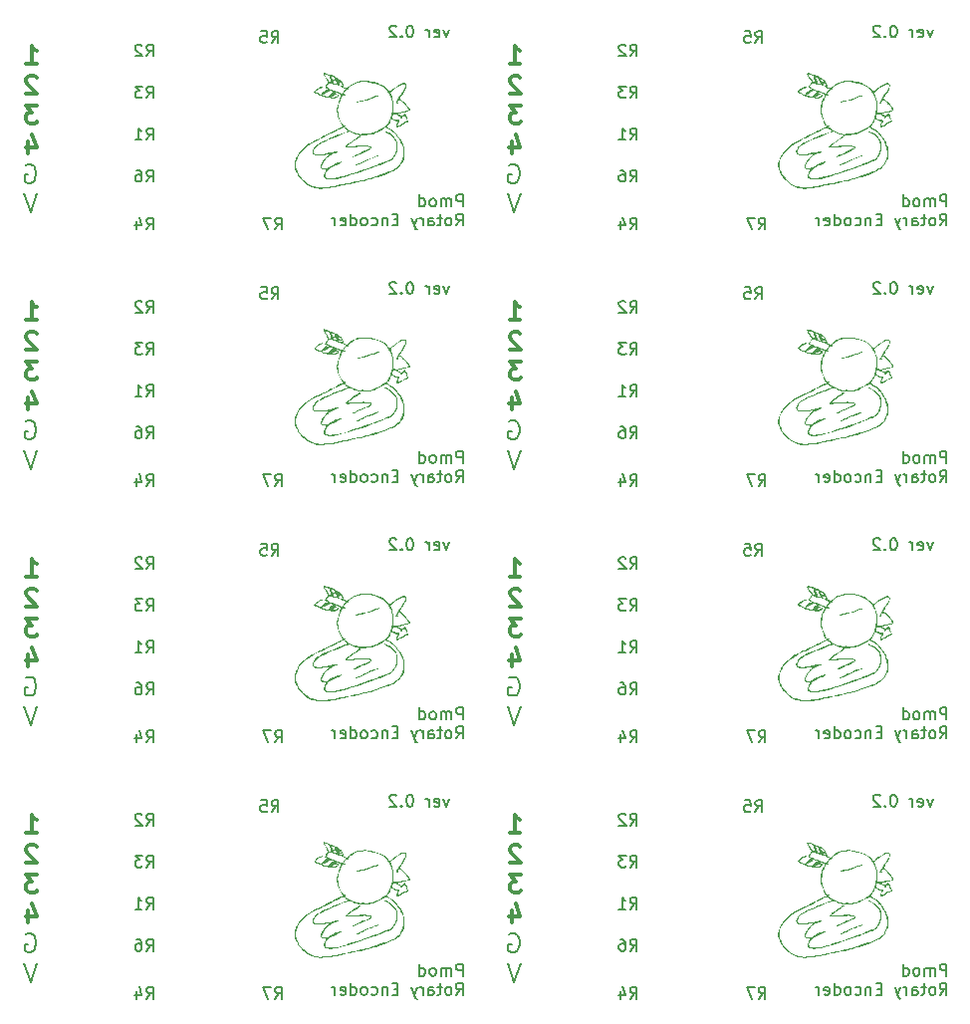
<source format=gbr>
%TF.GenerationSoftware,KiCad,Pcbnew,7.0.2*%
%TF.CreationDate,2023-06-05T19:45:02+09:00*%
%TF.ProjectId,kikit,6b696b69-742e-46b6-9963-61645f706362,rev?*%
%TF.SameCoordinates,Original*%
%TF.FileFunction,Legend,Bot*%
%TF.FilePolarity,Positive*%
%FSLAX46Y46*%
G04 Gerber Fmt 4.6, Leading zero omitted, Abs format (unit mm)*
G04 Created by KiCad (PCBNEW 7.0.2) date 2023-06-05 19:45:02*
%MOMM*%
%LPD*%
G01*
G04 APERTURE LIST*
%ADD10C,0.300000*%
%ADD11C,0.200000*%
%ADD12C,0.150000*%
G04 APERTURE END LIST*
D10*
X110193914Y-100328340D02*
X109265342Y-100328340D01*
X109265342Y-100328340D02*
X109765342Y-100899769D01*
X109765342Y-100899769D02*
X109551057Y-100899769D01*
X109551057Y-100899769D02*
X109408200Y-100971197D01*
X109408200Y-100971197D02*
X109336771Y-101042626D01*
X109336771Y-101042626D02*
X109265342Y-101185483D01*
X109265342Y-101185483D02*
X109265342Y-101542626D01*
X109265342Y-101542626D02*
X109336771Y-101685483D01*
X109336771Y-101685483D02*
X109408200Y-101756912D01*
X109408200Y-101756912D02*
X109551057Y-101828340D01*
X109551057Y-101828340D02*
X109979628Y-101828340D01*
X109979628Y-101828340D02*
X110122485Y-101756912D01*
X110122485Y-101756912D02*
X110193914Y-101685483D01*
D11*
X109189152Y-83577188D02*
X109341533Y-83500998D01*
X109341533Y-83500998D02*
X109570104Y-83500998D01*
X109570104Y-83500998D02*
X109798676Y-83577188D01*
X109798676Y-83577188D02*
X109951057Y-83729569D01*
X109951057Y-83729569D02*
X110027247Y-83881950D01*
X110027247Y-83881950D02*
X110103438Y-84186712D01*
X110103438Y-84186712D02*
X110103438Y-84415284D01*
X110103438Y-84415284D02*
X110027247Y-84720046D01*
X110027247Y-84720046D02*
X109951057Y-84872427D01*
X109951057Y-84872427D02*
X109798676Y-85024808D01*
X109798676Y-85024808D02*
X109570104Y-85100998D01*
X109570104Y-85100998D02*
X109417723Y-85100998D01*
X109417723Y-85100998D02*
X109189152Y-85024808D01*
X109189152Y-85024808D02*
X109112961Y-84948617D01*
X109112961Y-84948617D02*
X109112961Y-84415284D01*
X109112961Y-84415284D02*
X109417723Y-84415284D01*
D10*
X151246285Y-76136093D02*
X151174857Y-76064665D01*
X151174857Y-76064665D02*
X151032000Y-75993236D01*
X151032000Y-75993236D02*
X150674857Y-75993236D01*
X150674857Y-75993236D02*
X150532000Y-76064665D01*
X150532000Y-76064665D02*
X150460571Y-76136093D01*
X150460571Y-76136093D02*
X150389142Y-76278950D01*
X150389142Y-76278950D02*
X150389142Y-76421808D01*
X150389142Y-76421808D02*
X150460571Y-76636093D01*
X150460571Y-76636093D02*
X151317714Y-77493236D01*
X151317714Y-77493236D02*
X150389142Y-77493236D01*
D12*
X186314142Y-28471552D02*
X186076047Y-29138219D01*
X186076047Y-29138219D02*
X185837952Y-28471552D01*
X185076047Y-29090600D02*
X185171285Y-29138219D01*
X185171285Y-29138219D02*
X185361761Y-29138219D01*
X185361761Y-29138219D02*
X185456999Y-29090600D01*
X185456999Y-29090600D02*
X185504618Y-28995361D01*
X185504618Y-28995361D02*
X185504618Y-28614409D01*
X185504618Y-28614409D02*
X185456999Y-28519171D01*
X185456999Y-28519171D02*
X185361761Y-28471552D01*
X185361761Y-28471552D02*
X185171285Y-28471552D01*
X185171285Y-28471552D02*
X185076047Y-28519171D01*
X185076047Y-28519171D02*
X185028428Y-28614409D01*
X185028428Y-28614409D02*
X185028428Y-28709647D01*
X185028428Y-28709647D02*
X185504618Y-28804885D01*
X184599856Y-29138219D02*
X184599856Y-28471552D01*
X184599856Y-28662028D02*
X184552237Y-28566790D01*
X184552237Y-28566790D02*
X184504618Y-28519171D01*
X184504618Y-28519171D02*
X184409380Y-28471552D01*
X184409380Y-28471552D02*
X184314142Y-28471552D01*
X183028427Y-28138219D02*
X182933189Y-28138219D01*
X182933189Y-28138219D02*
X182837951Y-28185838D01*
X182837951Y-28185838D02*
X182790332Y-28233457D01*
X182790332Y-28233457D02*
X182742713Y-28328695D01*
X182742713Y-28328695D02*
X182695094Y-28519171D01*
X182695094Y-28519171D02*
X182695094Y-28757266D01*
X182695094Y-28757266D02*
X182742713Y-28947742D01*
X182742713Y-28947742D02*
X182790332Y-29042980D01*
X182790332Y-29042980D02*
X182837951Y-29090600D01*
X182837951Y-29090600D02*
X182933189Y-29138219D01*
X182933189Y-29138219D02*
X183028427Y-29138219D01*
X183028427Y-29138219D02*
X183123665Y-29090600D01*
X183123665Y-29090600D02*
X183171284Y-29042980D01*
X183171284Y-29042980D02*
X183218903Y-28947742D01*
X183218903Y-28947742D02*
X183266522Y-28757266D01*
X183266522Y-28757266D02*
X183266522Y-28519171D01*
X183266522Y-28519171D02*
X183218903Y-28328695D01*
X183218903Y-28328695D02*
X183171284Y-28233457D01*
X183171284Y-28233457D02*
X183123665Y-28185838D01*
X183123665Y-28185838D02*
X183028427Y-28138219D01*
X182266522Y-29042980D02*
X182218903Y-29090600D01*
X182218903Y-29090600D02*
X182266522Y-29138219D01*
X182266522Y-29138219D02*
X182314141Y-29090600D01*
X182314141Y-29090600D02*
X182266522Y-29042980D01*
X182266522Y-29042980D02*
X182266522Y-29138219D01*
X181837951Y-28233457D02*
X181790332Y-28185838D01*
X181790332Y-28185838D02*
X181695094Y-28138219D01*
X181695094Y-28138219D02*
X181456999Y-28138219D01*
X181456999Y-28138219D02*
X181361761Y-28185838D01*
X181361761Y-28185838D02*
X181314142Y-28233457D01*
X181314142Y-28233457D02*
X181266523Y-28328695D01*
X181266523Y-28328695D02*
X181266523Y-28423933D01*
X181266523Y-28423933D02*
X181314142Y-28566790D01*
X181314142Y-28566790D02*
X181885570Y-29138219D01*
X181885570Y-29138219D02*
X181266523Y-29138219D01*
X146365104Y-87110427D02*
X146365104Y-86110427D01*
X146365104Y-86110427D02*
X145984152Y-86110427D01*
X145984152Y-86110427D02*
X145888914Y-86158046D01*
X145888914Y-86158046D02*
X145841295Y-86205665D01*
X145841295Y-86205665D02*
X145793676Y-86300903D01*
X145793676Y-86300903D02*
X145793676Y-86443760D01*
X145793676Y-86443760D02*
X145841295Y-86538998D01*
X145841295Y-86538998D02*
X145888914Y-86586617D01*
X145888914Y-86586617D02*
X145984152Y-86634236D01*
X145984152Y-86634236D02*
X146365104Y-86634236D01*
X145365104Y-87110427D02*
X145365104Y-86443760D01*
X145365104Y-86538998D02*
X145317485Y-86491379D01*
X145317485Y-86491379D02*
X145222247Y-86443760D01*
X145222247Y-86443760D02*
X145079390Y-86443760D01*
X145079390Y-86443760D02*
X144984152Y-86491379D01*
X144984152Y-86491379D02*
X144936533Y-86586617D01*
X144936533Y-86586617D02*
X144936533Y-87110427D01*
X144936533Y-86586617D02*
X144888914Y-86491379D01*
X144888914Y-86491379D02*
X144793676Y-86443760D01*
X144793676Y-86443760D02*
X144650819Y-86443760D01*
X144650819Y-86443760D02*
X144555580Y-86491379D01*
X144555580Y-86491379D02*
X144507961Y-86586617D01*
X144507961Y-86586617D02*
X144507961Y-87110427D01*
X143888914Y-87110427D02*
X143984152Y-87062808D01*
X143984152Y-87062808D02*
X144031771Y-87015188D01*
X144031771Y-87015188D02*
X144079390Y-86919950D01*
X144079390Y-86919950D02*
X144079390Y-86634236D01*
X144079390Y-86634236D02*
X144031771Y-86538998D01*
X144031771Y-86538998D02*
X143984152Y-86491379D01*
X143984152Y-86491379D02*
X143888914Y-86443760D01*
X143888914Y-86443760D02*
X143746057Y-86443760D01*
X143746057Y-86443760D02*
X143650819Y-86491379D01*
X143650819Y-86491379D02*
X143603200Y-86538998D01*
X143603200Y-86538998D02*
X143555581Y-86634236D01*
X143555581Y-86634236D02*
X143555581Y-86919950D01*
X143555581Y-86919950D02*
X143603200Y-87015188D01*
X143603200Y-87015188D02*
X143650819Y-87062808D01*
X143650819Y-87062808D02*
X143746057Y-87110427D01*
X143746057Y-87110427D02*
X143888914Y-87110427D01*
X142698438Y-87110427D02*
X142698438Y-86110427D01*
X142698438Y-87062808D02*
X142793676Y-87110427D01*
X142793676Y-87110427D02*
X142984152Y-87110427D01*
X142984152Y-87110427D02*
X143079390Y-87062808D01*
X143079390Y-87062808D02*
X143127009Y-87015188D01*
X143127009Y-87015188D02*
X143174628Y-86919950D01*
X143174628Y-86919950D02*
X143174628Y-86634236D01*
X143174628Y-86634236D02*
X143127009Y-86538998D01*
X143127009Y-86538998D02*
X143079390Y-86491379D01*
X143079390Y-86491379D02*
X142984152Y-86443760D01*
X142984152Y-86443760D02*
X142793676Y-86443760D01*
X142793676Y-86443760D02*
X142698438Y-86491379D01*
X145793676Y-88730427D02*
X146127009Y-88254236D01*
X146365104Y-88730427D02*
X146365104Y-87730427D01*
X146365104Y-87730427D02*
X145984152Y-87730427D01*
X145984152Y-87730427D02*
X145888914Y-87778046D01*
X145888914Y-87778046D02*
X145841295Y-87825665D01*
X145841295Y-87825665D02*
X145793676Y-87920903D01*
X145793676Y-87920903D02*
X145793676Y-88063760D01*
X145793676Y-88063760D02*
X145841295Y-88158998D01*
X145841295Y-88158998D02*
X145888914Y-88206617D01*
X145888914Y-88206617D02*
X145984152Y-88254236D01*
X145984152Y-88254236D02*
X146365104Y-88254236D01*
X145222247Y-88730427D02*
X145317485Y-88682808D01*
X145317485Y-88682808D02*
X145365104Y-88635188D01*
X145365104Y-88635188D02*
X145412723Y-88539950D01*
X145412723Y-88539950D02*
X145412723Y-88254236D01*
X145412723Y-88254236D02*
X145365104Y-88158998D01*
X145365104Y-88158998D02*
X145317485Y-88111379D01*
X145317485Y-88111379D02*
X145222247Y-88063760D01*
X145222247Y-88063760D02*
X145079390Y-88063760D01*
X145079390Y-88063760D02*
X144984152Y-88111379D01*
X144984152Y-88111379D02*
X144936533Y-88158998D01*
X144936533Y-88158998D02*
X144888914Y-88254236D01*
X144888914Y-88254236D02*
X144888914Y-88539950D01*
X144888914Y-88539950D02*
X144936533Y-88635188D01*
X144936533Y-88635188D02*
X144984152Y-88682808D01*
X144984152Y-88682808D02*
X145079390Y-88730427D01*
X145079390Y-88730427D02*
X145222247Y-88730427D01*
X144603199Y-88063760D02*
X144222247Y-88063760D01*
X144460342Y-87730427D02*
X144460342Y-88587569D01*
X144460342Y-88587569D02*
X144412723Y-88682808D01*
X144412723Y-88682808D02*
X144317485Y-88730427D01*
X144317485Y-88730427D02*
X144222247Y-88730427D01*
X143460342Y-88730427D02*
X143460342Y-88206617D01*
X143460342Y-88206617D02*
X143507961Y-88111379D01*
X143507961Y-88111379D02*
X143603199Y-88063760D01*
X143603199Y-88063760D02*
X143793675Y-88063760D01*
X143793675Y-88063760D02*
X143888913Y-88111379D01*
X143460342Y-88682808D02*
X143555580Y-88730427D01*
X143555580Y-88730427D02*
X143793675Y-88730427D01*
X143793675Y-88730427D02*
X143888913Y-88682808D01*
X143888913Y-88682808D02*
X143936532Y-88587569D01*
X143936532Y-88587569D02*
X143936532Y-88492331D01*
X143936532Y-88492331D02*
X143888913Y-88397093D01*
X143888913Y-88397093D02*
X143793675Y-88349474D01*
X143793675Y-88349474D02*
X143555580Y-88349474D01*
X143555580Y-88349474D02*
X143460342Y-88301855D01*
X142984151Y-88730427D02*
X142984151Y-88063760D01*
X142984151Y-88254236D02*
X142936532Y-88158998D01*
X142936532Y-88158998D02*
X142888913Y-88111379D01*
X142888913Y-88111379D02*
X142793675Y-88063760D01*
X142793675Y-88063760D02*
X142698437Y-88063760D01*
X142460341Y-88063760D02*
X142222246Y-88730427D01*
X141984151Y-88063760D02*
X142222246Y-88730427D01*
X142222246Y-88730427D02*
X142317484Y-88968522D01*
X142317484Y-88968522D02*
X142365103Y-89016141D01*
X142365103Y-89016141D02*
X142460341Y-89063760D01*
X140841293Y-88206617D02*
X140507960Y-88206617D01*
X140365103Y-88730427D02*
X140841293Y-88730427D01*
X140841293Y-88730427D02*
X140841293Y-87730427D01*
X140841293Y-87730427D02*
X140365103Y-87730427D01*
X139936531Y-88063760D02*
X139936531Y-88730427D01*
X139936531Y-88158998D02*
X139888912Y-88111379D01*
X139888912Y-88111379D02*
X139793674Y-88063760D01*
X139793674Y-88063760D02*
X139650817Y-88063760D01*
X139650817Y-88063760D02*
X139555579Y-88111379D01*
X139555579Y-88111379D02*
X139507960Y-88206617D01*
X139507960Y-88206617D02*
X139507960Y-88730427D01*
X138603198Y-88682808D02*
X138698436Y-88730427D01*
X138698436Y-88730427D02*
X138888912Y-88730427D01*
X138888912Y-88730427D02*
X138984150Y-88682808D01*
X138984150Y-88682808D02*
X139031769Y-88635188D01*
X139031769Y-88635188D02*
X139079388Y-88539950D01*
X139079388Y-88539950D02*
X139079388Y-88254236D01*
X139079388Y-88254236D02*
X139031769Y-88158998D01*
X139031769Y-88158998D02*
X138984150Y-88111379D01*
X138984150Y-88111379D02*
X138888912Y-88063760D01*
X138888912Y-88063760D02*
X138698436Y-88063760D01*
X138698436Y-88063760D02*
X138603198Y-88111379D01*
X138031769Y-88730427D02*
X138127007Y-88682808D01*
X138127007Y-88682808D02*
X138174626Y-88635188D01*
X138174626Y-88635188D02*
X138222245Y-88539950D01*
X138222245Y-88539950D02*
X138222245Y-88254236D01*
X138222245Y-88254236D02*
X138174626Y-88158998D01*
X138174626Y-88158998D02*
X138127007Y-88111379D01*
X138127007Y-88111379D02*
X138031769Y-88063760D01*
X138031769Y-88063760D02*
X137888912Y-88063760D01*
X137888912Y-88063760D02*
X137793674Y-88111379D01*
X137793674Y-88111379D02*
X137746055Y-88158998D01*
X137746055Y-88158998D02*
X137698436Y-88254236D01*
X137698436Y-88254236D02*
X137698436Y-88539950D01*
X137698436Y-88539950D02*
X137746055Y-88635188D01*
X137746055Y-88635188D02*
X137793674Y-88682808D01*
X137793674Y-88682808D02*
X137888912Y-88730427D01*
X137888912Y-88730427D02*
X138031769Y-88730427D01*
X136841293Y-88730427D02*
X136841293Y-87730427D01*
X136841293Y-88682808D02*
X136936531Y-88730427D01*
X136936531Y-88730427D02*
X137127007Y-88730427D01*
X137127007Y-88730427D02*
X137222245Y-88682808D01*
X137222245Y-88682808D02*
X137269864Y-88635188D01*
X137269864Y-88635188D02*
X137317483Y-88539950D01*
X137317483Y-88539950D02*
X137317483Y-88254236D01*
X137317483Y-88254236D02*
X137269864Y-88158998D01*
X137269864Y-88158998D02*
X137222245Y-88111379D01*
X137222245Y-88111379D02*
X137127007Y-88063760D01*
X137127007Y-88063760D02*
X136936531Y-88063760D01*
X136936531Y-88063760D02*
X136841293Y-88111379D01*
X135984150Y-88682808D02*
X136079388Y-88730427D01*
X136079388Y-88730427D02*
X136269864Y-88730427D01*
X136269864Y-88730427D02*
X136365102Y-88682808D01*
X136365102Y-88682808D02*
X136412721Y-88587569D01*
X136412721Y-88587569D02*
X136412721Y-88206617D01*
X136412721Y-88206617D02*
X136365102Y-88111379D01*
X136365102Y-88111379D02*
X136269864Y-88063760D01*
X136269864Y-88063760D02*
X136079388Y-88063760D01*
X136079388Y-88063760D02*
X135984150Y-88111379D01*
X135984150Y-88111379D02*
X135936531Y-88206617D01*
X135936531Y-88206617D02*
X135936531Y-88301855D01*
X135936531Y-88301855D02*
X136412721Y-88397093D01*
X135507959Y-88730427D02*
X135507959Y-88063760D01*
X135507959Y-88254236D02*
X135460340Y-88158998D01*
X135460340Y-88158998D02*
X135412721Y-88111379D01*
X135412721Y-88111379D02*
X135317483Y-88063760D01*
X135317483Y-88063760D02*
X135222245Y-88063760D01*
D10*
X150389142Y-31363028D02*
X151246285Y-31363028D01*
X150817714Y-31363028D02*
X150817714Y-29863028D01*
X150817714Y-29863028D02*
X150960571Y-30077314D01*
X150960571Y-30077314D02*
X151103428Y-30220171D01*
X151103428Y-30220171D02*
X151246285Y-30291600D01*
X150532000Y-59778132D02*
X150532000Y-60778132D01*
X150889142Y-59206704D02*
X151246285Y-60278132D01*
X151246285Y-60278132D02*
X150317714Y-60278132D01*
X110193914Y-34943028D02*
X109265342Y-34943028D01*
X109265342Y-34943028D02*
X109765342Y-35514457D01*
X109765342Y-35514457D02*
X109551057Y-35514457D01*
X109551057Y-35514457D02*
X109408200Y-35585885D01*
X109408200Y-35585885D02*
X109336771Y-35657314D01*
X109336771Y-35657314D02*
X109265342Y-35800171D01*
X109265342Y-35800171D02*
X109265342Y-36157314D01*
X109265342Y-36157314D02*
X109336771Y-36300171D01*
X109336771Y-36300171D02*
X109408200Y-36371600D01*
X109408200Y-36371600D02*
X109551057Y-36443028D01*
X109551057Y-36443028D02*
X109979628Y-36443028D01*
X109979628Y-36443028D02*
X110122485Y-36371600D01*
X110122485Y-36371600D02*
X110193914Y-36300171D01*
X109265342Y-53158132D02*
X110122485Y-53158132D01*
X109693914Y-53158132D02*
X109693914Y-51658132D01*
X109693914Y-51658132D02*
X109836771Y-51872418D01*
X109836771Y-51872418D02*
X109979628Y-52015275D01*
X109979628Y-52015275D02*
X110122485Y-52086704D01*
D11*
X109189152Y-39986980D02*
X109341533Y-39910790D01*
X109341533Y-39910790D02*
X109570104Y-39910790D01*
X109570104Y-39910790D02*
X109798676Y-39986980D01*
X109798676Y-39986980D02*
X109951057Y-40139361D01*
X109951057Y-40139361D02*
X110027247Y-40291742D01*
X110027247Y-40291742D02*
X110103438Y-40596504D01*
X110103438Y-40596504D02*
X110103438Y-40825076D01*
X110103438Y-40825076D02*
X110027247Y-41129838D01*
X110027247Y-41129838D02*
X109951057Y-41282219D01*
X109951057Y-41282219D02*
X109798676Y-41434600D01*
X109798676Y-41434600D02*
X109570104Y-41510790D01*
X109570104Y-41510790D02*
X109417723Y-41510790D01*
X109417723Y-41510790D02*
X109189152Y-41434600D01*
X109189152Y-41434600D02*
X109112961Y-41358409D01*
X109112961Y-41358409D02*
X109112961Y-40825076D01*
X109112961Y-40825076D02*
X109417723Y-40825076D01*
D12*
X186314142Y-50266656D02*
X186076047Y-50933323D01*
X186076047Y-50933323D02*
X185837952Y-50266656D01*
X185076047Y-50885704D02*
X185171285Y-50933323D01*
X185171285Y-50933323D02*
X185361761Y-50933323D01*
X185361761Y-50933323D02*
X185456999Y-50885704D01*
X185456999Y-50885704D02*
X185504618Y-50790465D01*
X185504618Y-50790465D02*
X185504618Y-50409513D01*
X185504618Y-50409513D02*
X185456999Y-50314275D01*
X185456999Y-50314275D02*
X185361761Y-50266656D01*
X185361761Y-50266656D02*
X185171285Y-50266656D01*
X185171285Y-50266656D02*
X185076047Y-50314275D01*
X185076047Y-50314275D02*
X185028428Y-50409513D01*
X185028428Y-50409513D02*
X185028428Y-50504751D01*
X185028428Y-50504751D02*
X185504618Y-50599989D01*
X184599856Y-50933323D02*
X184599856Y-50266656D01*
X184599856Y-50457132D02*
X184552237Y-50361894D01*
X184552237Y-50361894D02*
X184504618Y-50314275D01*
X184504618Y-50314275D02*
X184409380Y-50266656D01*
X184409380Y-50266656D02*
X184314142Y-50266656D01*
X183028427Y-49933323D02*
X182933189Y-49933323D01*
X182933189Y-49933323D02*
X182837951Y-49980942D01*
X182837951Y-49980942D02*
X182790332Y-50028561D01*
X182790332Y-50028561D02*
X182742713Y-50123799D01*
X182742713Y-50123799D02*
X182695094Y-50314275D01*
X182695094Y-50314275D02*
X182695094Y-50552370D01*
X182695094Y-50552370D02*
X182742713Y-50742846D01*
X182742713Y-50742846D02*
X182790332Y-50838084D01*
X182790332Y-50838084D02*
X182837951Y-50885704D01*
X182837951Y-50885704D02*
X182933189Y-50933323D01*
X182933189Y-50933323D02*
X183028427Y-50933323D01*
X183028427Y-50933323D02*
X183123665Y-50885704D01*
X183123665Y-50885704D02*
X183171284Y-50838084D01*
X183171284Y-50838084D02*
X183218903Y-50742846D01*
X183218903Y-50742846D02*
X183266522Y-50552370D01*
X183266522Y-50552370D02*
X183266522Y-50314275D01*
X183266522Y-50314275D02*
X183218903Y-50123799D01*
X183218903Y-50123799D02*
X183171284Y-50028561D01*
X183171284Y-50028561D02*
X183123665Y-49980942D01*
X183123665Y-49980942D02*
X183028427Y-49933323D01*
X182266522Y-50838084D02*
X182218903Y-50885704D01*
X182218903Y-50885704D02*
X182266522Y-50933323D01*
X182266522Y-50933323D02*
X182314141Y-50885704D01*
X182314141Y-50885704D02*
X182266522Y-50838084D01*
X182266522Y-50838084D02*
X182266522Y-50933323D01*
X181837951Y-50028561D02*
X181790332Y-49980942D01*
X181790332Y-49980942D02*
X181695094Y-49933323D01*
X181695094Y-49933323D02*
X181456999Y-49933323D01*
X181456999Y-49933323D02*
X181361761Y-49980942D01*
X181361761Y-49980942D02*
X181314142Y-50028561D01*
X181314142Y-50028561D02*
X181266523Y-50123799D01*
X181266523Y-50123799D02*
X181266523Y-50219037D01*
X181266523Y-50219037D02*
X181314142Y-50361894D01*
X181314142Y-50361894D02*
X181885570Y-50933323D01*
X181885570Y-50933323D02*
X181266523Y-50933323D01*
D11*
X150312952Y-61782084D02*
X150465333Y-61705894D01*
X150465333Y-61705894D02*
X150693904Y-61705894D01*
X150693904Y-61705894D02*
X150922476Y-61782084D01*
X150922476Y-61782084D02*
X151074857Y-61934465D01*
X151074857Y-61934465D02*
X151151047Y-62086846D01*
X151151047Y-62086846D02*
X151227238Y-62391608D01*
X151227238Y-62391608D02*
X151227238Y-62620180D01*
X151227238Y-62620180D02*
X151151047Y-62924942D01*
X151151047Y-62924942D02*
X151074857Y-63077323D01*
X151074857Y-63077323D02*
X150922476Y-63229704D01*
X150922476Y-63229704D02*
X150693904Y-63305894D01*
X150693904Y-63305894D02*
X150541523Y-63305894D01*
X150541523Y-63305894D02*
X150312952Y-63229704D01*
X150312952Y-63229704D02*
X150236761Y-63153513D01*
X150236761Y-63153513D02*
X150236761Y-62620180D01*
X150236761Y-62620180D02*
X150541523Y-62620180D01*
D10*
X151246285Y-97931197D02*
X151174857Y-97859769D01*
X151174857Y-97859769D02*
X151032000Y-97788340D01*
X151032000Y-97788340D02*
X150674857Y-97788340D01*
X150674857Y-97788340D02*
X150532000Y-97859769D01*
X150532000Y-97859769D02*
X150460571Y-97931197D01*
X150460571Y-97931197D02*
X150389142Y-98074054D01*
X150389142Y-98074054D02*
X150389142Y-98216912D01*
X150389142Y-98216912D02*
X150460571Y-98431197D01*
X150460571Y-98431197D02*
X151317714Y-99288340D01*
X151317714Y-99288340D02*
X150389142Y-99288340D01*
X150389142Y-74953236D02*
X151246285Y-74953236D01*
X150817714Y-74953236D02*
X150817714Y-73453236D01*
X150817714Y-73453236D02*
X150960571Y-73667522D01*
X150960571Y-73667522D02*
X151103428Y-73810379D01*
X151103428Y-73810379D02*
X151246285Y-73881808D01*
D12*
X187488904Y-65315323D02*
X187488904Y-64315323D01*
X187488904Y-64315323D02*
X187107952Y-64315323D01*
X187107952Y-64315323D02*
X187012714Y-64362942D01*
X187012714Y-64362942D02*
X186965095Y-64410561D01*
X186965095Y-64410561D02*
X186917476Y-64505799D01*
X186917476Y-64505799D02*
X186917476Y-64648656D01*
X186917476Y-64648656D02*
X186965095Y-64743894D01*
X186965095Y-64743894D02*
X187012714Y-64791513D01*
X187012714Y-64791513D02*
X187107952Y-64839132D01*
X187107952Y-64839132D02*
X187488904Y-64839132D01*
X186488904Y-65315323D02*
X186488904Y-64648656D01*
X186488904Y-64743894D02*
X186441285Y-64696275D01*
X186441285Y-64696275D02*
X186346047Y-64648656D01*
X186346047Y-64648656D02*
X186203190Y-64648656D01*
X186203190Y-64648656D02*
X186107952Y-64696275D01*
X186107952Y-64696275D02*
X186060333Y-64791513D01*
X186060333Y-64791513D02*
X186060333Y-65315323D01*
X186060333Y-64791513D02*
X186012714Y-64696275D01*
X186012714Y-64696275D02*
X185917476Y-64648656D01*
X185917476Y-64648656D02*
X185774619Y-64648656D01*
X185774619Y-64648656D02*
X185679380Y-64696275D01*
X185679380Y-64696275D02*
X185631761Y-64791513D01*
X185631761Y-64791513D02*
X185631761Y-65315323D01*
X185012714Y-65315323D02*
X185107952Y-65267704D01*
X185107952Y-65267704D02*
X185155571Y-65220084D01*
X185155571Y-65220084D02*
X185203190Y-65124846D01*
X185203190Y-65124846D02*
X185203190Y-64839132D01*
X185203190Y-64839132D02*
X185155571Y-64743894D01*
X185155571Y-64743894D02*
X185107952Y-64696275D01*
X185107952Y-64696275D02*
X185012714Y-64648656D01*
X185012714Y-64648656D02*
X184869857Y-64648656D01*
X184869857Y-64648656D02*
X184774619Y-64696275D01*
X184774619Y-64696275D02*
X184727000Y-64743894D01*
X184727000Y-64743894D02*
X184679381Y-64839132D01*
X184679381Y-64839132D02*
X184679381Y-65124846D01*
X184679381Y-65124846D02*
X184727000Y-65220084D01*
X184727000Y-65220084D02*
X184774619Y-65267704D01*
X184774619Y-65267704D02*
X184869857Y-65315323D01*
X184869857Y-65315323D02*
X185012714Y-65315323D01*
X183822238Y-65315323D02*
X183822238Y-64315323D01*
X183822238Y-65267704D02*
X183917476Y-65315323D01*
X183917476Y-65315323D02*
X184107952Y-65315323D01*
X184107952Y-65315323D02*
X184203190Y-65267704D01*
X184203190Y-65267704D02*
X184250809Y-65220084D01*
X184250809Y-65220084D02*
X184298428Y-65124846D01*
X184298428Y-65124846D02*
X184298428Y-64839132D01*
X184298428Y-64839132D02*
X184250809Y-64743894D01*
X184250809Y-64743894D02*
X184203190Y-64696275D01*
X184203190Y-64696275D02*
X184107952Y-64648656D01*
X184107952Y-64648656D02*
X183917476Y-64648656D01*
X183917476Y-64648656D02*
X183822238Y-64696275D01*
X186917476Y-66935323D02*
X187250809Y-66459132D01*
X187488904Y-66935323D02*
X187488904Y-65935323D01*
X187488904Y-65935323D02*
X187107952Y-65935323D01*
X187107952Y-65935323D02*
X187012714Y-65982942D01*
X187012714Y-65982942D02*
X186965095Y-66030561D01*
X186965095Y-66030561D02*
X186917476Y-66125799D01*
X186917476Y-66125799D02*
X186917476Y-66268656D01*
X186917476Y-66268656D02*
X186965095Y-66363894D01*
X186965095Y-66363894D02*
X187012714Y-66411513D01*
X187012714Y-66411513D02*
X187107952Y-66459132D01*
X187107952Y-66459132D02*
X187488904Y-66459132D01*
X186346047Y-66935323D02*
X186441285Y-66887704D01*
X186441285Y-66887704D02*
X186488904Y-66840084D01*
X186488904Y-66840084D02*
X186536523Y-66744846D01*
X186536523Y-66744846D02*
X186536523Y-66459132D01*
X186536523Y-66459132D02*
X186488904Y-66363894D01*
X186488904Y-66363894D02*
X186441285Y-66316275D01*
X186441285Y-66316275D02*
X186346047Y-66268656D01*
X186346047Y-66268656D02*
X186203190Y-66268656D01*
X186203190Y-66268656D02*
X186107952Y-66316275D01*
X186107952Y-66316275D02*
X186060333Y-66363894D01*
X186060333Y-66363894D02*
X186012714Y-66459132D01*
X186012714Y-66459132D02*
X186012714Y-66744846D01*
X186012714Y-66744846D02*
X186060333Y-66840084D01*
X186060333Y-66840084D02*
X186107952Y-66887704D01*
X186107952Y-66887704D02*
X186203190Y-66935323D01*
X186203190Y-66935323D02*
X186346047Y-66935323D01*
X185726999Y-66268656D02*
X185346047Y-66268656D01*
X185584142Y-65935323D02*
X185584142Y-66792465D01*
X185584142Y-66792465D02*
X185536523Y-66887704D01*
X185536523Y-66887704D02*
X185441285Y-66935323D01*
X185441285Y-66935323D02*
X185346047Y-66935323D01*
X184584142Y-66935323D02*
X184584142Y-66411513D01*
X184584142Y-66411513D02*
X184631761Y-66316275D01*
X184631761Y-66316275D02*
X184726999Y-66268656D01*
X184726999Y-66268656D02*
X184917475Y-66268656D01*
X184917475Y-66268656D02*
X185012713Y-66316275D01*
X184584142Y-66887704D02*
X184679380Y-66935323D01*
X184679380Y-66935323D02*
X184917475Y-66935323D01*
X184917475Y-66935323D02*
X185012713Y-66887704D01*
X185012713Y-66887704D02*
X185060332Y-66792465D01*
X185060332Y-66792465D02*
X185060332Y-66697227D01*
X185060332Y-66697227D02*
X185012713Y-66601989D01*
X185012713Y-66601989D02*
X184917475Y-66554370D01*
X184917475Y-66554370D02*
X184679380Y-66554370D01*
X184679380Y-66554370D02*
X184584142Y-66506751D01*
X184107951Y-66935323D02*
X184107951Y-66268656D01*
X184107951Y-66459132D02*
X184060332Y-66363894D01*
X184060332Y-66363894D02*
X184012713Y-66316275D01*
X184012713Y-66316275D02*
X183917475Y-66268656D01*
X183917475Y-66268656D02*
X183822237Y-66268656D01*
X183584141Y-66268656D02*
X183346046Y-66935323D01*
X183107951Y-66268656D02*
X183346046Y-66935323D01*
X183346046Y-66935323D02*
X183441284Y-67173418D01*
X183441284Y-67173418D02*
X183488903Y-67221037D01*
X183488903Y-67221037D02*
X183584141Y-67268656D01*
X181965093Y-66411513D02*
X181631760Y-66411513D01*
X181488903Y-66935323D02*
X181965093Y-66935323D01*
X181965093Y-66935323D02*
X181965093Y-65935323D01*
X181965093Y-65935323D02*
X181488903Y-65935323D01*
X181060331Y-66268656D02*
X181060331Y-66935323D01*
X181060331Y-66363894D02*
X181012712Y-66316275D01*
X181012712Y-66316275D02*
X180917474Y-66268656D01*
X180917474Y-66268656D02*
X180774617Y-66268656D01*
X180774617Y-66268656D02*
X180679379Y-66316275D01*
X180679379Y-66316275D02*
X180631760Y-66411513D01*
X180631760Y-66411513D02*
X180631760Y-66935323D01*
X179726998Y-66887704D02*
X179822236Y-66935323D01*
X179822236Y-66935323D02*
X180012712Y-66935323D01*
X180012712Y-66935323D02*
X180107950Y-66887704D01*
X180107950Y-66887704D02*
X180155569Y-66840084D01*
X180155569Y-66840084D02*
X180203188Y-66744846D01*
X180203188Y-66744846D02*
X180203188Y-66459132D01*
X180203188Y-66459132D02*
X180155569Y-66363894D01*
X180155569Y-66363894D02*
X180107950Y-66316275D01*
X180107950Y-66316275D02*
X180012712Y-66268656D01*
X180012712Y-66268656D02*
X179822236Y-66268656D01*
X179822236Y-66268656D02*
X179726998Y-66316275D01*
X179155569Y-66935323D02*
X179250807Y-66887704D01*
X179250807Y-66887704D02*
X179298426Y-66840084D01*
X179298426Y-66840084D02*
X179346045Y-66744846D01*
X179346045Y-66744846D02*
X179346045Y-66459132D01*
X179346045Y-66459132D02*
X179298426Y-66363894D01*
X179298426Y-66363894D02*
X179250807Y-66316275D01*
X179250807Y-66316275D02*
X179155569Y-66268656D01*
X179155569Y-66268656D02*
X179012712Y-66268656D01*
X179012712Y-66268656D02*
X178917474Y-66316275D01*
X178917474Y-66316275D02*
X178869855Y-66363894D01*
X178869855Y-66363894D02*
X178822236Y-66459132D01*
X178822236Y-66459132D02*
X178822236Y-66744846D01*
X178822236Y-66744846D02*
X178869855Y-66840084D01*
X178869855Y-66840084D02*
X178917474Y-66887704D01*
X178917474Y-66887704D02*
X179012712Y-66935323D01*
X179012712Y-66935323D02*
X179155569Y-66935323D01*
X177965093Y-66935323D02*
X177965093Y-65935323D01*
X177965093Y-66887704D02*
X178060331Y-66935323D01*
X178060331Y-66935323D02*
X178250807Y-66935323D01*
X178250807Y-66935323D02*
X178346045Y-66887704D01*
X178346045Y-66887704D02*
X178393664Y-66840084D01*
X178393664Y-66840084D02*
X178441283Y-66744846D01*
X178441283Y-66744846D02*
X178441283Y-66459132D01*
X178441283Y-66459132D02*
X178393664Y-66363894D01*
X178393664Y-66363894D02*
X178346045Y-66316275D01*
X178346045Y-66316275D02*
X178250807Y-66268656D01*
X178250807Y-66268656D02*
X178060331Y-66268656D01*
X178060331Y-66268656D02*
X177965093Y-66316275D01*
X177107950Y-66887704D02*
X177203188Y-66935323D01*
X177203188Y-66935323D02*
X177393664Y-66935323D01*
X177393664Y-66935323D02*
X177488902Y-66887704D01*
X177488902Y-66887704D02*
X177536521Y-66792465D01*
X177536521Y-66792465D02*
X177536521Y-66411513D01*
X177536521Y-66411513D02*
X177488902Y-66316275D01*
X177488902Y-66316275D02*
X177393664Y-66268656D01*
X177393664Y-66268656D02*
X177203188Y-66268656D01*
X177203188Y-66268656D02*
X177107950Y-66316275D01*
X177107950Y-66316275D02*
X177060331Y-66411513D01*
X177060331Y-66411513D02*
X177060331Y-66506751D01*
X177060331Y-66506751D02*
X177536521Y-66601989D01*
X176631759Y-66935323D02*
X176631759Y-66268656D01*
X176631759Y-66459132D02*
X176584140Y-66363894D01*
X176584140Y-66363894D02*
X176536521Y-66316275D01*
X176536521Y-66316275D02*
X176441283Y-66268656D01*
X176441283Y-66268656D02*
X176346045Y-66268656D01*
D10*
X110122485Y-97931197D02*
X110051057Y-97859769D01*
X110051057Y-97859769D02*
X109908200Y-97788340D01*
X109908200Y-97788340D02*
X109551057Y-97788340D01*
X109551057Y-97788340D02*
X109408200Y-97859769D01*
X109408200Y-97859769D02*
X109336771Y-97931197D01*
X109336771Y-97931197D02*
X109265342Y-98074054D01*
X109265342Y-98074054D02*
X109265342Y-98216912D01*
X109265342Y-98216912D02*
X109336771Y-98431197D01*
X109336771Y-98431197D02*
X110193914Y-99288340D01*
X110193914Y-99288340D02*
X109265342Y-99288340D01*
X151317714Y-34943028D02*
X150389142Y-34943028D01*
X150389142Y-34943028D02*
X150889142Y-35514457D01*
X150889142Y-35514457D02*
X150674857Y-35514457D01*
X150674857Y-35514457D02*
X150532000Y-35585885D01*
X150532000Y-35585885D02*
X150460571Y-35657314D01*
X150460571Y-35657314D02*
X150389142Y-35800171D01*
X150389142Y-35800171D02*
X150389142Y-36157314D01*
X150389142Y-36157314D02*
X150460571Y-36300171D01*
X150460571Y-36300171D02*
X150532000Y-36371600D01*
X150532000Y-36371600D02*
X150674857Y-36443028D01*
X150674857Y-36443028D02*
X151103428Y-36443028D01*
X151103428Y-36443028D02*
X151246285Y-36371600D01*
X151246285Y-36371600D02*
X151317714Y-36300171D01*
X150532000Y-37983028D02*
X150532000Y-38983028D01*
X150889142Y-37411600D02*
X151246285Y-38483028D01*
X151246285Y-38483028D02*
X150317714Y-38483028D01*
X110193914Y-78533236D02*
X109265342Y-78533236D01*
X109265342Y-78533236D02*
X109765342Y-79104665D01*
X109765342Y-79104665D02*
X109551057Y-79104665D01*
X109551057Y-79104665D02*
X109408200Y-79176093D01*
X109408200Y-79176093D02*
X109336771Y-79247522D01*
X109336771Y-79247522D02*
X109265342Y-79390379D01*
X109265342Y-79390379D02*
X109265342Y-79747522D01*
X109265342Y-79747522D02*
X109336771Y-79890379D01*
X109336771Y-79890379D02*
X109408200Y-79961808D01*
X109408200Y-79961808D02*
X109551057Y-80033236D01*
X109551057Y-80033236D02*
X109979628Y-80033236D01*
X109979628Y-80033236D02*
X110122485Y-79961808D01*
X110122485Y-79961808D02*
X110193914Y-79890379D01*
X110122485Y-76136093D02*
X110051057Y-76064665D01*
X110051057Y-76064665D02*
X109908200Y-75993236D01*
X109908200Y-75993236D02*
X109551057Y-75993236D01*
X109551057Y-75993236D02*
X109408200Y-76064665D01*
X109408200Y-76064665D02*
X109336771Y-76136093D01*
X109336771Y-76136093D02*
X109265342Y-76278950D01*
X109265342Y-76278950D02*
X109265342Y-76421808D01*
X109265342Y-76421808D02*
X109336771Y-76636093D01*
X109336771Y-76636093D02*
X110193914Y-77493236D01*
X110193914Y-77493236D02*
X109265342Y-77493236D01*
D11*
X109189152Y-61782084D02*
X109341533Y-61705894D01*
X109341533Y-61705894D02*
X109570104Y-61705894D01*
X109570104Y-61705894D02*
X109798676Y-61782084D01*
X109798676Y-61782084D02*
X109951057Y-61934465D01*
X109951057Y-61934465D02*
X110027247Y-62086846D01*
X110027247Y-62086846D02*
X110103438Y-62391608D01*
X110103438Y-62391608D02*
X110103438Y-62620180D01*
X110103438Y-62620180D02*
X110027247Y-62924942D01*
X110027247Y-62924942D02*
X109951057Y-63077323D01*
X109951057Y-63077323D02*
X109798676Y-63229704D01*
X109798676Y-63229704D02*
X109570104Y-63305894D01*
X109570104Y-63305894D02*
X109417723Y-63305894D01*
X109417723Y-63305894D02*
X109189152Y-63229704D01*
X109189152Y-63229704D02*
X109112961Y-63153513D01*
X109112961Y-63153513D02*
X109112961Y-62620180D01*
X109112961Y-62620180D02*
X109417723Y-62620180D01*
D10*
X109265342Y-96748340D02*
X110122485Y-96748340D01*
X109693914Y-96748340D02*
X109693914Y-95248340D01*
X109693914Y-95248340D02*
X109836771Y-95462626D01*
X109836771Y-95462626D02*
X109979628Y-95605483D01*
X109979628Y-95605483D02*
X110122485Y-95676912D01*
D11*
X150312952Y-105372292D02*
X150465333Y-105296102D01*
X150465333Y-105296102D02*
X150693904Y-105296102D01*
X150693904Y-105296102D02*
X150922476Y-105372292D01*
X150922476Y-105372292D02*
X151074857Y-105524673D01*
X151074857Y-105524673D02*
X151151047Y-105677054D01*
X151151047Y-105677054D02*
X151227238Y-105981816D01*
X151227238Y-105981816D02*
X151227238Y-106210388D01*
X151227238Y-106210388D02*
X151151047Y-106515150D01*
X151151047Y-106515150D02*
X151074857Y-106667531D01*
X151074857Y-106667531D02*
X150922476Y-106819912D01*
X150922476Y-106819912D02*
X150693904Y-106896102D01*
X150693904Y-106896102D02*
X150541523Y-106896102D01*
X150541523Y-106896102D02*
X150312952Y-106819912D01*
X150312952Y-106819912D02*
X150236761Y-106743721D01*
X150236761Y-106743721D02*
X150236761Y-106210388D01*
X150236761Y-106210388D02*
X150541523Y-106210388D01*
D10*
X109408200Y-81573236D02*
X109408200Y-82573236D01*
X109765342Y-81001808D02*
X110122485Y-82073236D01*
X110122485Y-82073236D02*
X109193914Y-82073236D01*
X151317714Y-78533236D02*
X150389142Y-78533236D01*
X150389142Y-78533236D02*
X150889142Y-79104665D01*
X150889142Y-79104665D02*
X150674857Y-79104665D01*
X150674857Y-79104665D02*
X150532000Y-79176093D01*
X150532000Y-79176093D02*
X150460571Y-79247522D01*
X150460571Y-79247522D02*
X150389142Y-79390379D01*
X150389142Y-79390379D02*
X150389142Y-79747522D01*
X150389142Y-79747522D02*
X150460571Y-79890379D01*
X150460571Y-79890379D02*
X150532000Y-79961808D01*
X150532000Y-79961808D02*
X150674857Y-80033236D01*
X150674857Y-80033236D02*
X151103428Y-80033236D01*
X151103428Y-80033236D02*
X151246285Y-79961808D01*
X151246285Y-79961808D02*
X151317714Y-79890379D01*
D11*
X150312952Y-39986980D02*
X150465333Y-39910790D01*
X150465333Y-39910790D02*
X150693904Y-39910790D01*
X150693904Y-39910790D02*
X150922476Y-39986980D01*
X150922476Y-39986980D02*
X151074857Y-40139361D01*
X151074857Y-40139361D02*
X151151047Y-40291742D01*
X151151047Y-40291742D02*
X151227238Y-40596504D01*
X151227238Y-40596504D02*
X151227238Y-40825076D01*
X151227238Y-40825076D02*
X151151047Y-41129838D01*
X151151047Y-41129838D02*
X151074857Y-41282219D01*
X151074857Y-41282219D02*
X150922476Y-41434600D01*
X150922476Y-41434600D02*
X150693904Y-41510790D01*
X150693904Y-41510790D02*
X150541523Y-41510790D01*
X150541523Y-41510790D02*
X150312952Y-41434600D01*
X150312952Y-41434600D02*
X150236761Y-41358409D01*
X150236761Y-41358409D02*
X150236761Y-40825076D01*
X150236761Y-40825076D02*
X150541523Y-40825076D01*
X110153875Y-107821450D02*
X109620541Y-109421450D01*
X109620541Y-109421450D02*
X109087208Y-107821450D01*
D10*
X109265342Y-74953236D02*
X110122485Y-74953236D01*
X109693914Y-74953236D02*
X109693914Y-73453236D01*
X109693914Y-73453236D02*
X109836771Y-73667522D01*
X109836771Y-73667522D02*
X109979628Y-73810379D01*
X109979628Y-73810379D02*
X110122485Y-73881808D01*
X109408200Y-37983028D02*
X109408200Y-38983028D01*
X109765342Y-37411600D02*
X110122485Y-38483028D01*
X110122485Y-38483028D02*
X109193914Y-38483028D01*
D11*
X151277675Y-107821450D02*
X150744341Y-109421450D01*
X150744341Y-109421450D02*
X150211008Y-107821450D01*
D10*
X110122485Y-54340989D02*
X110051057Y-54269561D01*
X110051057Y-54269561D02*
X109908200Y-54198132D01*
X109908200Y-54198132D02*
X109551057Y-54198132D01*
X109551057Y-54198132D02*
X109408200Y-54269561D01*
X109408200Y-54269561D02*
X109336771Y-54340989D01*
X109336771Y-54340989D02*
X109265342Y-54483846D01*
X109265342Y-54483846D02*
X109265342Y-54626704D01*
X109265342Y-54626704D02*
X109336771Y-54840989D01*
X109336771Y-54840989D02*
X110193914Y-55698132D01*
X110193914Y-55698132D02*
X109265342Y-55698132D01*
D12*
X145190342Y-72061760D02*
X144952247Y-72728427D01*
X144952247Y-72728427D02*
X144714152Y-72061760D01*
X143952247Y-72680808D02*
X144047485Y-72728427D01*
X144047485Y-72728427D02*
X144237961Y-72728427D01*
X144237961Y-72728427D02*
X144333199Y-72680808D01*
X144333199Y-72680808D02*
X144380818Y-72585569D01*
X144380818Y-72585569D02*
X144380818Y-72204617D01*
X144380818Y-72204617D02*
X144333199Y-72109379D01*
X144333199Y-72109379D02*
X144237961Y-72061760D01*
X144237961Y-72061760D02*
X144047485Y-72061760D01*
X144047485Y-72061760D02*
X143952247Y-72109379D01*
X143952247Y-72109379D02*
X143904628Y-72204617D01*
X143904628Y-72204617D02*
X143904628Y-72299855D01*
X143904628Y-72299855D02*
X144380818Y-72395093D01*
X143476056Y-72728427D02*
X143476056Y-72061760D01*
X143476056Y-72252236D02*
X143428437Y-72156998D01*
X143428437Y-72156998D02*
X143380818Y-72109379D01*
X143380818Y-72109379D02*
X143285580Y-72061760D01*
X143285580Y-72061760D02*
X143190342Y-72061760D01*
X141904627Y-71728427D02*
X141809389Y-71728427D01*
X141809389Y-71728427D02*
X141714151Y-71776046D01*
X141714151Y-71776046D02*
X141666532Y-71823665D01*
X141666532Y-71823665D02*
X141618913Y-71918903D01*
X141618913Y-71918903D02*
X141571294Y-72109379D01*
X141571294Y-72109379D02*
X141571294Y-72347474D01*
X141571294Y-72347474D02*
X141618913Y-72537950D01*
X141618913Y-72537950D02*
X141666532Y-72633188D01*
X141666532Y-72633188D02*
X141714151Y-72680808D01*
X141714151Y-72680808D02*
X141809389Y-72728427D01*
X141809389Y-72728427D02*
X141904627Y-72728427D01*
X141904627Y-72728427D02*
X141999865Y-72680808D01*
X141999865Y-72680808D02*
X142047484Y-72633188D01*
X142047484Y-72633188D02*
X142095103Y-72537950D01*
X142095103Y-72537950D02*
X142142722Y-72347474D01*
X142142722Y-72347474D02*
X142142722Y-72109379D01*
X142142722Y-72109379D02*
X142095103Y-71918903D01*
X142095103Y-71918903D02*
X142047484Y-71823665D01*
X142047484Y-71823665D02*
X141999865Y-71776046D01*
X141999865Y-71776046D02*
X141904627Y-71728427D01*
X141142722Y-72633188D02*
X141095103Y-72680808D01*
X141095103Y-72680808D02*
X141142722Y-72728427D01*
X141142722Y-72728427D02*
X141190341Y-72680808D01*
X141190341Y-72680808D02*
X141142722Y-72633188D01*
X141142722Y-72633188D02*
X141142722Y-72728427D01*
X140714151Y-71823665D02*
X140666532Y-71776046D01*
X140666532Y-71776046D02*
X140571294Y-71728427D01*
X140571294Y-71728427D02*
X140333199Y-71728427D01*
X140333199Y-71728427D02*
X140237961Y-71776046D01*
X140237961Y-71776046D02*
X140190342Y-71823665D01*
X140190342Y-71823665D02*
X140142723Y-71918903D01*
X140142723Y-71918903D02*
X140142723Y-72014141D01*
X140142723Y-72014141D02*
X140190342Y-72156998D01*
X140190342Y-72156998D02*
X140761770Y-72728427D01*
X140761770Y-72728427D02*
X140142723Y-72728427D01*
D10*
X110122485Y-32545885D02*
X110051057Y-32474457D01*
X110051057Y-32474457D02*
X109908200Y-32403028D01*
X109908200Y-32403028D02*
X109551057Y-32403028D01*
X109551057Y-32403028D02*
X109408200Y-32474457D01*
X109408200Y-32474457D02*
X109336771Y-32545885D01*
X109336771Y-32545885D02*
X109265342Y-32688742D01*
X109265342Y-32688742D02*
X109265342Y-32831600D01*
X109265342Y-32831600D02*
X109336771Y-33045885D01*
X109336771Y-33045885D02*
X110193914Y-33903028D01*
X110193914Y-33903028D02*
X109265342Y-33903028D01*
D12*
X146365104Y-43520219D02*
X146365104Y-42520219D01*
X146365104Y-42520219D02*
X145984152Y-42520219D01*
X145984152Y-42520219D02*
X145888914Y-42567838D01*
X145888914Y-42567838D02*
X145841295Y-42615457D01*
X145841295Y-42615457D02*
X145793676Y-42710695D01*
X145793676Y-42710695D02*
X145793676Y-42853552D01*
X145793676Y-42853552D02*
X145841295Y-42948790D01*
X145841295Y-42948790D02*
X145888914Y-42996409D01*
X145888914Y-42996409D02*
X145984152Y-43044028D01*
X145984152Y-43044028D02*
X146365104Y-43044028D01*
X145365104Y-43520219D02*
X145365104Y-42853552D01*
X145365104Y-42948790D02*
X145317485Y-42901171D01*
X145317485Y-42901171D02*
X145222247Y-42853552D01*
X145222247Y-42853552D02*
X145079390Y-42853552D01*
X145079390Y-42853552D02*
X144984152Y-42901171D01*
X144984152Y-42901171D02*
X144936533Y-42996409D01*
X144936533Y-42996409D02*
X144936533Y-43520219D01*
X144936533Y-42996409D02*
X144888914Y-42901171D01*
X144888914Y-42901171D02*
X144793676Y-42853552D01*
X144793676Y-42853552D02*
X144650819Y-42853552D01*
X144650819Y-42853552D02*
X144555580Y-42901171D01*
X144555580Y-42901171D02*
X144507961Y-42996409D01*
X144507961Y-42996409D02*
X144507961Y-43520219D01*
X143888914Y-43520219D02*
X143984152Y-43472600D01*
X143984152Y-43472600D02*
X144031771Y-43424980D01*
X144031771Y-43424980D02*
X144079390Y-43329742D01*
X144079390Y-43329742D02*
X144079390Y-43044028D01*
X144079390Y-43044028D02*
X144031771Y-42948790D01*
X144031771Y-42948790D02*
X143984152Y-42901171D01*
X143984152Y-42901171D02*
X143888914Y-42853552D01*
X143888914Y-42853552D02*
X143746057Y-42853552D01*
X143746057Y-42853552D02*
X143650819Y-42901171D01*
X143650819Y-42901171D02*
X143603200Y-42948790D01*
X143603200Y-42948790D02*
X143555581Y-43044028D01*
X143555581Y-43044028D02*
X143555581Y-43329742D01*
X143555581Y-43329742D02*
X143603200Y-43424980D01*
X143603200Y-43424980D02*
X143650819Y-43472600D01*
X143650819Y-43472600D02*
X143746057Y-43520219D01*
X143746057Y-43520219D02*
X143888914Y-43520219D01*
X142698438Y-43520219D02*
X142698438Y-42520219D01*
X142698438Y-43472600D02*
X142793676Y-43520219D01*
X142793676Y-43520219D02*
X142984152Y-43520219D01*
X142984152Y-43520219D02*
X143079390Y-43472600D01*
X143079390Y-43472600D02*
X143127009Y-43424980D01*
X143127009Y-43424980D02*
X143174628Y-43329742D01*
X143174628Y-43329742D02*
X143174628Y-43044028D01*
X143174628Y-43044028D02*
X143127009Y-42948790D01*
X143127009Y-42948790D02*
X143079390Y-42901171D01*
X143079390Y-42901171D02*
X142984152Y-42853552D01*
X142984152Y-42853552D02*
X142793676Y-42853552D01*
X142793676Y-42853552D02*
X142698438Y-42901171D01*
X145793676Y-45140219D02*
X146127009Y-44664028D01*
X146365104Y-45140219D02*
X146365104Y-44140219D01*
X146365104Y-44140219D02*
X145984152Y-44140219D01*
X145984152Y-44140219D02*
X145888914Y-44187838D01*
X145888914Y-44187838D02*
X145841295Y-44235457D01*
X145841295Y-44235457D02*
X145793676Y-44330695D01*
X145793676Y-44330695D02*
X145793676Y-44473552D01*
X145793676Y-44473552D02*
X145841295Y-44568790D01*
X145841295Y-44568790D02*
X145888914Y-44616409D01*
X145888914Y-44616409D02*
X145984152Y-44664028D01*
X145984152Y-44664028D02*
X146365104Y-44664028D01*
X145222247Y-45140219D02*
X145317485Y-45092600D01*
X145317485Y-45092600D02*
X145365104Y-45044980D01*
X145365104Y-45044980D02*
X145412723Y-44949742D01*
X145412723Y-44949742D02*
X145412723Y-44664028D01*
X145412723Y-44664028D02*
X145365104Y-44568790D01*
X145365104Y-44568790D02*
X145317485Y-44521171D01*
X145317485Y-44521171D02*
X145222247Y-44473552D01*
X145222247Y-44473552D02*
X145079390Y-44473552D01*
X145079390Y-44473552D02*
X144984152Y-44521171D01*
X144984152Y-44521171D02*
X144936533Y-44568790D01*
X144936533Y-44568790D02*
X144888914Y-44664028D01*
X144888914Y-44664028D02*
X144888914Y-44949742D01*
X144888914Y-44949742D02*
X144936533Y-45044980D01*
X144936533Y-45044980D02*
X144984152Y-45092600D01*
X144984152Y-45092600D02*
X145079390Y-45140219D01*
X145079390Y-45140219D02*
X145222247Y-45140219D01*
X144603199Y-44473552D02*
X144222247Y-44473552D01*
X144460342Y-44140219D02*
X144460342Y-44997361D01*
X144460342Y-44997361D02*
X144412723Y-45092600D01*
X144412723Y-45092600D02*
X144317485Y-45140219D01*
X144317485Y-45140219D02*
X144222247Y-45140219D01*
X143460342Y-45140219D02*
X143460342Y-44616409D01*
X143460342Y-44616409D02*
X143507961Y-44521171D01*
X143507961Y-44521171D02*
X143603199Y-44473552D01*
X143603199Y-44473552D02*
X143793675Y-44473552D01*
X143793675Y-44473552D02*
X143888913Y-44521171D01*
X143460342Y-45092600D02*
X143555580Y-45140219D01*
X143555580Y-45140219D02*
X143793675Y-45140219D01*
X143793675Y-45140219D02*
X143888913Y-45092600D01*
X143888913Y-45092600D02*
X143936532Y-44997361D01*
X143936532Y-44997361D02*
X143936532Y-44902123D01*
X143936532Y-44902123D02*
X143888913Y-44806885D01*
X143888913Y-44806885D02*
X143793675Y-44759266D01*
X143793675Y-44759266D02*
X143555580Y-44759266D01*
X143555580Y-44759266D02*
X143460342Y-44711647D01*
X142984151Y-45140219D02*
X142984151Y-44473552D01*
X142984151Y-44664028D02*
X142936532Y-44568790D01*
X142936532Y-44568790D02*
X142888913Y-44521171D01*
X142888913Y-44521171D02*
X142793675Y-44473552D01*
X142793675Y-44473552D02*
X142698437Y-44473552D01*
X142460341Y-44473552D02*
X142222246Y-45140219D01*
X141984151Y-44473552D02*
X142222246Y-45140219D01*
X142222246Y-45140219D02*
X142317484Y-45378314D01*
X142317484Y-45378314D02*
X142365103Y-45425933D01*
X142365103Y-45425933D02*
X142460341Y-45473552D01*
X140841293Y-44616409D02*
X140507960Y-44616409D01*
X140365103Y-45140219D02*
X140841293Y-45140219D01*
X140841293Y-45140219D02*
X140841293Y-44140219D01*
X140841293Y-44140219D02*
X140365103Y-44140219D01*
X139936531Y-44473552D02*
X139936531Y-45140219D01*
X139936531Y-44568790D02*
X139888912Y-44521171D01*
X139888912Y-44521171D02*
X139793674Y-44473552D01*
X139793674Y-44473552D02*
X139650817Y-44473552D01*
X139650817Y-44473552D02*
X139555579Y-44521171D01*
X139555579Y-44521171D02*
X139507960Y-44616409D01*
X139507960Y-44616409D02*
X139507960Y-45140219D01*
X138603198Y-45092600D02*
X138698436Y-45140219D01*
X138698436Y-45140219D02*
X138888912Y-45140219D01*
X138888912Y-45140219D02*
X138984150Y-45092600D01*
X138984150Y-45092600D02*
X139031769Y-45044980D01*
X139031769Y-45044980D02*
X139079388Y-44949742D01*
X139079388Y-44949742D02*
X139079388Y-44664028D01*
X139079388Y-44664028D02*
X139031769Y-44568790D01*
X139031769Y-44568790D02*
X138984150Y-44521171D01*
X138984150Y-44521171D02*
X138888912Y-44473552D01*
X138888912Y-44473552D02*
X138698436Y-44473552D01*
X138698436Y-44473552D02*
X138603198Y-44521171D01*
X138031769Y-45140219D02*
X138127007Y-45092600D01*
X138127007Y-45092600D02*
X138174626Y-45044980D01*
X138174626Y-45044980D02*
X138222245Y-44949742D01*
X138222245Y-44949742D02*
X138222245Y-44664028D01*
X138222245Y-44664028D02*
X138174626Y-44568790D01*
X138174626Y-44568790D02*
X138127007Y-44521171D01*
X138127007Y-44521171D02*
X138031769Y-44473552D01*
X138031769Y-44473552D02*
X137888912Y-44473552D01*
X137888912Y-44473552D02*
X137793674Y-44521171D01*
X137793674Y-44521171D02*
X137746055Y-44568790D01*
X137746055Y-44568790D02*
X137698436Y-44664028D01*
X137698436Y-44664028D02*
X137698436Y-44949742D01*
X137698436Y-44949742D02*
X137746055Y-45044980D01*
X137746055Y-45044980D02*
X137793674Y-45092600D01*
X137793674Y-45092600D02*
X137888912Y-45140219D01*
X137888912Y-45140219D02*
X138031769Y-45140219D01*
X136841293Y-45140219D02*
X136841293Y-44140219D01*
X136841293Y-45092600D02*
X136936531Y-45140219D01*
X136936531Y-45140219D02*
X137127007Y-45140219D01*
X137127007Y-45140219D02*
X137222245Y-45092600D01*
X137222245Y-45092600D02*
X137269864Y-45044980D01*
X137269864Y-45044980D02*
X137317483Y-44949742D01*
X137317483Y-44949742D02*
X137317483Y-44664028D01*
X137317483Y-44664028D02*
X137269864Y-44568790D01*
X137269864Y-44568790D02*
X137222245Y-44521171D01*
X137222245Y-44521171D02*
X137127007Y-44473552D01*
X137127007Y-44473552D02*
X136936531Y-44473552D01*
X136936531Y-44473552D02*
X136841293Y-44521171D01*
X135984150Y-45092600D02*
X136079388Y-45140219D01*
X136079388Y-45140219D02*
X136269864Y-45140219D01*
X136269864Y-45140219D02*
X136365102Y-45092600D01*
X136365102Y-45092600D02*
X136412721Y-44997361D01*
X136412721Y-44997361D02*
X136412721Y-44616409D01*
X136412721Y-44616409D02*
X136365102Y-44521171D01*
X136365102Y-44521171D02*
X136269864Y-44473552D01*
X136269864Y-44473552D02*
X136079388Y-44473552D01*
X136079388Y-44473552D02*
X135984150Y-44521171D01*
X135984150Y-44521171D02*
X135936531Y-44616409D01*
X135936531Y-44616409D02*
X135936531Y-44711647D01*
X135936531Y-44711647D02*
X136412721Y-44806885D01*
X135507959Y-45140219D02*
X135507959Y-44473552D01*
X135507959Y-44664028D02*
X135460340Y-44568790D01*
X135460340Y-44568790D02*
X135412721Y-44521171D01*
X135412721Y-44521171D02*
X135317483Y-44473552D01*
X135317483Y-44473552D02*
X135222245Y-44473552D01*
D11*
X110153875Y-64231242D02*
X109620541Y-65831242D01*
X109620541Y-65831242D02*
X109087208Y-64231242D01*
D10*
X150532000Y-103368340D02*
X150532000Y-104368340D01*
X150889142Y-102796912D02*
X151246285Y-103868340D01*
X151246285Y-103868340D02*
X150317714Y-103868340D01*
D12*
X187488904Y-87110427D02*
X187488904Y-86110427D01*
X187488904Y-86110427D02*
X187107952Y-86110427D01*
X187107952Y-86110427D02*
X187012714Y-86158046D01*
X187012714Y-86158046D02*
X186965095Y-86205665D01*
X186965095Y-86205665D02*
X186917476Y-86300903D01*
X186917476Y-86300903D02*
X186917476Y-86443760D01*
X186917476Y-86443760D02*
X186965095Y-86538998D01*
X186965095Y-86538998D02*
X187012714Y-86586617D01*
X187012714Y-86586617D02*
X187107952Y-86634236D01*
X187107952Y-86634236D02*
X187488904Y-86634236D01*
X186488904Y-87110427D02*
X186488904Y-86443760D01*
X186488904Y-86538998D02*
X186441285Y-86491379D01*
X186441285Y-86491379D02*
X186346047Y-86443760D01*
X186346047Y-86443760D02*
X186203190Y-86443760D01*
X186203190Y-86443760D02*
X186107952Y-86491379D01*
X186107952Y-86491379D02*
X186060333Y-86586617D01*
X186060333Y-86586617D02*
X186060333Y-87110427D01*
X186060333Y-86586617D02*
X186012714Y-86491379D01*
X186012714Y-86491379D02*
X185917476Y-86443760D01*
X185917476Y-86443760D02*
X185774619Y-86443760D01*
X185774619Y-86443760D02*
X185679380Y-86491379D01*
X185679380Y-86491379D02*
X185631761Y-86586617D01*
X185631761Y-86586617D02*
X185631761Y-87110427D01*
X185012714Y-87110427D02*
X185107952Y-87062808D01*
X185107952Y-87062808D02*
X185155571Y-87015188D01*
X185155571Y-87015188D02*
X185203190Y-86919950D01*
X185203190Y-86919950D02*
X185203190Y-86634236D01*
X185203190Y-86634236D02*
X185155571Y-86538998D01*
X185155571Y-86538998D02*
X185107952Y-86491379D01*
X185107952Y-86491379D02*
X185012714Y-86443760D01*
X185012714Y-86443760D02*
X184869857Y-86443760D01*
X184869857Y-86443760D02*
X184774619Y-86491379D01*
X184774619Y-86491379D02*
X184727000Y-86538998D01*
X184727000Y-86538998D02*
X184679381Y-86634236D01*
X184679381Y-86634236D02*
X184679381Y-86919950D01*
X184679381Y-86919950D02*
X184727000Y-87015188D01*
X184727000Y-87015188D02*
X184774619Y-87062808D01*
X184774619Y-87062808D02*
X184869857Y-87110427D01*
X184869857Y-87110427D02*
X185012714Y-87110427D01*
X183822238Y-87110427D02*
X183822238Y-86110427D01*
X183822238Y-87062808D02*
X183917476Y-87110427D01*
X183917476Y-87110427D02*
X184107952Y-87110427D01*
X184107952Y-87110427D02*
X184203190Y-87062808D01*
X184203190Y-87062808D02*
X184250809Y-87015188D01*
X184250809Y-87015188D02*
X184298428Y-86919950D01*
X184298428Y-86919950D02*
X184298428Y-86634236D01*
X184298428Y-86634236D02*
X184250809Y-86538998D01*
X184250809Y-86538998D02*
X184203190Y-86491379D01*
X184203190Y-86491379D02*
X184107952Y-86443760D01*
X184107952Y-86443760D02*
X183917476Y-86443760D01*
X183917476Y-86443760D02*
X183822238Y-86491379D01*
X186917476Y-88730427D02*
X187250809Y-88254236D01*
X187488904Y-88730427D02*
X187488904Y-87730427D01*
X187488904Y-87730427D02*
X187107952Y-87730427D01*
X187107952Y-87730427D02*
X187012714Y-87778046D01*
X187012714Y-87778046D02*
X186965095Y-87825665D01*
X186965095Y-87825665D02*
X186917476Y-87920903D01*
X186917476Y-87920903D02*
X186917476Y-88063760D01*
X186917476Y-88063760D02*
X186965095Y-88158998D01*
X186965095Y-88158998D02*
X187012714Y-88206617D01*
X187012714Y-88206617D02*
X187107952Y-88254236D01*
X187107952Y-88254236D02*
X187488904Y-88254236D01*
X186346047Y-88730427D02*
X186441285Y-88682808D01*
X186441285Y-88682808D02*
X186488904Y-88635188D01*
X186488904Y-88635188D02*
X186536523Y-88539950D01*
X186536523Y-88539950D02*
X186536523Y-88254236D01*
X186536523Y-88254236D02*
X186488904Y-88158998D01*
X186488904Y-88158998D02*
X186441285Y-88111379D01*
X186441285Y-88111379D02*
X186346047Y-88063760D01*
X186346047Y-88063760D02*
X186203190Y-88063760D01*
X186203190Y-88063760D02*
X186107952Y-88111379D01*
X186107952Y-88111379D02*
X186060333Y-88158998D01*
X186060333Y-88158998D02*
X186012714Y-88254236D01*
X186012714Y-88254236D02*
X186012714Y-88539950D01*
X186012714Y-88539950D02*
X186060333Y-88635188D01*
X186060333Y-88635188D02*
X186107952Y-88682808D01*
X186107952Y-88682808D02*
X186203190Y-88730427D01*
X186203190Y-88730427D02*
X186346047Y-88730427D01*
X185726999Y-88063760D02*
X185346047Y-88063760D01*
X185584142Y-87730427D02*
X185584142Y-88587569D01*
X185584142Y-88587569D02*
X185536523Y-88682808D01*
X185536523Y-88682808D02*
X185441285Y-88730427D01*
X185441285Y-88730427D02*
X185346047Y-88730427D01*
X184584142Y-88730427D02*
X184584142Y-88206617D01*
X184584142Y-88206617D02*
X184631761Y-88111379D01*
X184631761Y-88111379D02*
X184726999Y-88063760D01*
X184726999Y-88063760D02*
X184917475Y-88063760D01*
X184917475Y-88063760D02*
X185012713Y-88111379D01*
X184584142Y-88682808D02*
X184679380Y-88730427D01*
X184679380Y-88730427D02*
X184917475Y-88730427D01*
X184917475Y-88730427D02*
X185012713Y-88682808D01*
X185012713Y-88682808D02*
X185060332Y-88587569D01*
X185060332Y-88587569D02*
X185060332Y-88492331D01*
X185060332Y-88492331D02*
X185012713Y-88397093D01*
X185012713Y-88397093D02*
X184917475Y-88349474D01*
X184917475Y-88349474D02*
X184679380Y-88349474D01*
X184679380Y-88349474D02*
X184584142Y-88301855D01*
X184107951Y-88730427D02*
X184107951Y-88063760D01*
X184107951Y-88254236D02*
X184060332Y-88158998D01*
X184060332Y-88158998D02*
X184012713Y-88111379D01*
X184012713Y-88111379D02*
X183917475Y-88063760D01*
X183917475Y-88063760D02*
X183822237Y-88063760D01*
X183584141Y-88063760D02*
X183346046Y-88730427D01*
X183107951Y-88063760D02*
X183346046Y-88730427D01*
X183346046Y-88730427D02*
X183441284Y-88968522D01*
X183441284Y-88968522D02*
X183488903Y-89016141D01*
X183488903Y-89016141D02*
X183584141Y-89063760D01*
X181965093Y-88206617D02*
X181631760Y-88206617D01*
X181488903Y-88730427D02*
X181965093Y-88730427D01*
X181965093Y-88730427D02*
X181965093Y-87730427D01*
X181965093Y-87730427D02*
X181488903Y-87730427D01*
X181060331Y-88063760D02*
X181060331Y-88730427D01*
X181060331Y-88158998D02*
X181012712Y-88111379D01*
X181012712Y-88111379D02*
X180917474Y-88063760D01*
X180917474Y-88063760D02*
X180774617Y-88063760D01*
X180774617Y-88063760D02*
X180679379Y-88111379D01*
X180679379Y-88111379D02*
X180631760Y-88206617D01*
X180631760Y-88206617D02*
X180631760Y-88730427D01*
X179726998Y-88682808D02*
X179822236Y-88730427D01*
X179822236Y-88730427D02*
X180012712Y-88730427D01*
X180012712Y-88730427D02*
X180107950Y-88682808D01*
X180107950Y-88682808D02*
X180155569Y-88635188D01*
X180155569Y-88635188D02*
X180203188Y-88539950D01*
X180203188Y-88539950D02*
X180203188Y-88254236D01*
X180203188Y-88254236D02*
X180155569Y-88158998D01*
X180155569Y-88158998D02*
X180107950Y-88111379D01*
X180107950Y-88111379D02*
X180012712Y-88063760D01*
X180012712Y-88063760D02*
X179822236Y-88063760D01*
X179822236Y-88063760D02*
X179726998Y-88111379D01*
X179155569Y-88730427D02*
X179250807Y-88682808D01*
X179250807Y-88682808D02*
X179298426Y-88635188D01*
X179298426Y-88635188D02*
X179346045Y-88539950D01*
X179346045Y-88539950D02*
X179346045Y-88254236D01*
X179346045Y-88254236D02*
X179298426Y-88158998D01*
X179298426Y-88158998D02*
X179250807Y-88111379D01*
X179250807Y-88111379D02*
X179155569Y-88063760D01*
X179155569Y-88063760D02*
X179012712Y-88063760D01*
X179012712Y-88063760D02*
X178917474Y-88111379D01*
X178917474Y-88111379D02*
X178869855Y-88158998D01*
X178869855Y-88158998D02*
X178822236Y-88254236D01*
X178822236Y-88254236D02*
X178822236Y-88539950D01*
X178822236Y-88539950D02*
X178869855Y-88635188D01*
X178869855Y-88635188D02*
X178917474Y-88682808D01*
X178917474Y-88682808D02*
X179012712Y-88730427D01*
X179012712Y-88730427D02*
X179155569Y-88730427D01*
X177965093Y-88730427D02*
X177965093Y-87730427D01*
X177965093Y-88682808D02*
X178060331Y-88730427D01*
X178060331Y-88730427D02*
X178250807Y-88730427D01*
X178250807Y-88730427D02*
X178346045Y-88682808D01*
X178346045Y-88682808D02*
X178393664Y-88635188D01*
X178393664Y-88635188D02*
X178441283Y-88539950D01*
X178441283Y-88539950D02*
X178441283Y-88254236D01*
X178441283Y-88254236D02*
X178393664Y-88158998D01*
X178393664Y-88158998D02*
X178346045Y-88111379D01*
X178346045Y-88111379D02*
X178250807Y-88063760D01*
X178250807Y-88063760D02*
X178060331Y-88063760D01*
X178060331Y-88063760D02*
X177965093Y-88111379D01*
X177107950Y-88682808D02*
X177203188Y-88730427D01*
X177203188Y-88730427D02*
X177393664Y-88730427D01*
X177393664Y-88730427D02*
X177488902Y-88682808D01*
X177488902Y-88682808D02*
X177536521Y-88587569D01*
X177536521Y-88587569D02*
X177536521Y-88206617D01*
X177536521Y-88206617D02*
X177488902Y-88111379D01*
X177488902Y-88111379D02*
X177393664Y-88063760D01*
X177393664Y-88063760D02*
X177203188Y-88063760D01*
X177203188Y-88063760D02*
X177107950Y-88111379D01*
X177107950Y-88111379D02*
X177060331Y-88206617D01*
X177060331Y-88206617D02*
X177060331Y-88301855D01*
X177060331Y-88301855D02*
X177536521Y-88397093D01*
X176631759Y-88730427D02*
X176631759Y-88063760D01*
X176631759Y-88254236D02*
X176584140Y-88158998D01*
X176584140Y-88158998D02*
X176536521Y-88111379D01*
X176536521Y-88111379D02*
X176441283Y-88063760D01*
X176441283Y-88063760D02*
X176346045Y-88063760D01*
D11*
X110153875Y-86026346D02*
X109620541Y-87626346D01*
X109620541Y-87626346D02*
X109087208Y-86026346D01*
D12*
X187488904Y-43520219D02*
X187488904Y-42520219D01*
X187488904Y-42520219D02*
X187107952Y-42520219D01*
X187107952Y-42520219D02*
X187012714Y-42567838D01*
X187012714Y-42567838D02*
X186965095Y-42615457D01*
X186965095Y-42615457D02*
X186917476Y-42710695D01*
X186917476Y-42710695D02*
X186917476Y-42853552D01*
X186917476Y-42853552D02*
X186965095Y-42948790D01*
X186965095Y-42948790D02*
X187012714Y-42996409D01*
X187012714Y-42996409D02*
X187107952Y-43044028D01*
X187107952Y-43044028D02*
X187488904Y-43044028D01*
X186488904Y-43520219D02*
X186488904Y-42853552D01*
X186488904Y-42948790D02*
X186441285Y-42901171D01*
X186441285Y-42901171D02*
X186346047Y-42853552D01*
X186346047Y-42853552D02*
X186203190Y-42853552D01*
X186203190Y-42853552D02*
X186107952Y-42901171D01*
X186107952Y-42901171D02*
X186060333Y-42996409D01*
X186060333Y-42996409D02*
X186060333Y-43520219D01*
X186060333Y-42996409D02*
X186012714Y-42901171D01*
X186012714Y-42901171D02*
X185917476Y-42853552D01*
X185917476Y-42853552D02*
X185774619Y-42853552D01*
X185774619Y-42853552D02*
X185679380Y-42901171D01*
X185679380Y-42901171D02*
X185631761Y-42996409D01*
X185631761Y-42996409D02*
X185631761Y-43520219D01*
X185012714Y-43520219D02*
X185107952Y-43472600D01*
X185107952Y-43472600D02*
X185155571Y-43424980D01*
X185155571Y-43424980D02*
X185203190Y-43329742D01*
X185203190Y-43329742D02*
X185203190Y-43044028D01*
X185203190Y-43044028D02*
X185155571Y-42948790D01*
X185155571Y-42948790D02*
X185107952Y-42901171D01*
X185107952Y-42901171D02*
X185012714Y-42853552D01*
X185012714Y-42853552D02*
X184869857Y-42853552D01*
X184869857Y-42853552D02*
X184774619Y-42901171D01*
X184774619Y-42901171D02*
X184727000Y-42948790D01*
X184727000Y-42948790D02*
X184679381Y-43044028D01*
X184679381Y-43044028D02*
X184679381Y-43329742D01*
X184679381Y-43329742D02*
X184727000Y-43424980D01*
X184727000Y-43424980D02*
X184774619Y-43472600D01*
X184774619Y-43472600D02*
X184869857Y-43520219D01*
X184869857Y-43520219D02*
X185012714Y-43520219D01*
X183822238Y-43520219D02*
X183822238Y-42520219D01*
X183822238Y-43472600D02*
X183917476Y-43520219D01*
X183917476Y-43520219D02*
X184107952Y-43520219D01*
X184107952Y-43520219D02*
X184203190Y-43472600D01*
X184203190Y-43472600D02*
X184250809Y-43424980D01*
X184250809Y-43424980D02*
X184298428Y-43329742D01*
X184298428Y-43329742D02*
X184298428Y-43044028D01*
X184298428Y-43044028D02*
X184250809Y-42948790D01*
X184250809Y-42948790D02*
X184203190Y-42901171D01*
X184203190Y-42901171D02*
X184107952Y-42853552D01*
X184107952Y-42853552D02*
X183917476Y-42853552D01*
X183917476Y-42853552D02*
X183822238Y-42901171D01*
X186917476Y-45140219D02*
X187250809Y-44664028D01*
X187488904Y-45140219D02*
X187488904Y-44140219D01*
X187488904Y-44140219D02*
X187107952Y-44140219D01*
X187107952Y-44140219D02*
X187012714Y-44187838D01*
X187012714Y-44187838D02*
X186965095Y-44235457D01*
X186965095Y-44235457D02*
X186917476Y-44330695D01*
X186917476Y-44330695D02*
X186917476Y-44473552D01*
X186917476Y-44473552D02*
X186965095Y-44568790D01*
X186965095Y-44568790D02*
X187012714Y-44616409D01*
X187012714Y-44616409D02*
X187107952Y-44664028D01*
X187107952Y-44664028D02*
X187488904Y-44664028D01*
X186346047Y-45140219D02*
X186441285Y-45092600D01*
X186441285Y-45092600D02*
X186488904Y-45044980D01*
X186488904Y-45044980D02*
X186536523Y-44949742D01*
X186536523Y-44949742D02*
X186536523Y-44664028D01*
X186536523Y-44664028D02*
X186488904Y-44568790D01*
X186488904Y-44568790D02*
X186441285Y-44521171D01*
X186441285Y-44521171D02*
X186346047Y-44473552D01*
X186346047Y-44473552D02*
X186203190Y-44473552D01*
X186203190Y-44473552D02*
X186107952Y-44521171D01*
X186107952Y-44521171D02*
X186060333Y-44568790D01*
X186060333Y-44568790D02*
X186012714Y-44664028D01*
X186012714Y-44664028D02*
X186012714Y-44949742D01*
X186012714Y-44949742D02*
X186060333Y-45044980D01*
X186060333Y-45044980D02*
X186107952Y-45092600D01*
X186107952Y-45092600D02*
X186203190Y-45140219D01*
X186203190Y-45140219D02*
X186346047Y-45140219D01*
X185726999Y-44473552D02*
X185346047Y-44473552D01*
X185584142Y-44140219D02*
X185584142Y-44997361D01*
X185584142Y-44997361D02*
X185536523Y-45092600D01*
X185536523Y-45092600D02*
X185441285Y-45140219D01*
X185441285Y-45140219D02*
X185346047Y-45140219D01*
X184584142Y-45140219D02*
X184584142Y-44616409D01*
X184584142Y-44616409D02*
X184631761Y-44521171D01*
X184631761Y-44521171D02*
X184726999Y-44473552D01*
X184726999Y-44473552D02*
X184917475Y-44473552D01*
X184917475Y-44473552D02*
X185012713Y-44521171D01*
X184584142Y-45092600D02*
X184679380Y-45140219D01*
X184679380Y-45140219D02*
X184917475Y-45140219D01*
X184917475Y-45140219D02*
X185012713Y-45092600D01*
X185012713Y-45092600D02*
X185060332Y-44997361D01*
X185060332Y-44997361D02*
X185060332Y-44902123D01*
X185060332Y-44902123D02*
X185012713Y-44806885D01*
X185012713Y-44806885D02*
X184917475Y-44759266D01*
X184917475Y-44759266D02*
X184679380Y-44759266D01*
X184679380Y-44759266D02*
X184584142Y-44711647D01*
X184107951Y-45140219D02*
X184107951Y-44473552D01*
X184107951Y-44664028D02*
X184060332Y-44568790D01*
X184060332Y-44568790D02*
X184012713Y-44521171D01*
X184012713Y-44521171D02*
X183917475Y-44473552D01*
X183917475Y-44473552D02*
X183822237Y-44473552D01*
X183584141Y-44473552D02*
X183346046Y-45140219D01*
X183107951Y-44473552D02*
X183346046Y-45140219D01*
X183346046Y-45140219D02*
X183441284Y-45378314D01*
X183441284Y-45378314D02*
X183488903Y-45425933D01*
X183488903Y-45425933D02*
X183584141Y-45473552D01*
X181965093Y-44616409D02*
X181631760Y-44616409D01*
X181488903Y-45140219D02*
X181965093Y-45140219D01*
X181965093Y-45140219D02*
X181965093Y-44140219D01*
X181965093Y-44140219D02*
X181488903Y-44140219D01*
X181060331Y-44473552D02*
X181060331Y-45140219D01*
X181060331Y-44568790D02*
X181012712Y-44521171D01*
X181012712Y-44521171D02*
X180917474Y-44473552D01*
X180917474Y-44473552D02*
X180774617Y-44473552D01*
X180774617Y-44473552D02*
X180679379Y-44521171D01*
X180679379Y-44521171D02*
X180631760Y-44616409D01*
X180631760Y-44616409D02*
X180631760Y-45140219D01*
X179726998Y-45092600D02*
X179822236Y-45140219D01*
X179822236Y-45140219D02*
X180012712Y-45140219D01*
X180012712Y-45140219D02*
X180107950Y-45092600D01*
X180107950Y-45092600D02*
X180155569Y-45044980D01*
X180155569Y-45044980D02*
X180203188Y-44949742D01*
X180203188Y-44949742D02*
X180203188Y-44664028D01*
X180203188Y-44664028D02*
X180155569Y-44568790D01*
X180155569Y-44568790D02*
X180107950Y-44521171D01*
X180107950Y-44521171D02*
X180012712Y-44473552D01*
X180012712Y-44473552D02*
X179822236Y-44473552D01*
X179822236Y-44473552D02*
X179726998Y-44521171D01*
X179155569Y-45140219D02*
X179250807Y-45092600D01*
X179250807Y-45092600D02*
X179298426Y-45044980D01*
X179298426Y-45044980D02*
X179346045Y-44949742D01*
X179346045Y-44949742D02*
X179346045Y-44664028D01*
X179346045Y-44664028D02*
X179298426Y-44568790D01*
X179298426Y-44568790D02*
X179250807Y-44521171D01*
X179250807Y-44521171D02*
X179155569Y-44473552D01*
X179155569Y-44473552D02*
X179012712Y-44473552D01*
X179012712Y-44473552D02*
X178917474Y-44521171D01*
X178917474Y-44521171D02*
X178869855Y-44568790D01*
X178869855Y-44568790D02*
X178822236Y-44664028D01*
X178822236Y-44664028D02*
X178822236Y-44949742D01*
X178822236Y-44949742D02*
X178869855Y-45044980D01*
X178869855Y-45044980D02*
X178917474Y-45092600D01*
X178917474Y-45092600D02*
X179012712Y-45140219D01*
X179012712Y-45140219D02*
X179155569Y-45140219D01*
X177965093Y-45140219D02*
X177965093Y-44140219D01*
X177965093Y-45092600D02*
X178060331Y-45140219D01*
X178060331Y-45140219D02*
X178250807Y-45140219D01*
X178250807Y-45140219D02*
X178346045Y-45092600D01*
X178346045Y-45092600D02*
X178393664Y-45044980D01*
X178393664Y-45044980D02*
X178441283Y-44949742D01*
X178441283Y-44949742D02*
X178441283Y-44664028D01*
X178441283Y-44664028D02*
X178393664Y-44568790D01*
X178393664Y-44568790D02*
X178346045Y-44521171D01*
X178346045Y-44521171D02*
X178250807Y-44473552D01*
X178250807Y-44473552D02*
X178060331Y-44473552D01*
X178060331Y-44473552D02*
X177965093Y-44521171D01*
X177107950Y-45092600D02*
X177203188Y-45140219D01*
X177203188Y-45140219D02*
X177393664Y-45140219D01*
X177393664Y-45140219D02*
X177488902Y-45092600D01*
X177488902Y-45092600D02*
X177536521Y-44997361D01*
X177536521Y-44997361D02*
X177536521Y-44616409D01*
X177536521Y-44616409D02*
X177488902Y-44521171D01*
X177488902Y-44521171D02*
X177393664Y-44473552D01*
X177393664Y-44473552D02*
X177203188Y-44473552D01*
X177203188Y-44473552D02*
X177107950Y-44521171D01*
X177107950Y-44521171D02*
X177060331Y-44616409D01*
X177060331Y-44616409D02*
X177060331Y-44711647D01*
X177060331Y-44711647D02*
X177536521Y-44806885D01*
X176631759Y-45140219D02*
X176631759Y-44473552D01*
X176631759Y-44664028D02*
X176584140Y-44568790D01*
X176584140Y-44568790D02*
X176536521Y-44521171D01*
X176536521Y-44521171D02*
X176441283Y-44473552D01*
X176441283Y-44473552D02*
X176346045Y-44473552D01*
D10*
X151246285Y-54340989D02*
X151174857Y-54269561D01*
X151174857Y-54269561D02*
X151032000Y-54198132D01*
X151032000Y-54198132D02*
X150674857Y-54198132D01*
X150674857Y-54198132D02*
X150532000Y-54269561D01*
X150532000Y-54269561D02*
X150460571Y-54340989D01*
X150460571Y-54340989D02*
X150389142Y-54483846D01*
X150389142Y-54483846D02*
X150389142Y-54626704D01*
X150389142Y-54626704D02*
X150460571Y-54840989D01*
X150460571Y-54840989D02*
X151317714Y-55698132D01*
X151317714Y-55698132D02*
X150389142Y-55698132D01*
D12*
X145190342Y-93856864D02*
X144952247Y-94523531D01*
X144952247Y-94523531D02*
X144714152Y-93856864D01*
X143952247Y-94475912D02*
X144047485Y-94523531D01*
X144047485Y-94523531D02*
X144237961Y-94523531D01*
X144237961Y-94523531D02*
X144333199Y-94475912D01*
X144333199Y-94475912D02*
X144380818Y-94380673D01*
X144380818Y-94380673D02*
X144380818Y-93999721D01*
X144380818Y-93999721D02*
X144333199Y-93904483D01*
X144333199Y-93904483D02*
X144237961Y-93856864D01*
X144237961Y-93856864D02*
X144047485Y-93856864D01*
X144047485Y-93856864D02*
X143952247Y-93904483D01*
X143952247Y-93904483D02*
X143904628Y-93999721D01*
X143904628Y-93999721D02*
X143904628Y-94094959D01*
X143904628Y-94094959D02*
X144380818Y-94190197D01*
X143476056Y-94523531D02*
X143476056Y-93856864D01*
X143476056Y-94047340D02*
X143428437Y-93952102D01*
X143428437Y-93952102D02*
X143380818Y-93904483D01*
X143380818Y-93904483D02*
X143285580Y-93856864D01*
X143285580Y-93856864D02*
X143190342Y-93856864D01*
X141904627Y-93523531D02*
X141809389Y-93523531D01*
X141809389Y-93523531D02*
X141714151Y-93571150D01*
X141714151Y-93571150D02*
X141666532Y-93618769D01*
X141666532Y-93618769D02*
X141618913Y-93714007D01*
X141618913Y-93714007D02*
X141571294Y-93904483D01*
X141571294Y-93904483D02*
X141571294Y-94142578D01*
X141571294Y-94142578D02*
X141618913Y-94333054D01*
X141618913Y-94333054D02*
X141666532Y-94428292D01*
X141666532Y-94428292D02*
X141714151Y-94475912D01*
X141714151Y-94475912D02*
X141809389Y-94523531D01*
X141809389Y-94523531D02*
X141904627Y-94523531D01*
X141904627Y-94523531D02*
X141999865Y-94475912D01*
X141999865Y-94475912D02*
X142047484Y-94428292D01*
X142047484Y-94428292D02*
X142095103Y-94333054D01*
X142095103Y-94333054D02*
X142142722Y-94142578D01*
X142142722Y-94142578D02*
X142142722Y-93904483D01*
X142142722Y-93904483D02*
X142095103Y-93714007D01*
X142095103Y-93714007D02*
X142047484Y-93618769D01*
X142047484Y-93618769D02*
X141999865Y-93571150D01*
X141999865Y-93571150D02*
X141904627Y-93523531D01*
X141142722Y-94428292D02*
X141095103Y-94475912D01*
X141095103Y-94475912D02*
X141142722Y-94523531D01*
X141142722Y-94523531D02*
X141190341Y-94475912D01*
X141190341Y-94475912D02*
X141142722Y-94428292D01*
X141142722Y-94428292D02*
X141142722Y-94523531D01*
X140714151Y-93618769D02*
X140666532Y-93571150D01*
X140666532Y-93571150D02*
X140571294Y-93523531D01*
X140571294Y-93523531D02*
X140333199Y-93523531D01*
X140333199Y-93523531D02*
X140237961Y-93571150D01*
X140237961Y-93571150D02*
X140190342Y-93618769D01*
X140190342Y-93618769D02*
X140142723Y-93714007D01*
X140142723Y-93714007D02*
X140142723Y-93809245D01*
X140142723Y-93809245D02*
X140190342Y-93952102D01*
X140190342Y-93952102D02*
X140761770Y-94523531D01*
X140761770Y-94523531D02*
X140142723Y-94523531D01*
D11*
X110153875Y-42436138D02*
X109620541Y-44036138D01*
X109620541Y-44036138D02*
X109087208Y-42436138D01*
D12*
X186314142Y-72061760D02*
X186076047Y-72728427D01*
X186076047Y-72728427D02*
X185837952Y-72061760D01*
X185076047Y-72680808D02*
X185171285Y-72728427D01*
X185171285Y-72728427D02*
X185361761Y-72728427D01*
X185361761Y-72728427D02*
X185456999Y-72680808D01*
X185456999Y-72680808D02*
X185504618Y-72585569D01*
X185504618Y-72585569D02*
X185504618Y-72204617D01*
X185504618Y-72204617D02*
X185456999Y-72109379D01*
X185456999Y-72109379D02*
X185361761Y-72061760D01*
X185361761Y-72061760D02*
X185171285Y-72061760D01*
X185171285Y-72061760D02*
X185076047Y-72109379D01*
X185076047Y-72109379D02*
X185028428Y-72204617D01*
X185028428Y-72204617D02*
X185028428Y-72299855D01*
X185028428Y-72299855D02*
X185504618Y-72395093D01*
X184599856Y-72728427D02*
X184599856Y-72061760D01*
X184599856Y-72252236D02*
X184552237Y-72156998D01*
X184552237Y-72156998D02*
X184504618Y-72109379D01*
X184504618Y-72109379D02*
X184409380Y-72061760D01*
X184409380Y-72061760D02*
X184314142Y-72061760D01*
X183028427Y-71728427D02*
X182933189Y-71728427D01*
X182933189Y-71728427D02*
X182837951Y-71776046D01*
X182837951Y-71776046D02*
X182790332Y-71823665D01*
X182790332Y-71823665D02*
X182742713Y-71918903D01*
X182742713Y-71918903D02*
X182695094Y-72109379D01*
X182695094Y-72109379D02*
X182695094Y-72347474D01*
X182695094Y-72347474D02*
X182742713Y-72537950D01*
X182742713Y-72537950D02*
X182790332Y-72633188D01*
X182790332Y-72633188D02*
X182837951Y-72680808D01*
X182837951Y-72680808D02*
X182933189Y-72728427D01*
X182933189Y-72728427D02*
X183028427Y-72728427D01*
X183028427Y-72728427D02*
X183123665Y-72680808D01*
X183123665Y-72680808D02*
X183171284Y-72633188D01*
X183171284Y-72633188D02*
X183218903Y-72537950D01*
X183218903Y-72537950D02*
X183266522Y-72347474D01*
X183266522Y-72347474D02*
X183266522Y-72109379D01*
X183266522Y-72109379D02*
X183218903Y-71918903D01*
X183218903Y-71918903D02*
X183171284Y-71823665D01*
X183171284Y-71823665D02*
X183123665Y-71776046D01*
X183123665Y-71776046D02*
X183028427Y-71728427D01*
X182266522Y-72633188D02*
X182218903Y-72680808D01*
X182218903Y-72680808D02*
X182266522Y-72728427D01*
X182266522Y-72728427D02*
X182314141Y-72680808D01*
X182314141Y-72680808D02*
X182266522Y-72633188D01*
X182266522Y-72633188D02*
X182266522Y-72728427D01*
X181837951Y-71823665D02*
X181790332Y-71776046D01*
X181790332Y-71776046D02*
X181695094Y-71728427D01*
X181695094Y-71728427D02*
X181456999Y-71728427D01*
X181456999Y-71728427D02*
X181361761Y-71776046D01*
X181361761Y-71776046D02*
X181314142Y-71823665D01*
X181314142Y-71823665D02*
X181266523Y-71918903D01*
X181266523Y-71918903D02*
X181266523Y-72014141D01*
X181266523Y-72014141D02*
X181314142Y-72156998D01*
X181314142Y-72156998D02*
X181885570Y-72728427D01*
X181885570Y-72728427D02*
X181266523Y-72728427D01*
D11*
X151277675Y-86026346D02*
X150744341Y-87626346D01*
X150744341Y-87626346D02*
X150211008Y-86026346D01*
D10*
X151317714Y-56738132D02*
X150389142Y-56738132D01*
X150389142Y-56738132D02*
X150889142Y-57309561D01*
X150889142Y-57309561D02*
X150674857Y-57309561D01*
X150674857Y-57309561D02*
X150532000Y-57380989D01*
X150532000Y-57380989D02*
X150460571Y-57452418D01*
X150460571Y-57452418D02*
X150389142Y-57595275D01*
X150389142Y-57595275D02*
X150389142Y-57952418D01*
X150389142Y-57952418D02*
X150460571Y-58095275D01*
X150460571Y-58095275D02*
X150532000Y-58166704D01*
X150532000Y-58166704D02*
X150674857Y-58238132D01*
X150674857Y-58238132D02*
X151103428Y-58238132D01*
X151103428Y-58238132D02*
X151246285Y-58166704D01*
X151246285Y-58166704D02*
X151317714Y-58095275D01*
D11*
X151277675Y-64231242D02*
X150744341Y-65831242D01*
X150744341Y-65831242D02*
X150211008Y-64231242D01*
D10*
X151317714Y-100328340D02*
X150389142Y-100328340D01*
X150389142Y-100328340D02*
X150889142Y-100899769D01*
X150889142Y-100899769D02*
X150674857Y-100899769D01*
X150674857Y-100899769D02*
X150532000Y-100971197D01*
X150532000Y-100971197D02*
X150460571Y-101042626D01*
X150460571Y-101042626D02*
X150389142Y-101185483D01*
X150389142Y-101185483D02*
X150389142Y-101542626D01*
X150389142Y-101542626D02*
X150460571Y-101685483D01*
X150460571Y-101685483D02*
X150532000Y-101756912D01*
X150532000Y-101756912D02*
X150674857Y-101828340D01*
X150674857Y-101828340D02*
X151103428Y-101828340D01*
X151103428Y-101828340D02*
X151246285Y-101756912D01*
X151246285Y-101756912D02*
X151317714Y-101685483D01*
X109408200Y-103368340D02*
X109408200Y-104368340D01*
X109765342Y-102796912D02*
X110122485Y-103868340D01*
X110122485Y-103868340D02*
X109193914Y-103868340D01*
D12*
X187488904Y-108905531D02*
X187488904Y-107905531D01*
X187488904Y-107905531D02*
X187107952Y-107905531D01*
X187107952Y-107905531D02*
X187012714Y-107953150D01*
X187012714Y-107953150D02*
X186965095Y-108000769D01*
X186965095Y-108000769D02*
X186917476Y-108096007D01*
X186917476Y-108096007D02*
X186917476Y-108238864D01*
X186917476Y-108238864D02*
X186965095Y-108334102D01*
X186965095Y-108334102D02*
X187012714Y-108381721D01*
X187012714Y-108381721D02*
X187107952Y-108429340D01*
X187107952Y-108429340D02*
X187488904Y-108429340D01*
X186488904Y-108905531D02*
X186488904Y-108238864D01*
X186488904Y-108334102D02*
X186441285Y-108286483D01*
X186441285Y-108286483D02*
X186346047Y-108238864D01*
X186346047Y-108238864D02*
X186203190Y-108238864D01*
X186203190Y-108238864D02*
X186107952Y-108286483D01*
X186107952Y-108286483D02*
X186060333Y-108381721D01*
X186060333Y-108381721D02*
X186060333Y-108905531D01*
X186060333Y-108381721D02*
X186012714Y-108286483D01*
X186012714Y-108286483D02*
X185917476Y-108238864D01*
X185917476Y-108238864D02*
X185774619Y-108238864D01*
X185774619Y-108238864D02*
X185679380Y-108286483D01*
X185679380Y-108286483D02*
X185631761Y-108381721D01*
X185631761Y-108381721D02*
X185631761Y-108905531D01*
X185012714Y-108905531D02*
X185107952Y-108857912D01*
X185107952Y-108857912D02*
X185155571Y-108810292D01*
X185155571Y-108810292D02*
X185203190Y-108715054D01*
X185203190Y-108715054D02*
X185203190Y-108429340D01*
X185203190Y-108429340D02*
X185155571Y-108334102D01*
X185155571Y-108334102D02*
X185107952Y-108286483D01*
X185107952Y-108286483D02*
X185012714Y-108238864D01*
X185012714Y-108238864D02*
X184869857Y-108238864D01*
X184869857Y-108238864D02*
X184774619Y-108286483D01*
X184774619Y-108286483D02*
X184727000Y-108334102D01*
X184727000Y-108334102D02*
X184679381Y-108429340D01*
X184679381Y-108429340D02*
X184679381Y-108715054D01*
X184679381Y-108715054D02*
X184727000Y-108810292D01*
X184727000Y-108810292D02*
X184774619Y-108857912D01*
X184774619Y-108857912D02*
X184869857Y-108905531D01*
X184869857Y-108905531D02*
X185012714Y-108905531D01*
X183822238Y-108905531D02*
X183822238Y-107905531D01*
X183822238Y-108857912D02*
X183917476Y-108905531D01*
X183917476Y-108905531D02*
X184107952Y-108905531D01*
X184107952Y-108905531D02*
X184203190Y-108857912D01*
X184203190Y-108857912D02*
X184250809Y-108810292D01*
X184250809Y-108810292D02*
X184298428Y-108715054D01*
X184298428Y-108715054D02*
X184298428Y-108429340D01*
X184298428Y-108429340D02*
X184250809Y-108334102D01*
X184250809Y-108334102D02*
X184203190Y-108286483D01*
X184203190Y-108286483D02*
X184107952Y-108238864D01*
X184107952Y-108238864D02*
X183917476Y-108238864D01*
X183917476Y-108238864D02*
X183822238Y-108286483D01*
X186917476Y-110525531D02*
X187250809Y-110049340D01*
X187488904Y-110525531D02*
X187488904Y-109525531D01*
X187488904Y-109525531D02*
X187107952Y-109525531D01*
X187107952Y-109525531D02*
X187012714Y-109573150D01*
X187012714Y-109573150D02*
X186965095Y-109620769D01*
X186965095Y-109620769D02*
X186917476Y-109716007D01*
X186917476Y-109716007D02*
X186917476Y-109858864D01*
X186917476Y-109858864D02*
X186965095Y-109954102D01*
X186965095Y-109954102D02*
X187012714Y-110001721D01*
X187012714Y-110001721D02*
X187107952Y-110049340D01*
X187107952Y-110049340D02*
X187488904Y-110049340D01*
X186346047Y-110525531D02*
X186441285Y-110477912D01*
X186441285Y-110477912D02*
X186488904Y-110430292D01*
X186488904Y-110430292D02*
X186536523Y-110335054D01*
X186536523Y-110335054D02*
X186536523Y-110049340D01*
X186536523Y-110049340D02*
X186488904Y-109954102D01*
X186488904Y-109954102D02*
X186441285Y-109906483D01*
X186441285Y-109906483D02*
X186346047Y-109858864D01*
X186346047Y-109858864D02*
X186203190Y-109858864D01*
X186203190Y-109858864D02*
X186107952Y-109906483D01*
X186107952Y-109906483D02*
X186060333Y-109954102D01*
X186060333Y-109954102D02*
X186012714Y-110049340D01*
X186012714Y-110049340D02*
X186012714Y-110335054D01*
X186012714Y-110335054D02*
X186060333Y-110430292D01*
X186060333Y-110430292D02*
X186107952Y-110477912D01*
X186107952Y-110477912D02*
X186203190Y-110525531D01*
X186203190Y-110525531D02*
X186346047Y-110525531D01*
X185726999Y-109858864D02*
X185346047Y-109858864D01*
X185584142Y-109525531D02*
X185584142Y-110382673D01*
X185584142Y-110382673D02*
X185536523Y-110477912D01*
X185536523Y-110477912D02*
X185441285Y-110525531D01*
X185441285Y-110525531D02*
X185346047Y-110525531D01*
X184584142Y-110525531D02*
X184584142Y-110001721D01*
X184584142Y-110001721D02*
X184631761Y-109906483D01*
X184631761Y-109906483D02*
X184726999Y-109858864D01*
X184726999Y-109858864D02*
X184917475Y-109858864D01*
X184917475Y-109858864D02*
X185012713Y-109906483D01*
X184584142Y-110477912D02*
X184679380Y-110525531D01*
X184679380Y-110525531D02*
X184917475Y-110525531D01*
X184917475Y-110525531D02*
X185012713Y-110477912D01*
X185012713Y-110477912D02*
X185060332Y-110382673D01*
X185060332Y-110382673D02*
X185060332Y-110287435D01*
X185060332Y-110287435D02*
X185012713Y-110192197D01*
X185012713Y-110192197D02*
X184917475Y-110144578D01*
X184917475Y-110144578D02*
X184679380Y-110144578D01*
X184679380Y-110144578D02*
X184584142Y-110096959D01*
X184107951Y-110525531D02*
X184107951Y-109858864D01*
X184107951Y-110049340D02*
X184060332Y-109954102D01*
X184060332Y-109954102D02*
X184012713Y-109906483D01*
X184012713Y-109906483D02*
X183917475Y-109858864D01*
X183917475Y-109858864D02*
X183822237Y-109858864D01*
X183584141Y-109858864D02*
X183346046Y-110525531D01*
X183107951Y-109858864D02*
X183346046Y-110525531D01*
X183346046Y-110525531D02*
X183441284Y-110763626D01*
X183441284Y-110763626D02*
X183488903Y-110811245D01*
X183488903Y-110811245D02*
X183584141Y-110858864D01*
X181965093Y-110001721D02*
X181631760Y-110001721D01*
X181488903Y-110525531D02*
X181965093Y-110525531D01*
X181965093Y-110525531D02*
X181965093Y-109525531D01*
X181965093Y-109525531D02*
X181488903Y-109525531D01*
X181060331Y-109858864D02*
X181060331Y-110525531D01*
X181060331Y-109954102D02*
X181012712Y-109906483D01*
X181012712Y-109906483D02*
X180917474Y-109858864D01*
X180917474Y-109858864D02*
X180774617Y-109858864D01*
X180774617Y-109858864D02*
X180679379Y-109906483D01*
X180679379Y-109906483D02*
X180631760Y-110001721D01*
X180631760Y-110001721D02*
X180631760Y-110525531D01*
X179726998Y-110477912D02*
X179822236Y-110525531D01*
X179822236Y-110525531D02*
X180012712Y-110525531D01*
X180012712Y-110525531D02*
X180107950Y-110477912D01*
X180107950Y-110477912D02*
X180155569Y-110430292D01*
X180155569Y-110430292D02*
X180203188Y-110335054D01*
X180203188Y-110335054D02*
X180203188Y-110049340D01*
X180203188Y-110049340D02*
X180155569Y-109954102D01*
X180155569Y-109954102D02*
X180107950Y-109906483D01*
X180107950Y-109906483D02*
X180012712Y-109858864D01*
X180012712Y-109858864D02*
X179822236Y-109858864D01*
X179822236Y-109858864D02*
X179726998Y-109906483D01*
X179155569Y-110525531D02*
X179250807Y-110477912D01*
X179250807Y-110477912D02*
X179298426Y-110430292D01*
X179298426Y-110430292D02*
X179346045Y-110335054D01*
X179346045Y-110335054D02*
X179346045Y-110049340D01*
X179346045Y-110049340D02*
X179298426Y-109954102D01*
X179298426Y-109954102D02*
X179250807Y-109906483D01*
X179250807Y-109906483D02*
X179155569Y-109858864D01*
X179155569Y-109858864D02*
X179012712Y-109858864D01*
X179012712Y-109858864D02*
X178917474Y-109906483D01*
X178917474Y-109906483D02*
X178869855Y-109954102D01*
X178869855Y-109954102D02*
X178822236Y-110049340D01*
X178822236Y-110049340D02*
X178822236Y-110335054D01*
X178822236Y-110335054D02*
X178869855Y-110430292D01*
X178869855Y-110430292D02*
X178917474Y-110477912D01*
X178917474Y-110477912D02*
X179012712Y-110525531D01*
X179012712Y-110525531D02*
X179155569Y-110525531D01*
X177965093Y-110525531D02*
X177965093Y-109525531D01*
X177965093Y-110477912D02*
X178060331Y-110525531D01*
X178060331Y-110525531D02*
X178250807Y-110525531D01*
X178250807Y-110525531D02*
X178346045Y-110477912D01*
X178346045Y-110477912D02*
X178393664Y-110430292D01*
X178393664Y-110430292D02*
X178441283Y-110335054D01*
X178441283Y-110335054D02*
X178441283Y-110049340D01*
X178441283Y-110049340D02*
X178393664Y-109954102D01*
X178393664Y-109954102D02*
X178346045Y-109906483D01*
X178346045Y-109906483D02*
X178250807Y-109858864D01*
X178250807Y-109858864D02*
X178060331Y-109858864D01*
X178060331Y-109858864D02*
X177965093Y-109906483D01*
X177107950Y-110477912D02*
X177203188Y-110525531D01*
X177203188Y-110525531D02*
X177393664Y-110525531D01*
X177393664Y-110525531D02*
X177488902Y-110477912D01*
X177488902Y-110477912D02*
X177536521Y-110382673D01*
X177536521Y-110382673D02*
X177536521Y-110001721D01*
X177536521Y-110001721D02*
X177488902Y-109906483D01*
X177488902Y-109906483D02*
X177393664Y-109858864D01*
X177393664Y-109858864D02*
X177203188Y-109858864D01*
X177203188Y-109858864D02*
X177107950Y-109906483D01*
X177107950Y-109906483D02*
X177060331Y-110001721D01*
X177060331Y-110001721D02*
X177060331Y-110096959D01*
X177060331Y-110096959D02*
X177536521Y-110192197D01*
X176631759Y-110525531D02*
X176631759Y-109858864D01*
X176631759Y-110049340D02*
X176584140Y-109954102D01*
X176584140Y-109954102D02*
X176536521Y-109906483D01*
X176536521Y-109906483D02*
X176441283Y-109858864D01*
X176441283Y-109858864D02*
X176346045Y-109858864D01*
D10*
X151246285Y-32545885D02*
X151174857Y-32474457D01*
X151174857Y-32474457D02*
X151032000Y-32403028D01*
X151032000Y-32403028D02*
X150674857Y-32403028D01*
X150674857Y-32403028D02*
X150532000Y-32474457D01*
X150532000Y-32474457D02*
X150460571Y-32545885D01*
X150460571Y-32545885D02*
X150389142Y-32688742D01*
X150389142Y-32688742D02*
X150389142Y-32831600D01*
X150389142Y-32831600D02*
X150460571Y-33045885D01*
X150460571Y-33045885D02*
X151317714Y-33903028D01*
X151317714Y-33903028D02*
X150389142Y-33903028D01*
X109408200Y-59778132D02*
X109408200Y-60778132D01*
X109765342Y-59206704D02*
X110122485Y-60278132D01*
X110122485Y-60278132D02*
X109193914Y-60278132D01*
X109265342Y-31363028D02*
X110122485Y-31363028D01*
X109693914Y-31363028D02*
X109693914Y-29863028D01*
X109693914Y-29863028D02*
X109836771Y-30077314D01*
X109836771Y-30077314D02*
X109979628Y-30220171D01*
X109979628Y-30220171D02*
X110122485Y-30291600D01*
X150389142Y-96748340D02*
X151246285Y-96748340D01*
X150817714Y-96748340D02*
X150817714Y-95248340D01*
X150817714Y-95248340D02*
X150960571Y-95462626D01*
X150960571Y-95462626D02*
X151103428Y-95605483D01*
X151103428Y-95605483D02*
X151246285Y-95676912D01*
D12*
X145190342Y-50266656D02*
X144952247Y-50933323D01*
X144952247Y-50933323D02*
X144714152Y-50266656D01*
X143952247Y-50885704D02*
X144047485Y-50933323D01*
X144047485Y-50933323D02*
X144237961Y-50933323D01*
X144237961Y-50933323D02*
X144333199Y-50885704D01*
X144333199Y-50885704D02*
X144380818Y-50790465D01*
X144380818Y-50790465D02*
X144380818Y-50409513D01*
X144380818Y-50409513D02*
X144333199Y-50314275D01*
X144333199Y-50314275D02*
X144237961Y-50266656D01*
X144237961Y-50266656D02*
X144047485Y-50266656D01*
X144047485Y-50266656D02*
X143952247Y-50314275D01*
X143952247Y-50314275D02*
X143904628Y-50409513D01*
X143904628Y-50409513D02*
X143904628Y-50504751D01*
X143904628Y-50504751D02*
X144380818Y-50599989D01*
X143476056Y-50933323D02*
X143476056Y-50266656D01*
X143476056Y-50457132D02*
X143428437Y-50361894D01*
X143428437Y-50361894D02*
X143380818Y-50314275D01*
X143380818Y-50314275D02*
X143285580Y-50266656D01*
X143285580Y-50266656D02*
X143190342Y-50266656D01*
X141904627Y-49933323D02*
X141809389Y-49933323D01*
X141809389Y-49933323D02*
X141714151Y-49980942D01*
X141714151Y-49980942D02*
X141666532Y-50028561D01*
X141666532Y-50028561D02*
X141618913Y-50123799D01*
X141618913Y-50123799D02*
X141571294Y-50314275D01*
X141571294Y-50314275D02*
X141571294Y-50552370D01*
X141571294Y-50552370D02*
X141618913Y-50742846D01*
X141618913Y-50742846D02*
X141666532Y-50838084D01*
X141666532Y-50838084D02*
X141714151Y-50885704D01*
X141714151Y-50885704D02*
X141809389Y-50933323D01*
X141809389Y-50933323D02*
X141904627Y-50933323D01*
X141904627Y-50933323D02*
X141999865Y-50885704D01*
X141999865Y-50885704D02*
X142047484Y-50838084D01*
X142047484Y-50838084D02*
X142095103Y-50742846D01*
X142095103Y-50742846D02*
X142142722Y-50552370D01*
X142142722Y-50552370D02*
X142142722Y-50314275D01*
X142142722Y-50314275D02*
X142095103Y-50123799D01*
X142095103Y-50123799D02*
X142047484Y-50028561D01*
X142047484Y-50028561D02*
X141999865Y-49980942D01*
X141999865Y-49980942D02*
X141904627Y-49933323D01*
X141142722Y-50838084D02*
X141095103Y-50885704D01*
X141095103Y-50885704D02*
X141142722Y-50933323D01*
X141142722Y-50933323D02*
X141190341Y-50885704D01*
X141190341Y-50885704D02*
X141142722Y-50838084D01*
X141142722Y-50838084D02*
X141142722Y-50933323D01*
X140714151Y-50028561D02*
X140666532Y-49980942D01*
X140666532Y-49980942D02*
X140571294Y-49933323D01*
X140571294Y-49933323D02*
X140333199Y-49933323D01*
X140333199Y-49933323D02*
X140237961Y-49980942D01*
X140237961Y-49980942D02*
X140190342Y-50028561D01*
X140190342Y-50028561D02*
X140142723Y-50123799D01*
X140142723Y-50123799D02*
X140142723Y-50219037D01*
X140142723Y-50219037D02*
X140190342Y-50361894D01*
X140190342Y-50361894D02*
X140761770Y-50933323D01*
X140761770Y-50933323D02*
X140142723Y-50933323D01*
D11*
X109189152Y-105372292D02*
X109341533Y-105296102D01*
X109341533Y-105296102D02*
X109570104Y-105296102D01*
X109570104Y-105296102D02*
X109798676Y-105372292D01*
X109798676Y-105372292D02*
X109951057Y-105524673D01*
X109951057Y-105524673D02*
X110027247Y-105677054D01*
X110027247Y-105677054D02*
X110103438Y-105981816D01*
X110103438Y-105981816D02*
X110103438Y-106210388D01*
X110103438Y-106210388D02*
X110027247Y-106515150D01*
X110027247Y-106515150D02*
X109951057Y-106667531D01*
X109951057Y-106667531D02*
X109798676Y-106819912D01*
X109798676Y-106819912D02*
X109570104Y-106896102D01*
X109570104Y-106896102D02*
X109417723Y-106896102D01*
X109417723Y-106896102D02*
X109189152Y-106819912D01*
X109189152Y-106819912D02*
X109112961Y-106743721D01*
X109112961Y-106743721D02*
X109112961Y-106210388D01*
X109112961Y-106210388D02*
X109417723Y-106210388D01*
D12*
X146365104Y-108905531D02*
X146365104Y-107905531D01*
X146365104Y-107905531D02*
X145984152Y-107905531D01*
X145984152Y-107905531D02*
X145888914Y-107953150D01*
X145888914Y-107953150D02*
X145841295Y-108000769D01*
X145841295Y-108000769D02*
X145793676Y-108096007D01*
X145793676Y-108096007D02*
X145793676Y-108238864D01*
X145793676Y-108238864D02*
X145841295Y-108334102D01*
X145841295Y-108334102D02*
X145888914Y-108381721D01*
X145888914Y-108381721D02*
X145984152Y-108429340D01*
X145984152Y-108429340D02*
X146365104Y-108429340D01*
X145365104Y-108905531D02*
X145365104Y-108238864D01*
X145365104Y-108334102D02*
X145317485Y-108286483D01*
X145317485Y-108286483D02*
X145222247Y-108238864D01*
X145222247Y-108238864D02*
X145079390Y-108238864D01*
X145079390Y-108238864D02*
X144984152Y-108286483D01*
X144984152Y-108286483D02*
X144936533Y-108381721D01*
X144936533Y-108381721D02*
X144936533Y-108905531D01*
X144936533Y-108381721D02*
X144888914Y-108286483D01*
X144888914Y-108286483D02*
X144793676Y-108238864D01*
X144793676Y-108238864D02*
X144650819Y-108238864D01*
X144650819Y-108238864D02*
X144555580Y-108286483D01*
X144555580Y-108286483D02*
X144507961Y-108381721D01*
X144507961Y-108381721D02*
X144507961Y-108905531D01*
X143888914Y-108905531D02*
X143984152Y-108857912D01*
X143984152Y-108857912D02*
X144031771Y-108810292D01*
X144031771Y-108810292D02*
X144079390Y-108715054D01*
X144079390Y-108715054D02*
X144079390Y-108429340D01*
X144079390Y-108429340D02*
X144031771Y-108334102D01*
X144031771Y-108334102D02*
X143984152Y-108286483D01*
X143984152Y-108286483D02*
X143888914Y-108238864D01*
X143888914Y-108238864D02*
X143746057Y-108238864D01*
X143746057Y-108238864D02*
X143650819Y-108286483D01*
X143650819Y-108286483D02*
X143603200Y-108334102D01*
X143603200Y-108334102D02*
X143555581Y-108429340D01*
X143555581Y-108429340D02*
X143555581Y-108715054D01*
X143555581Y-108715054D02*
X143603200Y-108810292D01*
X143603200Y-108810292D02*
X143650819Y-108857912D01*
X143650819Y-108857912D02*
X143746057Y-108905531D01*
X143746057Y-108905531D02*
X143888914Y-108905531D01*
X142698438Y-108905531D02*
X142698438Y-107905531D01*
X142698438Y-108857912D02*
X142793676Y-108905531D01*
X142793676Y-108905531D02*
X142984152Y-108905531D01*
X142984152Y-108905531D02*
X143079390Y-108857912D01*
X143079390Y-108857912D02*
X143127009Y-108810292D01*
X143127009Y-108810292D02*
X143174628Y-108715054D01*
X143174628Y-108715054D02*
X143174628Y-108429340D01*
X143174628Y-108429340D02*
X143127009Y-108334102D01*
X143127009Y-108334102D02*
X143079390Y-108286483D01*
X143079390Y-108286483D02*
X142984152Y-108238864D01*
X142984152Y-108238864D02*
X142793676Y-108238864D01*
X142793676Y-108238864D02*
X142698438Y-108286483D01*
X145793676Y-110525531D02*
X146127009Y-110049340D01*
X146365104Y-110525531D02*
X146365104Y-109525531D01*
X146365104Y-109525531D02*
X145984152Y-109525531D01*
X145984152Y-109525531D02*
X145888914Y-109573150D01*
X145888914Y-109573150D02*
X145841295Y-109620769D01*
X145841295Y-109620769D02*
X145793676Y-109716007D01*
X145793676Y-109716007D02*
X145793676Y-109858864D01*
X145793676Y-109858864D02*
X145841295Y-109954102D01*
X145841295Y-109954102D02*
X145888914Y-110001721D01*
X145888914Y-110001721D02*
X145984152Y-110049340D01*
X145984152Y-110049340D02*
X146365104Y-110049340D01*
X145222247Y-110525531D02*
X145317485Y-110477912D01*
X145317485Y-110477912D02*
X145365104Y-110430292D01*
X145365104Y-110430292D02*
X145412723Y-110335054D01*
X145412723Y-110335054D02*
X145412723Y-110049340D01*
X145412723Y-110049340D02*
X145365104Y-109954102D01*
X145365104Y-109954102D02*
X145317485Y-109906483D01*
X145317485Y-109906483D02*
X145222247Y-109858864D01*
X145222247Y-109858864D02*
X145079390Y-109858864D01*
X145079390Y-109858864D02*
X144984152Y-109906483D01*
X144984152Y-109906483D02*
X144936533Y-109954102D01*
X144936533Y-109954102D02*
X144888914Y-110049340D01*
X144888914Y-110049340D02*
X144888914Y-110335054D01*
X144888914Y-110335054D02*
X144936533Y-110430292D01*
X144936533Y-110430292D02*
X144984152Y-110477912D01*
X144984152Y-110477912D02*
X145079390Y-110525531D01*
X145079390Y-110525531D02*
X145222247Y-110525531D01*
X144603199Y-109858864D02*
X144222247Y-109858864D01*
X144460342Y-109525531D02*
X144460342Y-110382673D01*
X144460342Y-110382673D02*
X144412723Y-110477912D01*
X144412723Y-110477912D02*
X144317485Y-110525531D01*
X144317485Y-110525531D02*
X144222247Y-110525531D01*
X143460342Y-110525531D02*
X143460342Y-110001721D01*
X143460342Y-110001721D02*
X143507961Y-109906483D01*
X143507961Y-109906483D02*
X143603199Y-109858864D01*
X143603199Y-109858864D02*
X143793675Y-109858864D01*
X143793675Y-109858864D02*
X143888913Y-109906483D01*
X143460342Y-110477912D02*
X143555580Y-110525531D01*
X143555580Y-110525531D02*
X143793675Y-110525531D01*
X143793675Y-110525531D02*
X143888913Y-110477912D01*
X143888913Y-110477912D02*
X143936532Y-110382673D01*
X143936532Y-110382673D02*
X143936532Y-110287435D01*
X143936532Y-110287435D02*
X143888913Y-110192197D01*
X143888913Y-110192197D02*
X143793675Y-110144578D01*
X143793675Y-110144578D02*
X143555580Y-110144578D01*
X143555580Y-110144578D02*
X143460342Y-110096959D01*
X142984151Y-110525531D02*
X142984151Y-109858864D01*
X142984151Y-110049340D02*
X142936532Y-109954102D01*
X142936532Y-109954102D02*
X142888913Y-109906483D01*
X142888913Y-109906483D02*
X142793675Y-109858864D01*
X142793675Y-109858864D02*
X142698437Y-109858864D01*
X142460341Y-109858864D02*
X142222246Y-110525531D01*
X141984151Y-109858864D02*
X142222246Y-110525531D01*
X142222246Y-110525531D02*
X142317484Y-110763626D01*
X142317484Y-110763626D02*
X142365103Y-110811245D01*
X142365103Y-110811245D02*
X142460341Y-110858864D01*
X140841293Y-110001721D02*
X140507960Y-110001721D01*
X140365103Y-110525531D02*
X140841293Y-110525531D01*
X140841293Y-110525531D02*
X140841293Y-109525531D01*
X140841293Y-109525531D02*
X140365103Y-109525531D01*
X139936531Y-109858864D02*
X139936531Y-110525531D01*
X139936531Y-109954102D02*
X139888912Y-109906483D01*
X139888912Y-109906483D02*
X139793674Y-109858864D01*
X139793674Y-109858864D02*
X139650817Y-109858864D01*
X139650817Y-109858864D02*
X139555579Y-109906483D01*
X139555579Y-109906483D02*
X139507960Y-110001721D01*
X139507960Y-110001721D02*
X139507960Y-110525531D01*
X138603198Y-110477912D02*
X138698436Y-110525531D01*
X138698436Y-110525531D02*
X138888912Y-110525531D01*
X138888912Y-110525531D02*
X138984150Y-110477912D01*
X138984150Y-110477912D02*
X139031769Y-110430292D01*
X139031769Y-110430292D02*
X139079388Y-110335054D01*
X139079388Y-110335054D02*
X139079388Y-110049340D01*
X139079388Y-110049340D02*
X139031769Y-109954102D01*
X139031769Y-109954102D02*
X138984150Y-109906483D01*
X138984150Y-109906483D02*
X138888912Y-109858864D01*
X138888912Y-109858864D02*
X138698436Y-109858864D01*
X138698436Y-109858864D02*
X138603198Y-109906483D01*
X138031769Y-110525531D02*
X138127007Y-110477912D01*
X138127007Y-110477912D02*
X138174626Y-110430292D01*
X138174626Y-110430292D02*
X138222245Y-110335054D01*
X138222245Y-110335054D02*
X138222245Y-110049340D01*
X138222245Y-110049340D02*
X138174626Y-109954102D01*
X138174626Y-109954102D02*
X138127007Y-109906483D01*
X138127007Y-109906483D02*
X138031769Y-109858864D01*
X138031769Y-109858864D02*
X137888912Y-109858864D01*
X137888912Y-109858864D02*
X137793674Y-109906483D01*
X137793674Y-109906483D02*
X137746055Y-109954102D01*
X137746055Y-109954102D02*
X137698436Y-110049340D01*
X137698436Y-110049340D02*
X137698436Y-110335054D01*
X137698436Y-110335054D02*
X137746055Y-110430292D01*
X137746055Y-110430292D02*
X137793674Y-110477912D01*
X137793674Y-110477912D02*
X137888912Y-110525531D01*
X137888912Y-110525531D02*
X138031769Y-110525531D01*
X136841293Y-110525531D02*
X136841293Y-109525531D01*
X136841293Y-110477912D02*
X136936531Y-110525531D01*
X136936531Y-110525531D02*
X137127007Y-110525531D01*
X137127007Y-110525531D02*
X137222245Y-110477912D01*
X137222245Y-110477912D02*
X137269864Y-110430292D01*
X137269864Y-110430292D02*
X137317483Y-110335054D01*
X137317483Y-110335054D02*
X137317483Y-110049340D01*
X137317483Y-110049340D02*
X137269864Y-109954102D01*
X137269864Y-109954102D02*
X137222245Y-109906483D01*
X137222245Y-109906483D02*
X137127007Y-109858864D01*
X137127007Y-109858864D02*
X136936531Y-109858864D01*
X136936531Y-109858864D02*
X136841293Y-109906483D01*
X135984150Y-110477912D02*
X136079388Y-110525531D01*
X136079388Y-110525531D02*
X136269864Y-110525531D01*
X136269864Y-110525531D02*
X136365102Y-110477912D01*
X136365102Y-110477912D02*
X136412721Y-110382673D01*
X136412721Y-110382673D02*
X136412721Y-110001721D01*
X136412721Y-110001721D02*
X136365102Y-109906483D01*
X136365102Y-109906483D02*
X136269864Y-109858864D01*
X136269864Y-109858864D02*
X136079388Y-109858864D01*
X136079388Y-109858864D02*
X135984150Y-109906483D01*
X135984150Y-109906483D02*
X135936531Y-110001721D01*
X135936531Y-110001721D02*
X135936531Y-110096959D01*
X135936531Y-110096959D02*
X136412721Y-110192197D01*
X135507959Y-110525531D02*
X135507959Y-109858864D01*
X135507959Y-110049340D02*
X135460340Y-109954102D01*
X135460340Y-109954102D02*
X135412721Y-109906483D01*
X135412721Y-109906483D02*
X135317483Y-109858864D01*
X135317483Y-109858864D02*
X135222245Y-109858864D01*
X146365104Y-65315323D02*
X146365104Y-64315323D01*
X146365104Y-64315323D02*
X145984152Y-64315323D01*
X145984152Y-64315323D02*
X145888914Y-64362942D01*
X145888914Y-64362942D02*
X145841295Y-64410561D01*
X145841295Y-64410561D02*
X145793676Y-64505799D01*
X145793676Y-64505799D02*
X145793676Y-64648656D01*
X145793676Y-64648656D02*
X145841295Y-64743894D01*
X145841295Y-64743894D02*
X145888914Y-64791513D01*
X145888914Y-64791513D02*
X145984152Y-64839132D01*
X145984152Y-64839132D02*
X146365104Y-64839132D01*
X145365104Y-65315323D02*
X145365104Y-64648656D01*
X145365104Y-64743894D02*
X145317485Y-64696275D01*
X145317485Y-64696275D02*
X145222247Y-64648656D01*
X145222247Y-64648656D02*
X145079390Y-64648656D01*
X145079390Y-64648656D02*
X144984152Y-64696275D01*
X144984152Y-64696275D02*
X144936533Y-64791513D01*
X144936533Y-64791513D02*
X144936533Y-65315323D01*
X144936533Y-64791513D02*
X144888914Y-64696275D01*
X144888914Y-64696275D02*
X144793676Y-64648656D01*
X144793676Y-64648656D02*
X144650819Y-64648656D01*
X144650819Y-64648656D02*
X144555580Y-64696275D01*
X144555580Y-64696275D02*
X144507961Y-64791513D01*
X144507961Y-64791513D02*
X144507961Y-65315323D01*
X143888914Y-65315323D02*
X143984152Y-65267704D01*
X143984152Y-65267704D02*
X144031771Y-65220084D01*
X144031771Y-65220084D02*
X144079390Y-65124846D01*
X144079390Y-65124846D02*
X144079390Y-64839132D01*
X144079390Y-64839132D02*
X144031771Y-64743894D01*
X144031771Y-64743894D02*
X143984152Y-64696275D01*
X143984152Y-64696275D02*
X143888914Y-64648656D01*
X143888914Y-64648656D02*
X143746057Y-64648656D01*
X143746057Y-64648656D02*
X143650819Y-64696275D01*
X143650819Y-64696275D02*
X143603200Y-64743894D01*
X143603200Y-64743894D02*
X143555581Y-64839132D01*
X143555581Y-64839132D02*
X143555581Y-65124846D01*
X143555581Y-65124846D02*
X143603200Y-65220084D01*
X143603200Y-65220084D02*
X143650819Y-65267704D01*
X143650819Y-65267704D02*
X143746057Y-65315323D01*
X143746057Y-65315323D02*
X143888914Y-65315323D01*
X142698438Y-65315323D02*
X142698438Y-64315323D01*
X142698438Y-65267704D02*
X142793676Y-65315323D01*
X142793676Y-65315323D02*
X142984152Y-65315323D01*
X142984152Y-65315323D02*
X143079390Y-65267704D01*
X143079390Y-65267704D02*
X143127009Y-65220084D01*
X143127009Y-65220084D02*
X143174628Y-65124846D01*
X143174628Y-65124846D02*
X143174628Y-64839132D01*
X143174628Y-64839132D02*
X143127009Y-64743894D01*
X143127009Y-64743894D02*
X143079390Y-64696275D01*
X143079390Y-64696275D02*
X142984152Y-64648656D01*
X142984152Y-64648656D02*
X142793676Y-64648656D01*
X142793676Y-64648656D02*
X142698438Y-64696275D01*
X145793676Y-66935323D02*
X146127009Y-66459132D01*
X146365104Y-66935323D02*
X146365104Y-65935323D01*
X146365104Y-65935323D02*
X145984152Y-65935323D01*
X145984152Y-65935323D02*
X145888914Y-65982942D01*
X145888914Y-65982942D02*
X145841295Y-66030561D01*
X145841295Y-66030561D02*
X145793676Y-66125799D01*
X145793676Y-66125799D02*
X145793676Y-66268656D01*
X145793676Y-66268656D02*
X145841295Y-66363894D01*
X145841295Y-66363894D02*
X145888914Y-66411513D01*
X145888914Y-66411513D02*
X145984152Y-66459132D01*
X145984152Y-66459132D02*
X146365104Y-66459132D01*
X145222247Y-66935323D02*
X145317485Y-66887704D01*
X145317485Y-66887704D02*
X145365104Y-66840084D01*
X145365104Y-66840084D02*
X145412723Y-66744846D01*
X145412723Y-66744846D02*
X145412723Y-66459132D01*
X145412723Y-66459132D02*
X145365104Y-66363894D01*
X145365104Y-66363894D02*
X145317485Y-66316275D01*
X145317485Y-66316275D02*
X145222247Y-66268656D01*
X145222247Y-66268656D02*
X145079390Y-66268656D01*
X145079390Y-66268656D02*
X144984152Y-66316275D01*
X144984152Y-66316275D02*
X144936533Y-66363894D01*
X144936533Y-66363894D02*
X144888914Y-66459132D01*
X144888914Y-66459132D02*
X144888914Y-66744846D01*
X144888914Y-66744846D02*
X144936533Y-66840084D01*
X144936533Y-66840084D02*
X144984152Y-66887704D01*
X144984152Y-66887704D02*
X145079390Y-66935323D01*
X145079390Y-66935323D02*
X145222247Y-66935323D01*
X144603199Y-66268656D02*
X144222247Y-66268656D01*
X144460342Y-65935323D02*
X144460342Y-66792465D01*
X144460342Y-66792465D02*
X144412723Y-66887704D01*
X144412723Y-66887704D02*
X144317485Y-66935323D01*
X144317485Y-66935323D02*
X144222247Y-66935323D01*
X143460342Y-66935323D02*
X143460342Y-66411513D01*
X143460342Y-66411513D02*
X143507961Y-66316275D01*
X143507961Y-66316275D02*
X143603199Y-66268656D01*
X143603199Y-66268656D02*
X143793675Y-66268656D01*
X143793675Y-66268656D02*
X143888913Y-66316275D01*
X143460342Y-66887704D02*
X143555580Y-66935323D01*
X143555580Y-66935323D02*
X143793675Y-66935323D01*
X143793675Y-66935323D02*
X143888913Y-66887704D01*
X143888913Y-66887704D02*
X143936532Y-66792465D01*
X143936532Y-66792465D02*
X143936532Y-66697227D01*
X143936532Y-66697227D02*
X143888913Y-66601989D01*
X143888913Y-66601989D02*
X143793675Y-66554370D01*
X143793675Y-66554370D02*
X143555580Y-66554370D01*
X143555580Y-66554370D02*
X143460342Y-66506751D01*
X142984151Y-66935323D02*
X142984151Y-66268656D01*
X142984151Y-66459132D02*
X142936532Y-66363894D01*
X142936532Y-66363894D02*
X142888913Y-66316275D01*
X142888913Y-66316275D02*
X142793675Y-66268656D01*
X142793675Y-66268656D02*
X142698437Y-66268656D01*
X142460341Y-66268656D02*
X142222246Y-66935323D01*
X141984151Y-66268656D02*
X142222246Y-66935323D01*
X142222246Y-66935323D02*
X142317484Y-67173418D01*
X142317484Y-67173418D02*
X142365103Y-67221037D01*
X142365103Y-67221037D02*
X142460341Y-67268656D01*
X140841293Y-66411513D02*
X140507960Y-66411513D01*
X140365103Y-66935323D02*
X140841293Y-66935323D01*
X140841293Y-66935323D02*
X140841293Y-65935323D01*
X140841293Y-65935323D02*
X140365103Y-65935323D01*
X139936531Y-66268656D02*
X139936531Y-66935323D01*
X139936531Y-66363894D02*
X139888912Y-66316275D01*
X139888912Y-66316275D02*
X139793674Y-66268656D01*
X139793674Y-66268656D02*
X139650817Y-66268656D01*
X139650817Y-66268656D02*
X139555579Y-66316275D01*
X139555579Y-66316275D02*
X139507960Y-66411513D01*
X139507960Y-66411513D02*
X139507960Y-66935323D01*
X138603198Y-66887704D02*
X138698436Y-66935323D01*
X138698436Y-66935323D02*
X138888912Y-66935323D01*
X138888912Y-66935323D02*
X138984150Y-66887704D01*
X138984150Y-66887704D02*
X139031769Y-66840084D01*
X139031769Y-66840084D02*
X139079388Y-66744846D01*
X139079388Y-66744846D02*
X139079388Y-66459132D01*
X139079388Y-66459132D02*
X139031769Y-66363894D01*
X139031769Y-66363894D02*
X138984150Y-66316275D01*
X138984150Y-66316275D02*
X138888912Y-66268656D01*
X138888912Y-66268656D02*
X138698436Y-66268656D01*
X138698436Y-66268656D02*
X138603198Y-66316275D01*
X138031769Y-66935323D02*
X138127007Y-66887704D01*
X138127007Y-66887704D02*
X138174626Y-66840084D01*
X138174626Y-66840084D02*
X138222245Y-66744846D01*
X138222245Y-66744846D02*
X138222245Y-66459132D01*
X138222245Y-66459132D02*
X138174626Y-66363894D01*
X138174626Y-66363894D02*
X138127007Y-66316275D01*
X138127007Y-66316275D02*
X138031769Y-66268656D01*
X138031769Y-66268656D02*
X137888912Y-66268656D01*
X137888912Y-66268656D02*
X137793674Y-66316275D01*
X137793674Y-66316275D02*
X137746055Y-66363894D01*
X137746055Y-66363894D02*
X137698436Y-66459132D01*
X137698436Y-66459132D02*
X137698436Y-66744846D01*
X137698436Y-66744846D02*
X137746055Y-66840084D01*
X137746055Y-66840084D02*
X137793674Y-66887704D01*
X137793674Y-66887704D02*
X137888912Y-66935323D01*
X137888912Y-66935323D02*
X138031769Y-66935323D01*
X136841293Y-66935323D02*
X136841293Y-65935323D01*
X136841293Y-66887704D02*
X136936531Y-66935323D01*
X136936531Y-66935323D02*
X137127007Y-66935323D01*
X137127007Y-66935323D02*
X137222245Y-66887704D01*
X137222245Y-66887704D02*
X137269864Y-66840084D01*
X137269864Y-66840084D02*
X137317483Y-66744846D01*
X137317483Y-66744846D02*
X137317483Y-66459132D01*
X137317483Y-66459132D02*
X137269864Y-66363894D01*
X137269864Y-66363894D02*
X137222245Y-66316275D01*
X137222245Y-66316275D02*
X137127007Y-66268656D01*
X137127007Y-66268656D02*
X136936531Y-66268656D01*
X136936531Y-66268656D02*
X136841293Y-66316275D01*
X135984150Y-66887704D02*
X136079388Y-66935323D01*
X136079388Y-66935323D02*
X136269864Y-66935323D01*
X136269864Y-66935323D02*
X136365102Y-66887704D01*
X136365102Y-66887704D02*
X136412721Y-66792465D01*
X136412721Y-66792465D02*
X136412721Y-66411513D01*
X136412721Y-66411513D02*
X136365102Y-66316275D01*
X136365102Y-66316275D02*
X136269864Y-66268656D01*
X136269864Y-66268656D02*
X136079388Y-66268656D01*
X136079388Y-66268656D02*
X135984150Y-66316275D01*
X135984150Y-66316275D02*
X135936531Y-66411513D01*
X135936531Y-66411513D02*
X135936531Y-66506751D01*
X135936531Y-66506751D02*
X136412721Y-66601989D01*
X135507959Y-66935323D02*
X135507959Y-66268656D01*
X135507959Y-66459132D02*
X135460340Y-66363894D01*
X135460340Y-66363894D02*
X135412721Y-66316275D01*
X135412721Y-66316275D02*
X135317483Y-66268656D01*
X135317483Y-66268656D02*
X135222245Y-66268656D01*
D10*
X110193914Y-56738132D02*
X109265342Y-56738132D01*
X109265342Y-56738132D02*
X109765342Y-57309561D01*
X109765342Y-57309561D02*
X109551057Y-57309561D01*
X109551057Y-57309561D02*
X109408200Y-57380989D01*
X109408200Y-57380989D02*
X109336771Y-57452418D01*
X109336771Y-57452418D02*
X109265342Y-57595275D01*
X109265342Y-57595275D02*
X109265342Y-57952418D01*
X109265342Y-57952418D02*
X109336771Y-58095275D01*
X109336771Y-58095275D02*
X109408200Y-58166704D01*
X109408200Y-58166704D02*
X109551057Y-58238132D01*
X109551057Y-58238132D02*
X109979628Y-58238132D01*
X109979628Y-58238132D02*
X110122485Y-58166704D01*
X110122485Y-58166704D02*
X110193914Y-58095275D01*
D11*
X151277675Y-42436138D02*
X150744341Y-44036138D01*
X150744341Y-44036138D02*
X150211008Y-42436138D01*
D10*
X150532000Y-81573236D02*
X150532000Y-82573236D01*
X150889142Y-81001808D02*
X151246285Y-82073236D01*
X151246285Y-82073236D02*
X150317714Y-82073236D01*
D12*
X186314142Y-93856864D02*
X186076047Y-94523531D01*
X186076047Y-94523531D02*
X185837952Y-93856864D01*
X185076047Y-94475912D02*
X185171285Y-94523531D01*
X185171285Y-94523531D02*
X185361761Y-94523531D01*
X185361761Y-94523531D02*
X185456999Y-94475912D01*
X185456999Y-94475912D02*
X185504618Y-94380673D01*
X185504618Y-94380673D02*
X185504618Y-93999721D01*
X185504618Y-93999721D02*
X185456999Y-93904483D01*
X185456999Y-93904483D02*
X185361761Y-93856864D01*
X185361761Y-93856864D02*
X185171285Y-93856864D01*
X185171285Y-93856864D02*
X185076047Y-93904483D01*
X185076047Y-93904483D02*
X185028428Y-93999721D01*
X185028428Y-93999721D02*
X185028428Y-94094959D01*
X185028428Y-94094959D02*
X185504618Y-94190197D01*
X184599856Y-94523531D02*
X184599856Y-93856864D01*
X184599856Y-94047340D02*
X184552237Y-93952102D01*
X184552237Y-93952102D02*
X184504618Y-93904483D01*
X184504618Y-93904483D02*
X184409380Y-93856864D01*
X184409380Y-93856864D02*
X184314142Y-93856864D01*
X183028427Y-93523531D02*
X182933189Y-93523531D01*
X182933189Y-93523531D02*
X182837951Y-93571150D01*
X182837951Y-93571150D02*
X182790332Y-93618769D01*
X182790332Y-93618769D02*
X182742713Y-93714007D01*
X182742713Y-93714007D02*
X182695094Y-93904483D01*
X182695094Y-93904483D02*
X182695094Y-94142578D01*
X182695094Y-94142578D02*
X182742713Y-94333054D01*
X182742713Y-94333054D02*
X182790332Y-94428292D01*
X182790332Y-94428292D02*
X182837951Y-94475912D01*
X182837951Y-94475912D02*
X182933189Y-94523531D01*
X182933189Y-94523531D02*
X183028427Y-94523531D01*
X183028427Y-94523531D02*
X183123665Y-94475912D01*
X183123665Y-94475912D02*
X183171284Y-94428292D01*
X183171284Y-94428292D02*
X183218903Y-94333054D01*
X183218903Y-94333054D02*
X183266522Y-94142578D01*
X183266522Y-94142578D02*
X183266522Y-93904483D01*
X183266522Y-93904483D02*
X183218903Y-93714007D01*
X183218903Y-93714007D02*
X183171284Y-93618769D01*
X183171284Y-93618769D02*
X183123665Y-93571150D01*
X183123665Y-93571150D02*
X183028427Y-93523531D01*
X182266522Y-94428292D02*
X182218903Y-94475912D01*
X182218903Y-94475912D02*
X182266522Y-94523531D01*
X182266522Y-94523531D02*
X182314141Y-94475912D01*
X182314141Y-94475912D02*
X182266522Y-94428292D01*
X182266522Y-94428292D02*
X182266522Y-94523531D01*
X181837951Y-93618769D02*
X181790332Y-93571150D01*
X181790332Y-93571150D02*
X181695094Y-93523531D01*
X181695094Y-93523531D02*
X181456999Y-93523531D01*
X181456999Y-93523531D02*
X181361761Y-93571150D01*
X181361761Y-93571150D02*
X181314142Y-93618769D01*
X181314142Y-93618769D02*
X181266523Y-93714007D01*
X181266523Y-93714007D02*
X181266523Y-93809245D01*
X181266523Y-93809245D02*
X181314142Y-93952102D01*
X181314142Y-93952102D02*
X181885570Y-94523531D01*
X181885570Y-94523531D02*
X181266523Y-94523531D01*
X145190342Y-28471552D02*
X144952247Y-29138219D01*
X144952247Y-29138219D02*
X144714152Y-28471552D01*
X143952247Y-29090600D02*
X144047485Y-29138219D01*
X144047485Y-29138219D02*
X144237961Y-29138219D01*
X144237961Y-29138219D02*
X144333199Y-29090600D01*
X144333199Y-29090600D02*
X144380818Y-28995361D01*
X144380818Y-28995361D02*
X144380818Y-28614409D01*
X144380818Y-28614409D02*
X144333199Y-28519171D01*
X144333199Y-28519171D02*
X144237961Y-28471552D01*
X144237961Y-28471552D02*
X144047485Y-28471552D01*
X144047485Y-28471552D02*
X143952247Y-28519171D01*
X143952247Y-28519171D02*
X143904628Y-28614409D01*
X143904628Y-28614409D02*
X143904628Y-28709647D01*
X143904628Y-28709647D02*
X144380818Y-28804885D01*
X143476056Y-29138219D02*
X143476056Y-28471552D01*
X143476056Y-28662028D02*
X143428437Y-28566790D01*
X143428437Y-28566790D02*
X143380818Y-28519171D01*
X143380818Y-28519171D02*
X143285580Y-28471552D01*
X143285580Y-28471552D02*
X143190342Y-28471552D01*
X141904627Y-28138219D02*
X141809389Y-28138219D01*
X141809389Y-28138219D02*
X141714151Y-28185838D01*
X141714151Y-28185838D02*
X141666532Y-28233457D01*
X141666532Y-28233457D02*
X141618913Y-28328695D01*
X141618913Y-28328695D02*
X141571294Y-28519171D01*
X141571294Y-28519171D02*
X141571294Y-28757266D01*
X141571294Y-28757266D02*
X141618913Y-28947742D01*
X141618913Y-28947742D02*
X141666532Y-29042980D01*
X141666532Y-29042980D02*
X141714151Y-29090600D01*
X141714151Y-29090600D02*
X141809389Y-29138219D01*
X141809389Y-29138219D02*
X141904627Y-29138219D01*
X141904627Y-29138219D02*
X141999865Y-29090600D01*
X141999865Y-29090600D02*
X142047484Y-29042980D01*
X142047484Y-29042980D02*
X142095103Y-28947742D01*
X142095103Y-28947742D02*
X142142722Y-28757266D01*
X142142722Y-28757266D02*
X142142722Y-28519171D01*
X142142722Y-28519171D02*
X142095103Y-28328695D01*
X142095103Y-28328695D02*
X142047484Y-28233457D01*
X142047484Y-28233457D02*
X141999865Y-28185838D01*
X141999865Y-28185838D02*
X141904627Y-28138219D01*
X141142722Y-29042980D02*
X141095103Y-29090600D01*
X141095103Y-29090600D02*
X141142722Y-29138219D01*
X141142722Y-29138219D02*
X141190341Y-29090600D01*
X141190341Y-29090600D02*
X141142722Y-29042980D01*
X141142722Y-29042980D02*
X141142722Y-29138219D01*
X140714151Y-28233457D02*
X140666532Y-28185838D01*
X140666532Y-28185838D02*
X140571294Y-28138219D01*
X140571294Y-28138219D02*
X140333199Y-28138219D01*
X140333199Y-28138219D02*
X140237961Y-28185838D01*
X140237961Y-28185838D02*
X140190342Y-28233457D01*
X140190342Y-28233457D02*
X140142723Y-28328695D01*
X140142723Y-28328695D02*
X140142723Y-28423933D01*
X140142723Y-28423933D02*
X140190342Y-28566790D01*
X140190342Y-28566790D02*
X140761770Y-29138219D01*
X140761770Y-29138219D02*
X140142723Y-29138219D01*
D11*
X150312952Y-83577188D02*
X150465333Y-83500998D01*
X150465333Y-83500998D02*
X150693904Y-83500998D01*
X150693904Y-83500998D02*
X150922476Y-83577188D01*
X150922476Y-83577188D02*
X151074857Y-83729569D01*
X151074857Y-83729569D02*
X151151047Y-83881950D01*
X151151047Y-83881950D02*
X151227238Y-84186712D01*
X151227238Y-84186712D02*
X151227238Y-84415284D01*
X151227238Y-84415284D02*
X151151047Y-84720046D01*
X151151047Y-84720046D02*
X151074857Y-84872427D01*
X151074857Y-84872427D02*
X150922476Y-85024808D01*
X150922476Y-85024808D02*
X150693904Y-85100998D01*
X150693904Y-85100998D02*
X150541523Y-85100998D01*
X150541523Y-85100998D02*
X150312952Y-85024808D01*
X150312952Y-85024808D02*
X150236761Y-84948617D01*
X150236761Y-84948617D02*
X150236761Y-84415284D01*
X150236761Y-84415284D02*
X150541523Y-84415284D01*
D10*
X150389142Y-53158132D02*
X151246285Y-53158132D01*
X150817714Y-53158132D02*
X150817714Y-51658132D01*
X150817714Y-51658132D02*
X150960571Y-51872418D01*
X150960571Y-51872418D02*
X151103428Y-52015275D01*
X151103428Y-52015275D02*
X151246285Y-52086704D01*
D12*
%TO.C,R2*%
X160588666Y-30739219D02*
X160921999Y-30263028D01*
X161160094Y-30739219D02*
X161160094Y-29739219D01*
X161160094Y-29739219D02*
X160779142Y-29739219D01*
X160779142Y-29739219D02*
X160683904Y-29786838D01*
X160683904Y-29786838D02*
X160636285Y-29834457D01*
X160636285Y-29834457D02*
X160588666Y-29929695D01*
X160588666Y-29929695D02*
X160588666Y-30072552D01*
X160588666Y-30072552D02*
X160636285Y-30167790D01*
X160636285Y-30167790D02*
X160683904Y-30215409D01*
X160683904Y-30215409D02*
X160779142Y-30263028D01*
X160779142Y-30263028D02*
X161160094Y-30263028D01*
X160207713Y-29834457D02*
X160160094Y-29786838D01*
X160160094Y-29786838D02*
X160064856Y-29739219D01*
X160064856Y-29739219D02*
X159826761Y-29739219D01*
X159826761Y-29739219D02*
X159731523Y-29786838D01*
X159731523Y-29786838D02*
X159683904Y-29834457D01*
X159683904Y-29834457D02*
X159636285Y-29929695D01*
X159636285Y-29929695D02*
X159636285Y-30024933D01*
X159636285Y-30024933D02*
X159683904Y-30167790D01*
X159683904Y-30167790D02*
X160255332Y-30739219D01*
X160255332Y-30739219D02*
X159636285Y-30739219D01*
%TO.C,R3*%
X119464866Y-56090323D02*
X119798199Y-55614132D01*
X120036294Y-56090323D02*
X120036294Y-55090323D01*
X120036294Y-55090323D02*
X119655342Y-55090323D01*
X119655342Y-55090323D02*
X119560104Y-55137942D01*
X119560104Y-55137942D02*
X119512485Y-55185561D01*
X119512485Y-55185561D02*
X119464866Y-55280799D01*
X119464866Y-55280799D02*
X119464866Y-55423656D01*
X119464866Y-55423656D02*
X119512485Y-55518894D01*
X119512485Y-55518894D02*
X119560104Y-55566513D01*
X119560104Y-55566513D02*
X119655342Y-55614132D01*
X119655342Y-55614132D02*
X120036294Y-55614132D01*
X119131532Y-55090323D02*
X118512485Y-55090323D01*
X118512485Y-55090323D02*
X118845818Y-55471275D01*
X118845818Y-55471275D02*
X118702961Y-55471275D01*
X118702961Y-55471275D02*
X118607723Y-55518894D01*
X118607723Y-55518894D02*
X118560104Y-55566513D01*
X118560104Y-55566513D02*
X118512485Y-55661751D01*
X118512485Y-55661751D02*
X118512485Y-55899846D01*
X118512485Y-55899846D02*
X118560104Y-55995084D01*
X118560104Y-55995084D02*
X118607723Y-56042704D01*
X118607723Y-56042704D02*
X118702961Y-56090323D01*
X118702961Y-56090323D02*
X118988675Y-56090323D01*
X118988675Y-56090323D02*
X119083913Y-56042704D01*
X119083913Y-56042704D02*
X119131532Y-55995084D01*
%TO.C,R7*%
X171510666Y-89061427D02*
X171843999Y-88585236D01*
X172082094Y-89061427D02*
X172082094Y-88061427D01*
X172082094Y-88061427D02*
X171701142Y-88061427D01*
X171701142Y-88061427D02*
X171605904Y-88109046D01*
X171605904Y-88109046D02*
X171558285Y-88156665D01*
X171558285Y-88156665D02*
X171510666Y-88251903D01*
X171510666Y-88251903D02*
X171510666Y-88394760D01*
X171510666Y-88394760D02*
X171558285Y-88489998D01*
X171558285Y-88489998D02*
X171605904Y-88537617D01*
X171605904Y-88537617D02*
X171701142Y-88585236D01*
X171701142Y-88585236D02*
X172082094Y-88585236D01*
X171177332Y-88061427D02*
X170510666Y-88061427D01*
X170510666Y-88061427D02*
X170939237Y-89061427D01*
%TO.C,R5*%
X171233166Y-29596219D02*
X171566499Y-29120028D01*
X171804594Y-29596219D02*
X171804594Y-28596219D01*
X171804594Y-28596219D02*
X171423642Y-28596219D01*
X171423642Y-28596219D02*
X171328404Y-28643838D01*
X171328404Y-28643838D02*
X171280785Y-28691457D01*
X171280785Y-28691457D02*
X171233166Y-28786695D01*
X171233166Y-28786695D02*
X171233166Y-28929552D01*
X171233166Y-28929552D02*
X171280785Y-29024790D01*
X171280785Y-29024790D02*
X171328404Y-29072409D01*
X171328404Y-29072409D02*
X171423642Y-29120028D01*
X171423642Y-29120028D02*
X171804594Y-29120028D01*
X170328404Y-28596219D02*
X170804594Y-28596219D01*
X170804594Y-28596219D02*
X170852213Y-29072409D01*
X170852213Y-29072409D02*
X170804594Y-29024790D01*
X170804594Y-29024790D02*
X170709356Y-28977171D01*
X170709356Y-28977171D02*
X170471261Y-28977171D01*
X170471261Y-28977171D02*
X170376023Y-29024790D01*
X170376023Y-29024790D02*
X170328404Y-29072409D01*
X170328404Y-29072409D02*
X170280785Y-29167647D01*
X170280785Y-29167647D02*
X170280785Y-29405742D01*
X170280785Y-29405742D02*
X170328404Y-29500980D01*
X170328404Y-29500980D02*
X170376023Y-29548600D01*
X170376023Y-29548600D02*
X170471261Y-29596219D01*
X170471261Y-29596219D02*
X170709356Y-29596219D01*
X170709356Y-29596219D02*
X170804594Y-29548600D01*
X170804594Y-29548600D02*
X170852213Y-29500980D01*
X130109366Y-29596219D02*
X130442699Y-29120028D01*
X130680794Y-29596219D02*
X130680794Y-28596219D01*
X130680794Y-28596219D02*
X130299842Y-28596219D01*
X130299842Y-28596219D02*
X130204604Y-28643838D01*
X130204604Y-28643838D02*
X130156985Y-28691457D01*
X130156985Y-28691457D02*
X130109366Y-28786695D01*
X130109366Y-28786695D02*
X130109366Y-28929552D01*
X130109366Y-28929552D02*
X130156985Y-29024790D01*
X130156985Y-29024790D02*
X130204604Y-29072409D01*
X130204604Y-29072409D02*
X130299842Y-29120028D01*
X130299842Y-29120028D02*
X130680794Y-29120028D01*
X129204604Y-28596219D02*
X129680794Y-28596219D01*
X129680794Y-28596219D02*
X129728413Y-29072409D01*
X129728413Y-29072409D02*
X129680794Y-29024790D01*
X129680794Y-29024790D02*
X129585556Y-28977171D01*
X129585556Y-28977171D02*
X129347461Y-28977171D01*
X129347461Y-28977171D02*
X129252223Y-29024790D01*
X129252223Y-29024790D02*
X129204604Y-29072409D01*
X129204604Y-29072409D02*
X129156985Y-29167647D01*
X129156985Y-29167647D02*
X129156985Y-29405742D01*
X129156985Y-29405742D02*
X129204604Y-29500980D01*
X129204604Y-29500980D02*
X129252223Y-29548600D01*
X129252223Y-29548600D02*
X129347461Y-29596219D01*
X129347461Y-29596219D02*
X129585556Y-29596219D01*
X129585556Y-29596219D02*
X129680794Y-29548600D01*
X129680794Y-29548600D02*
X129728413Y-29500980D01*
%TO.C,R6*%
X160588666Y-41407219D02*
X160921999Y-40931028D01*
X161160094Y-41407219D02*
X161160094Y-40407219D01*
X161160094Y-40407219D02*
X160779142Y-40407219D01*
X160779142Y-40407219D02*
X160683904Y-40454838D01*
X160683904Y-40454838D02*
X160636285Y-40502457D01*
X160636285Y-40502457D02*
X160588666Y-40597695D01*
X160588666Y-40597695D02*
X160588666Y-40740552D01*
X160588666Y-40740552D02*
X160636285Y-40835790D01*
X160636285Y-40835790D02*
X160683904Y-40883409D01*
X160683904Y-40883409D02*
X160779142Y-40931028D01*
X160779142Y-40931028D02*
X161160094Y-40931028D01*
X159731523Y-40407219D02*
X159921999Y-40407219D01*
X159921999Y-40407219D02*
X160017237Y-40454838D01*
X160017237Y-40454838D02*
X160064856Y-40502457D01*
X160064856Y-40502457D02*
X160160094Y-40645314D01*
X160160094Y-40645314D02*
X160207713Y-40835790D01*
X160207713Y-40835790D02*
X160207713Y-41216742D01*
X160207713Y-41216742D02*
X160160094Y-41311980D01*
X160160094Y-41311980D02*
X160112475Y-41359600D01*
X160112475Y-41359600D02*
X160017237Y-41407219D01*
X160017237Y-41407219D02*
X159826761Y-41407219D01*
X159826761Y-41407219D02*
X159731523Y-41359600D01*
X159731523Y-41359600D02*
X159683904Y-41311980D01*
X159683904Y-41311980D02*
X159636285Y-41216742D01*
X159636285Y-41216742D02*
X159636285Y-40978647D01*
X159636285Y-40978647D02*
X159683904Y-40883409D01*
X159683904Y-40883409D02*
X159731523Y-40835790D01*
X159731523Y-40835790D02*
X159826761Y-40788171D01*
X159826761Y-40788171D02*
X160017237Y-40788171D01*
X160017237Y-40788171D02*
X160112475Y-40835790D01*
X160112475Y-40835790D02*
X160160094Y-40883409D01*
X160160094Y-40883409D02*
X160207713Y-40978647D01*
%TO.C,R7*%
X130386866Y-89061427D02*
X130720199Y-88585236D01*
X130958294Y-89061427D02*
X130958294Y-88061427D01*
X130958294Y-88061427D02*
X130577342Y-88061427D01*
X130577342Y-88061427D02*
X130482104Y-88109046D01*
X130482104Y-88109046D02*
X130434485Y-88156665D01*
X130434485Y-88156665D02*
X130386866Y-88251903D01*
X130386866Y-88251903D02*
X130386866Y-88394760D01*
X130386866Y-88394760D02*
X130434485Y-88489998D01*
X130434485Y-88489998D02*
X130482104Y-88537617D01*
X130482104Y-88537617D02*
X130577342Y-88585236D01*
X130577342Y-88585236D02*
X130958294Y-88585236D01*
X130053532Y-88061427D02*
X129386866Y-88061427D01*
X129386866Y-88061427D02*
X129815437Y-89061427D01*
%TO.C,R3*%
X119464866Y-34295219D02*
X119798199Y-33819028D01*
X120036294Y-34295219D02*
X120036294Y-33295219D01*
X120036294Y-33295219D02*
X119655342Y-33295219D01*
X119655342Y-33295219D02*
X119560104Y-33342838D01*
X119560104Y-33342838D02*
X119512485Y-33390457D01*
X119512485Y-33390457D02*
X119464866Y-33485695D01*
X119464866Y-33485695D02*
X119464866Y-33628552D01*
X119464866Y-33628552D02*
X119512485Y-33723790D01*
X119512485Y-33723790D02*
X119560104Y-33771409D01*
X119560104Y-33771409D02*
X119655342Y-33819028D01*
X119655342Y-33819028D02*
X120036294Y-33819028D01*
X119131532Y-33295219D02*
X118512485Y-33295219D01*
X118512485Y-33295219D02*
X118845818Y-33676171D01*
X118845818Y-33676171D02*
X118702961Y-33676171D01*
X118702961Y-33676171D02*
X118607723Y-33723790D01*
X118607723Y-33723790D02*
X118560104Y-33771409D01*
X118560104Y-33771409D02*
X118512485Y-33866647D01*
X118512485Y-33866647D02*
X118512485Y-34104742D01*
X118512485Y-34104742D02*
X118560104Y-34199980D01*
X118560104Y-34199980D02*
X118607723Y-34247600D01*
X118607723Y-34247600D02*
X118702961Y-34295219D01*
X118702961Y-34295219D02*
X118988675Y-34295219D01*
X118988675Y-34295219D02*
X119083913Y-34247600D01*
X119083913Y-34247600D02*
X119131532Y-34199980D01*
%TO.C,R5*%
X171233166Y-73186427D02*
X171566499Y-72710236D01*
X171804594Y-73186427D02*
X171804594Y-72186427D01*
X171804594Y-72186427D02*
X171423642Y-72186427D01*
X171423642Y-72186427D02*
X171328404Y-72234046D01*
X171328404Y-72234046D02*
X171280785Y-72281665D01*
X171280785Y-72281665D02*
X171233166Y-72376903D01*
X171233166Y-72376903D02*
X171233166Y-72519760D01*
X171233166Y-72519760D02*
X171280785Y-72614998D01*
X171280785Y-72614998D02*
X171328404Y-72662617D01*
X171328404Y-72662617D02*
X171423642Y-72710236D01*
X171423642Y-72710236D02*
X171804594Y-72710236D01*
X170328404Y-72186427D02*
X170804594Y-72186427D01*
X170804594Y-72186427D02*
X170852213Y-72662617D01*
X170852213Y-72662617D02*
X170804594Y-72614998D01*
X170804594Y-72614998D02*
X170709356Y-72567379D01*
X170709356Y-72567379D02*
X170471261Y-72567379D01*
X170471261Y-72567379D02*
X170376023Y-72614998D01*
X170376023Y-72614998D02*
X170328404Y-72662617D01*
X170328404Y-72662617D02*
X170280785Y-72757855D01*
X170280785Y-72757855D02*
X170280785Y-72995950D01*
X170280785Y-72995950D02*
X170328404Y-73091188D01*
X170328404Y-73091188D02*
X170376023Y-73138808D01*
X170376023Y-73138808D02*
X170471261Y-73186427D01*
X170471261Y-73186427D02*
X170709356Y-73186427D01*
X170709356Y-73186427D02*
X170804594Y-73138808D01*
X170804594Y-73138808D02*
X170852213Y-73091188D01*
%TO.C,R7*%
X171510666Y-110856531D02*
X171843999Y-110380340D01*
X172082094Y-110856531D02*
X172082094Y-109856531D01*
X172082094Y-109856531D02*
X171701142Y-109856531D01*
X171701142Y-109856531D02*
X171605904Y-109904150D01*
X171605904Y-109904150D02*
X171558285Y-109951769D01*
X171558285Y-109951769D02*
X171510666Y-110047007D01*
X171510666Y-110047007D02*
X171510666Y-110189864D01*
X171510666Y-110189864D02*
X171558285Y-110285102D01*
X171558285Y-110285102D02*
X171605904Y-110332721D01*
X171605904Y-110332721D02*
X171701142Y-110380340D01*
X171701142Y-110380340D02*
X172082094Y-110380340D01*
X171177332Y-109856531D02*
X170510666Y-109856531D01*
X170510666Y-109856531D02*
X170939237Y-110856531D01*
%TO.C,R1*%
X119464866Y-81441427D02*
X119798199Y-80965236D01*
X120036294Y-81441427D02*
X120036294Y-80441427D01*
X120036294Y-80441427D02*
X119655342Y-80441427D01*
X119655342Y-80441427D02*
X119560104Y-80489046D01*
X119560104Y-80489046D02*
X119512485Y-80536665D01*
X119512485Y-80536665D02*
X119464866Y-80631903D01*
X119464866Y-80631903D02*
X119464866Y-80774760D01*
X119464866Y-80774760D02*
X119512485Y-80869998D01*
X119512485Y-80869998D02*
X119560104Y-80917617D01*
X119560104Y-80917617D02*
X119655342Y-80965236D01*
X119655342Y-80965236D02*
X120036294Y-80965236D01*
X118512485Y-81441427D02*
X119083913Y-81441427D01*
X118798199Y-81441427D02*
X118798199Y-80441427D01*
X118798199Y-80441427D02*
X118893437Y-80584284D01*
X118893437Y-80584284D02*
X118988675Y-80679522D01*
X118988675Y-80679522D02*
X119083913Y-80727141D01*
%TO.C,R2*%
X119464866Y-74329427D02*
X119798199Y-73853236D01*
X120036294Y-74329427D02*
X120036294Y-73329427D01*
X120036294Y-73329427D02*
X119655342Y-73329427D01*
X119655342Y-73329427D02*
X119560104Y-73377046D01*
X119560104Y-73377046D02*
X119512485Y-73424665D01*
X119512485Y-73424665D02*
X119464866Y-73519903D01*
X119464866Y-73519903D02*
X119464866Y-73662760D01*
X119464866Y-73662760D02*
X119512485Y-73757998D01*
X119512485Y-73757998D02*
X119560104Y-73805617D01*
X119560104Y-73805617D02*
X119655342Y-73853236D01*
X119655342Y-73853236D02*
X120036294Y-73853236D01*
X119083913Y-73424665D02*
X119036294Y-73377046D01*
X119036294Y-73377046D02*
X118941056Y-73329427D01*
X118941056Y-73329427D02*
X118702961Y-73329427D01*
X118702961Y-73329427D02*
X118607723Y-73377046D01*
X118607723Y-73377046D02*
X118560104Y-73424665D01*
X118560104Y-73424665D02*
X118512485Y-73519903D01*
X118512485Y-73519903D02*
X118512485Y-73615141D01*
X118512485Y-73615141D02*
X118560104Y-73757998D01*
X118560104Y-73757998D02*
X119131532Y-74329427D01*
X119131532Y-74329427D02*
X118512485Y-74329427D01*
%TO.C,R1*%
X119464866Y-59646323D02*
X119798199Y-59170132D01*
X120036294Y-59646323D02*
X120036294Y-58646323D01*
X120036294Y-58646323D02*
X119655342Y-58646323D01*
X119655342Y-58646323D02*
X119560104Y-58693942D01*
X119560104Y-58693942D02*
X119512485Y-58741561D01*
X119512485Y-58741561D02*
X119464866Y-58836799D01*
X119464866Y-58836799D02*
X119464866Y-58979656D01*
X119464866Y-58979656D02*
X119512485Y-59074894D01*
X119512485Y-59074894D02*
X119560104Y-59122513D01*
X119560104Y-59122513D02*
X119655342Y-59170132D01*
X119655342Y-59170132D02*
X120036294Y-59170132D01*
X118512485Y-59646323D02*
X119083913Y-59646323D01*
X118798199Y-59646323D02*
X118798199Y-58646323D01*
X118798199Y-58646323D02*
X118893437Y-58789180D01*
X118893437Y-58789180D02*
X118988675Y-58884418D01*
X118988675Y-58884418D02*
X119083913Y-58932037D01*
%TO.C,R7*%
X130386866Y-45471219D02*
X130720199Y-44995028D01*
X130958294Y-45471219D02*
X130958294Y-44471219D01*
X130958294Y-44471219D02*
X130577342Y-44471219D01*
X130577342Y-44471219D02*
X130482104Y-44518838D01*
X130482104Y-44518838D02*
X130434485Y-44566457D01*
X130434485Y-44566457D02*
X130386866Y-44661695D01*
X130386866Y-44661695D02*
X130386866Y-44804552D01*
X130386866Y-44804552D02*
X130434485Y-44899790D01*
X130434485Y-44899790D02*
X130482104Y-44947409D01*
X130482104Y-44947409D02*
X130577342Y-44995028D01*
X130577342Y-44995028D02*
X130958294Y-44995028D01*
X130053532Y-44471219D02*
X129386866Y-44471219D01*
X129386866Y-44471219D02*
X129815437Y-45471219D01*
%TO.C,R2*%
X119464866Y-30739219D02*
X119798199Y-30263028D01*
X120036294Y-30739219D02*
X120036294Y-29739219D01*
X120036294Y-29739219D02*
X119655342Y-29739219D01*
X119655342Y-29739219D02*
X119560104Y-29786838D01*
X119560104Y-29786838D02*
X119512485Y-29834457D01*
X119512485Y-29834457D02*
X119464866Y-29929695D01*
X119464866Y-29929695D02*
X119464866Y-30072552D01*
X119464866Y-30072552D02*
X119512485Y-30167790D01*
X119512485Y-30167790D02*
X119560104Y-30215409D01*
X119560104Y-30215409D02*
X119655342Y-30263028D01*
X119655342Y-30263028D02*
X120036294Y-30263028D01*
X119083913Y-29834457D02*
X119036294Y-29786838D01*
X119036294Y-29786838D02*
X118941056Y-29739219D01*
X118941056Y-29739219D02*
X118702961Y-29739219D01*
X118702961Y-29739219D02*
X118607723Y-29786838D01*
X118607723Y-29786838D02*
X118560104Y-29834457D01*
X118560104Y-29834457D02*
X118512485Y-29929695D01*
X118512485Y-29929695D02*
X118512485Y-30024933D01*
X118512485Y-30024933D02*
X118560104Y-30167790D01*
X118560104Y-30167790D02*
X119131532Y-30739219D01*
X119131532Y-30739219D02*
X118512485Y-30739219D01*
%TO.C,R6*%
X119464866Y-84997427D02*
X119798199Y-84521236D01*
X120036294Y-84997427D02*
X120036294Y-83997427D01*
X120036294Y-83997427D02*
X119655342Y-83997427D01*
X119655342Y-83997427D02*
X119560104Y-84045046D01*
X119560104Y-84045046D02*
X119512485Y-84092665D01*
X119512485Y-84092665D02*
X119464866Y-84187903D01*
X119464866Y-84187903D02*
X119464866Y-84330760D01*
X119464866Y-84330760D02*
X119512485Y-84425998D01*
X119512485Y-84425998D02*
X119560104Y-84473617D01*
X119560104Y-84473617D02*
X119655342Y-84521236D01*
X119655342Y-84521236D02*
X120036294Y-84521236D01*
X118607723Y-83997427D02*
X118798199Y-83997427D01*
X118798199Y-83997427D02*
X118893437Y-84045046D01*
X118893437Y-84045046D02*
X118941056Y-84092665D01*
X118941056Y-84092665D02*
X119036294Y-84235522D01*
X119036294Y-84235522D02*
X119083913Y-84425998D01*
X119083913Y-84425998D02*
X119083913Y-84806950D01*
X119083913Y-84806950D02*
X119036294Y-84902188D01*
X119036294Y-84902188D02*
X118988675Y-84949808D01*
X118988675Y-84949808D02*
X118893437Y-84997427D01*
X118893437Y-84997427D02*
X118702961Y-84997427D01*
X118702961Y-84997427D02*
X118607723Y-84949808D01*
X118607723Y-84949808D02*
X118560104Y-84902188D01*
X118560104Y-84902188D02*
X118512485Y-84806950D01*
X118512485Y-84806950D02*
X118512485Y-84568855D01*
X118512485Y-84568855D02*
X118560104Y-84473617D01*
X118560104Y-84473617D02*
X118607723Y-84425998D01*
X118607723Y-84425998D02*
X118702961Y-84378379D01*
X118702961Y-84378379D02*
X118893437Y-84378379D01*
X118893437Y-84378379D02*
X118988675Y-84425998D01*
X118988675Y-84425998D02*
X119036294Y-84473617D01*
X119036294Y-84473617D02*
X119083913Y-84568855D01*
%TO.C,R5*%
X130109366Y-73186427D02*
X130442699Y-72710236D01*
X130680794Y-73186427D02*
X130680794Y-72186427D01*
X130680794Y-72186427D02*
X130299842Y-72186427D01*
X130299842Y-72186427D02*
X130204604Y-72234046D01*
X130204604Y-72234046D02*
X130156985Y-72281665D01*
X130156985Y-72281665D02*
X130109366Y-72376903D01*
X130109366Y-72376903D02*
X130109366Y-72519760D01*
X130109366Y-72519760D02*
X130156985Y-72614998D01*
X130156985Y-72614998D02*
X130204604Y-72662617D01*
X130204604Y-72662617D02*
X130299842Y-72710236D01*
X130299842Y-72710236D02*
X130680794Y-72710236D01*
X129204604Y-72186427D02*
X129680794Y-72186427D01*
X129680794Y-72186427D02*
X129728413Y-72662617D01*
X129728413Y-72662617D02*
X129680794Y-72614998D01*
X129680794Y-72614998D02*
X129585556Y-72567379D01*
X129585556Y-72567379D02*
X129347461Y-72567379D01*
X129347461Y-72567379D02*
X129252223Y-72614998D01*
X129252223Y-72614998D02*
X129204604Y-72662617D01*
X129204604Y-72662617D02*
X129156985Y-72757855D01*
X129156985Y-72757855D02*
X129156985Y-72995950D01*
X129156985Y-72995950D02*
X129204604Y-73091188D01*
X129204604Y-73091188D02*
X129252223Y-73138808D01*
X129252223Y-73138808D02*
X129347461Y-73186427D01*
X129347461Y-73186427D02*
X129585556Y-73186427D01*
X129585556Y-73186427D02*
X129680794Y-73138808D01*
X129680794Y-73138808D02*
X129728413Y-73091188D01*
X130109366Y-51391323D02*
X130442699Y-50915132D01*
X130680794Y-51391323D02*
X130680794Y-50391323D01*
X130680794Y-50391323D02*
X130299842Y-50391323D01*
X130299842Y-50391323D02*
X130204604Y-50438942D01*
X130204604Y-50438942D02*
X130156985Y-50486561D01*
X130156985Y-50486561D02*
X130109366Y-50581799D01*
X130109366Y-50581799D02*
X130109366Y-50724656D01*
X130109366Y-50724656D02*
X130156985Y-50819894D01*
X130156985Y-50819894D02*
X130204604Y-50867513D01*
X130204604Y-50867513D02*
X130299842Y-50915132D01*
X130299842Y-50915132D02*
X130680794Y-50915132D01*
X129204604Y-50391323D02*
X129680794Y-50391323D01*
X129680794Y-50391323D02*
X129728413Y-50867513D01*
X129728413Y-50867513D02*
X129680794Y-50819894D01*
X129680794Y-50819894D02*
X129585556Y-50772275D01*
X129585556Y-50772275D02*
X129347461Y-50772275D01*
X129347461Y-50772275D02*
X129252223Y-50819894D01*
X129252223Y-50819894D02*
X129204604Y-50867513D01*
X129204604Y-50867513D02*
X129156985Y-50962751D01*
X129156985Y-50962751D02*
X129156985Y-51200846D01*
X129156985Y-51200846D02*
X129204604Y-51296084D01*
X129204604Y-51296084D02*
X129252223Y-51343704D01*
X129252223Y-51343704D02*
X129347461Y-51391323D01*
X129347461Y-51391323D02*
X129585556Y-51391323D01*
X129585556Y-51391323D02*
X129680794Y-51343704D01*
X129680794Y-51343704D02*
X129728413Y-51296084D01*
%TO.C,R4*%
X119464866Y-67266323D02*
X119798199Y-66790132D01*
X120036294Y-67266323D02*
X120036294Y-66266323D01*
X120036294Y-66266323D02*
X119655342Y-66266323D01*
X119655342Y-66266323D02*
X119560104Y-66313942D01*
X119560104Y-66313942D02*
X119512485Y-66361561D01*
X119512485Y-66361561D02*
X119464866Y-66456799D01*
X119464866Y-66456799D02*
X119464866Y-66599656D01*
X119464866Y-66599656D02*
X119512485Y-66694894D01*
X119512485Y-66694894D02*
X119560104Y-66742513D01*
X119560104Y-66742513D02*
X119655342Y-66790132D01*
X119655342Y-66790132D02*
X120036294Y-66790132D01*
X118607723Y-66599656D02*
X118607723Y-67266323D01*
X118845818Y-66218704D02*
X119083913Y-66932989D01*
X119083913Y-66932989D02*
X118464866Y-66932989D01*
%TO.C,R1*%
X160588666Y-103236531D02*
X160921999Y-102760340D01*
X161160094Y-103236531D02*
X161160094Y-102236531D01*
X161160094Y-102236531D02*
X160779142Y-102236531D01*
X160779142Y-102236531D02*
X160683904Y-102284150D01*
X160683904Y-102284150D02*
X160636285Y-102331769D01*
X160636285Y-102331769D02*
X160588666Y-102427007D01*
X160588666Y-102427007D02*
X160588666Y-102569864D01*
X160588666Y-102569864D02*
X160636285Y-102665102D01*
X160636285Y-102665102D02*
X160683904Y-102712721D01*
X160683904Y-102712721D02*
X160779142Y-102760340D01*
X160779142Y-102760340D02*
X161160094Y-102760340D01*
X159636285Y-103236531D02*
X160207713Y-103236531D01*
X159921999Y-103236531D02*
X159921999Y-102236531D01*
X159921999Y-102236531D02*
X160017237Y-102379388D01*
X160017237Y-102379388D02*
X160112475Y-102474626D01*
X160112475Y-102474626D02*
X160207713Y-102522245D01*
%TO.C,R5*%
X130109366Y-94981531D02*
X130442699Y-94505340D01*
X130680794Y-94981531D02*
X130680794Y-93981531D01*
X130680794Y-93981531D02*
X130299842Y-93981531D01*
X130299842Y-93981531D02*
X130204604Y-94029150D01*
X130204604Y-94029150D02*
X130156985Y-94076769D01*
X130156985Y-94076769D02*
X130109366Y-94172007D01*
X130109366Y-94172007D02*
X130109366Y-94314864D01*
X130109366Y-94314864D02*
X130156985Y-94410102D01*
X130156985Y-94410102D02*
X130204604Y-94457721D01*
X130204604Y-94457721D02*
X130299842Y-94505340D01*
X130299842Y-94505340D02*
X130680794Y-94505340D01*
X129204604Y-93981531D02*
X129680794Y-93981531D01*
X129680794Y-93981531D02*
X129728413Y-94457721D01*
X129728413Y-94457721D02*
X129680794Y-94410102D01*
X129680794Y-94410102D02*
X129585556Y-94362483D01*
X129585556Y-94362483D02*
X129347461Y-94362483D01*
X129347461Y-94362483D02*
X129252223Y-94410102D01*
X129252223Y-94410102D02*
X129204604Y-94457721D01*
X129204604Y-94457721D02*
X129156985Y-94552959D01*
X129156985Y-94552959D02*
X129156985Y-94791054D01*
X129156985Y-94791054D02*
X129204604Y-94886292D01*
X129204604Y-94886292D02*
X129252223Y-94933912D01*
X129252223Y-94933912D02*
X129347461Y-94981531D01*
X129347461Y-94981531D02*
X129585556Y-94981531D01*
X129585556Y-94981531D02*
X129680794Y-94933912D01*
X129680794Y-94933912D02*
X129728413Y-94886292D01*
%TO.C,R1*%
X160588666Y-59646323D02*
X160921999Y-59170132D01*
X161160094Y-59646323D02*
X161160094Y-58646323D01*
X161160094Y-58646323D02*
X160779142Y-58646323D01*
X160779142Y-58646323D02*
X160683904Y-58693942D01*
X160683904Y-58693942D02*
X160636285Y-58741561D01*
X160636285Y-58741561D02*
X160588666Y-58836799D01*
X160588666Y-58836799D02*
X160588666Y-58979656D01*
X160588666Y-58979656D02*
X160636285Y-59074894D01*
X160636285Y-59074894D02*
X160683904Y-59122513D01*
X160683904Y-59122513D02*
X160779142Y-59170132D01*
X160779142Y-59170132D02*
X161160094Y-59170132D01*
X159636285Y-59646323D02*
X160207713Y-59646323D01*
X159921999Y-59646323D02*
X159921999Y-58646323D01*
X159921999Y-58646323D02*
X160017237Y-58789180D01*
X160017237Y-58789180D02*
X160112475Y-58884418D01*
X160112475Y-58884418D02*
X160207713Y-58932037D01*
%TO.C,R2*%
X160588666Y-52534323D02*
X160921999Y-52058132D01*
X161160094Y-52534323D02*
X161160094Y-51534323D01*
X161160094Y-51534323D02*
X160779142Y-51534323D01*
X160779142Y-51534323D02*
X160683904Y-51581942D01*
X160683904Y-51581942D02*
X160636285Y-51629561D01*
X160636285Y-51629561D02*
X160588666Y-51724799D01*
X160588666Y-51724799D02*
X160588666Y-51867656D01*
X160588666Y-51867656D02*
X160636285Y-51962894D01*
X160636285Y-51962894D02*
X160683904Y-52010513D01*
X160683904Y-52010513D02*
X160779142Y-52058132D01*
X160779142Y-52058132D02*
X161160094Y-52058132D01*
X160207713Y-51629561D02*
X160160094Y-51581942D01*
X160160094Y-51581942D02*
X160064856Y-51534323D01*
X160064856Y-51534323D02*
X159826761Y-51534323D01*
X159826761Y-51534323D02*
X159731523Y-51581942D01*
X159731523Y-51581942D02*
X159683904Y-51629561D01*
X159683904Y-51629561D02*
X159636285Y-51724799D01*
X159636285Y-51724799D02*
X159636285Y-51820037D01*
X159636285Y-51820037D02*
X159683904Y-51962894D01*
X159683904Y-51962894D02*
X160255332Y-52534323D01*
X160255332Y-52534323D02*
X159636285Y-52534323D01*
%TO.C,R6*%
X160588666Y-84997427D02*
X160921999Y-84521236D01*
X161160094Y-84997427D02*
X161160094Y-83997427D01*
X161160094Y-83997427D02*
X160779142Y-83997427D01*
X160779142Y-83997427D02*
X160683904Y-84045046D01*
X160683904Y-84045046D02*
X160636285Y-84092665D01*
X160636285Y-84092665D02*
X160588666Y-84187903D01*
X160588666Y-84187903D02*
X160588666Y-84330760D01*
X160588666Y-84330760D02*
X160636285Y-84425998D01*
X160636285Y-84425998D02*
X160683904Y-84473617D01*
X160683904Y-84473617D02*
X160779142Y-84521236D01*
X160779142Y-84521236D02*
X161160094Y-84521236D01*
X159731523Y-83997427D02*
X159921999Y-83997427D01*
X159921999Y-83997427D02*
X160017237Y-84045046D01*
X160017237Y-84045046D02*
X160064856Y-84092665D01*
X160064856Y-84092665D02*
X160160094Y-84235522D01*
X160160094Y-84235522D02*
X160207713Y-84425998D01*
X160207713Y-84425998D02*
X160207713Y-84806950D01*
X160207713Y-84806950D02*
X160160094Y-84902188D01*
X160160094Y-84902188D02*
X160112475Y-84949808D01*
X160112475Y-84949808D02*
X160017237Y-84997427D01*
X160017237Y-84997427D02*
X159826761Y-84997427D01*
X159826761Y-84997427D02*
X159731523Y-84949808D01*
X159731523Y-84949808D02*
X159683904Y-84902188D01*
X159683904Y-84902188D02*
X159636285Y-84806950D01*
X159636285Y-84806950D02*
X159636285Y-84568855D01*
X159636285Y-84568855D02*
X159683904Y-84473617D01*
X159683904Y-84473617D02*
X159731523Y-84425998D01*
X159731523Y-84425998D02*
X159826761Y-84378379D01*
X159826761Y-84378379D02*
X160017237Y-84378379D01*
X160017237Y-84378379D02*
X160112475Y-84425998D01*
X160112475Y-84425998D02*
X160160094Y-84473617D01*
X160160094Y-84473617D02*
X160207713Y-84568855D01*
%TO.C,R1*%
X119464866Y-103236531D02*
X119798199Y-102760340D01*
X120036294Y-103236531D02*
X120036294Y-102236531D01*
X120036294Y-102236531D02*
X119655342Y-102236531D01*
X119655342Y-102236531D02*
X119560104Y-102284150D01*
X119560104Y-102284150D02*
X119512485Y-102331769D01*
X119512485Y-102331769D02*
X119464866Y-102427007D01*
X119464866Y-102427007D02*
X119464866Y-102569864D01*
X119464866Y-102569864D02*
X119512485Y-102665102D01*
X119512485Y-102665102D02*
X119560104Y-102712721D01*
X119560104Y-102712721D02*
X119655342Y-102760340D01*
X119655342Y-102760340D02*
X120036294Y-102760340D01*
X118512485Y-103236531D02*
X119083913Y-103236531D01*
X118798199Y-103236531D02*
X118798199Y-102236531D01*
X118798199Y-102236531D02*
X118893437Y-102379388D01*
X118893437Y-102379388D02*
X118988675Y-102474626D01*
X118988675Y-102474626D02*
X119083913Y-102522245D01*
%TO.C,R4*%
X160588666Y-45471219D02*
X160921999Y-44995028D01*
X161160094Y-45471219D02*
X161160094Y-44471219D01*
X161160094Y-44471219D02*
X160779142Y-44471219D01*
X160779142Y-44471219D02*
X160683904Y-44518838D01*
X160683904Y-44518838D02*
X160636285Y-44566457D01*
X160636285Y-44566457D02*
X160588666Y-44661695D01*
X160588666Y-44661695D02*
X160588666Y-44804552D01*
X160588666Y-44804552D02*
X160636285Y-44899790D01*
X160636285Y-44899790D02*
X160683904Y-44947409D01*
X160683904Y-44947409D02*
X160779142Y-44995028D01*
X160779142Y-44995028D02*
X161160094Y-44995028D01*
X159731523Y-44804552D02*
X159731523Y-45471219D01*
X159969618Y-44423600D02*
X160207713Y-45137885D01*
X160207713Y-45137885D02*
X159588666Y-45137885D01*
%TO.C,R3*%
X160588666Y-34295219D02*
X160921999Y-33819028D01*
X161160094Y-34295219D02*
X161160094Y-33295219D01*
X161160094Y-33295219D02*
X160779142Y-33295219D01*
X160779142Y-33295219D02*
X160683904Y-33342838D01*
X160683904Y-33342838D02*
X160636285Y-33390457D01*
X160636285Y-33390457D02*
X160588666Y-33485695D01*
X160588666Y-33485695D02*
X160588666Y-33628552D01*
X160588666Y-33628552D02*
X160636285Y-33723790D01*
X160636285Y-33723790D02*
X160683904Y-33771409D01*
X160683904Y-33771409D02*
X160779142Y-33819028D01*
X160779142Y-33819028D02*
X161160094Y-33819028D01*
X160255332Y-33295219D02*
X159636285Y-33295219D01*
X159636285Y-33295219D02*
X159969618Y-33676171D01*
X159969618Y-33676171D02*
X159826761Y-33676171D01*
X159826761Y-33676171D02*
X159731523Y-33723790D01*
X159731523Y-33723790D02*
X159683904Y-33771409D01*
X159683904Y-33771409D02*
X159636285Y-33866647D01*
X159636285Y-33866647D02*
X159636285Y-34104742D01*
X159636285Y-34104742D02*
X159683904Y-34199980D01*
X159683904Y-34199980D02*
X159731523Y-34247600D01*
X159731523Y-34247600D02*
X159826761Y-34295219D01*
X159826761Y-34295219D02*
X160112475Y-34295219D01*
X160112475Y-34295219D02*
X160207713Y-34247600D01*
X160207713Y-34247600D02*
X160255332Y-34199980D01*
%TO.C,R7*%
X171510666Y-67266323D02*
X171843999Y-66790132D01*
X172082094Y-67266323D02*
X172082094Y-66266323D01*
X172082094Y-66266323D02*
X171701142Y-66266323D01*
X171701142Y-66266323D02*
X171605904Y-66313942D01*
X171605904Y-66313942D02*
X171558285Y-66361561D01*
X171558285Y-66361561D02*
X171510666Y-66456799D01*
X171510666Y-66456799D02*
X171510666Y-66599656D01*
X171510666Y-66599656D02*
X171558285Y-66694894D01*
X171558285Y-66694894D02*
X171605904Y-66742513D01*
X171605904Y-66742513D02*
X171701142Y-66790132D01*
X171701142Y-66790132D02*
X172082094Y-66790132D01*
X171177332Y-66266323D02*
X170510666Y-66266323D01*
X170510666Y-66266323D02*
X170939237Y-67266323D01*
%TO.C,R1*%
X160588666Y-81441427D02*
X160921999Y-80965236D01*
X161160094Y-81441427D02*
X161160094Y-80441427D01*
X161160094Y-80441427D02*
X160779142Y-80441427D01*
X160779142Y-80441427D02*
X160683904Y-80489046D01*
X160683904Y-80489046D02*
X160636285Y-80536665D01*
X160636285Y-80536665D02*
X160588666Y-80631903D01*
X160588666Y-80631903D02*
X160588666Y-80774760D01*
X160588666Y-80774760D02*
X160636285Y-80869998D01*
X160636285Y-80869998D02*
X160683904Y-80917617D01*
X160683904Y-80917617D02*
X160779142Y-80965236D01*
X160779142Y-80965236D02*
X161160094Y-80965236D01*
X159636285Y-81441427D02*
X160207713Y-81441427D01*
X159921999Y-81441427D02*
X159921999Y-80441427D01*
X159921999Y-80441427D02*
X160017237Y-80584284D01*
X160017237Y-80584284D02*
X160112475Y-80679522D01*
X160112475Y-80679522D02*
X160207713Y-80727141D01*
%TO.C,R4*%
X160588666Y-89061427D02*
X160921999Y-88585236D01*
X161160094Y-89061427D02*
X161160094Y-88061427D01*
X161160094Y-88061427D02*
X160779142Y-88061427D01*
X160779142Y-88061427D02*
X160683904Y-88109046D01*
X160683904Y-88109046D02*
X160636285Y-88156665D01*
X160636285Y-88156665D02*
X160588666Y-88251903D01*
X160588666Y-88251903D02*
X160588666Y-88394760D01*
X160588666Y-88394760D02*
X160636285Y-88489998D01*
X160636285Y-88489998D02*
X160683904Y-88537617D01*
X160683904Y-88537617D02*
X160779142Y-88585236D01*
X160779142Y-88585236D02*
X161160094Y-88585236D01*
X159731523Y-88394760D02*
X159731523Y-89061427D01*
X159969618Y-88013808D02*
X160207713Y-88728093D01*
X160207713Y-88728093D02*
X159588666Y-88728093D01*
%TO.C,R2*%
X160588666Y-74329427D02*
X160921999Y-73853236D01*
X161160094Y-74329427D02*
X161160094Y-73329427D01*
X161160094Y-73329427D02*
X160779142Y-73329427D01*
X160779142Y-73329427D02*
X160683904Y-73377046D01*
X160683904Y-73377046D02*
X160636285Y-73424665D01*
X160636285Y-73424665D02*
X160588666Y-73519903D01*
X160588666Y-73519903D02*
X160588666Y-73662760D01*
X160588666Y-73662760D02*
X160636285Y-73757998D01*
X160636285Y-73757998D02*
X160683904Y-73805617D01*
X160683904Y-73805617D02*
X160779142Y-73853236D01*
X160779142Y-73853236D02*
X161160094Y-73853236D01*
X160207713Y-73424665D02*
X160160094Y-73377046D01*
X160160094Y-73377046D02*
X160064856Y-73329427D01*
X160064856Y-73329427D02*
X159826761Y-73329427D01*
X159826761Y-73329427D02*
X159731523Y-73377046D01*
X159731523Y-73377046D02*
X159683904Y-73424665D01*
X159683904Y-73424665D02*
X159636285Y-73519903D01*
X159636285Y-73519903D02*
X159636285Y-73615141D01*
X159636285Y-73615141D02*
X159683904Y-73757998D01*
X159683904Y-73757998D02*
X160255332Y-74329427D01*
X160255332Y-74329427D02*
X159636285Y-74329427D01*
X160588666Y-96124531D02*
X160921999Y-95648340D01*
X161160094Y-96124531D02*
X161160094Y-95124531D01*
X161160094Y-95124531D02*
X160779142Y-95124531D01*
X160779142Y-95124531D02*
X160683904Y-95172150D01*
X160683904Y-95172150D02*
X160636285Y-95219769D01*
X160636285Y-95219769D02*
X160588666Y-95315007D01*
X160588666Y-95315007D02*
X160588666Y-95457864D01*
X160588666Y-95457864D02*
X160636285Y-95553102D01*
X160636285Y-95553102D02*
X160683904Y-95600721D01*
X160683904Y-95600721D02*
X160779142Y-95648340D01*
X160779142Y-95648340D02*
X161160094Y-95648340D01*
X160207713Y-95219769D02*
X160160094Y-95172150D01*
X160160094Y-95172150D02*
X160064856Y-95124531D01*
X160064856Y-95124531D02*
X159826761Y-95124531D01*
X159826761Y-95124531D02*
X159731523Y-95172150D01*
X159731523Y-95172150D02*
X159683904Y-95219769D01*
X159683904Y-95219769D02*
X159636285Y-95315007D01*
X159636285Y-95315007D02*
X159636285Y-95410245D01*
X159636285Y-95410245D02*
X159683904Y-95553102D01*
X159683904Y-95553102D02*
X160255332Y-96124531D01*
X160255332Y-96124531D02*
X159636285Y-96124531D01*
%TO.C,R4*%
X160588666Y-67266323D02*
X160921999Y-66790132D01*
X161160094Y-67266323D02*
X161160094Y-66266323D01*
X161160094Y-66266323D02*
X160779142Y-66266323D01*
X160779142Y-66266323D02*
X160683904Y-66313942D01*
X160683904Y-66313942D02*
X160636285Y-66361561D01*
X160636285Y-66361561D02*
X160588666Y-66456799D01*
X160588666Y-66456799D02*
X160588666Y-66599656D01*
X160588666Y-66599656D02*
X160636285Y-66694894D01*
X160636285Y-66694894D02*
X160683904Y-66742513D01*
X160683904Y-66742513D02*
X160779142Y-66790132D01*
X160779142Y-66790132D02*
X161160094Y-66790132D01*
X159731523Y-66599656D02*
X159731523Y-67266323D01*
X159969618Y-66218704D02*
X160207713Y-66932989D01*
X160207713Y-66932989D02*
X159588666Y-66932989D01*
%TO.C,R7*%
X130386866Y-110856531D02*
X130720199Y-110380340D01*
X130958294Y-110856531D02*
X130958294Y-109856531D01*
X130958294Y-109856531D02*
X130577342Y-109856531D01*
X130577342Y-109856531D02*
X130482104Y-109904150D01*
X130482104Y-109904150D02*
X130434485Y-109951769D01*
X130434485Y-109951769D02*
X130386866Y-110047007D01*
X130386866Y-110047007D02*
X130386866Y-110189864D01*
X130386866Y-110189864D02*
X130434485Y-110285102D01*
X130434485Y-110285102D02*
X130482104Y-110332721D01*
X130482104Y-110332721D02*
X130577342Y-110380340D01*
X130577342Y-110380340D02*
X130958294Y-110380340D01*
X130053532Y-109856531D02*
X129386866Y-109856531D01*
X129386866Y-109856531D02*
X129815437Y-110856531D01*
%TO.C,R2*%
X119464866Y-96124531D02*
X119798199Y-95648340D01*
X120036294Y-96124531D02*
X120036294Y-95124531D01*
X120036294Y-95124531D02*
X119655342Y-95124531D01*
X119655342Y-95124531D02*
X119560104Y-95172150D01*
X119560104Y-95172150D02*
X119512485Y-95219769D01*
X119512485Y-95219769D02*
X119464866Y-95315007D01*
X119464866Y-95315007D02*
X119464866Y-95457864D01*
X119464866Y-95457864D02*
X119512485Y-95553102D01*
X119512485Y-95553102D02*
X119560104Y-95600721D01*
X119560104Y-95600721D02*
X119655342Y-95648340D01*
X119655342Y-95648340D02*
X120036294Y-95648340D01*
X119083913Y-95219769D02*
X119036294Y-95172150D01*
X119036294Y-95172150D02*
X118941056Y-95124531D01*
X118941056Y-95124531D02*
X118702961Y-95124531D01*
X118702961Y-95124531D02*
X118607723Y-95172150D01*
X118607723Y-95172150D02*
X118560104Y-95219769D01*
X118560104Y-95219769D02*
X118512485Y-95315007D01*
X118512485Y-95315007D02*
X118512485Y-95410245D01*
X118512485Y-95410245D02*
X118560104Y-95553102D01*
X118560104Y-95553102D02*
X119131532Y-96124531D01*
X119131532Y-96124531D02*
X118512485Y-96124531D01*
%TO.C,R4*%
X119464866Y-89061427D02*
X119798199Y-88585236D01*
X120036294Y-89061427D02*
X120036294Y-88061427D01*
X120036294Y-88061427D02*
X119655342Y-88061427D01*
X119655342Y-88061427D02*
X119560104Y-88109046D01*
X119560104Y-88109046D02*
X119512485Y-88156665D01*
X119512485Y-88156665D02*
X119464866Y-88251903D01*
X119464866Y-88251903D02*
X119464866Y-88394760D01*
X119464866Y-88394760D02*
X119512485Y-88489998D01*
X119512485Y-88489998D02*
X119560104Y-88537617D01*
X119560104Y-88537617D02*
X119655342Y-88585236D01*
X119655342Y-88585236D02*
X120036294Y-88585236D01*
X118607723Y-88394760D02*
X118607723Y-89061427D01*
X118845818Y-88013808D02*
X119083913Y-88728093D01*
X119083913Y-88728093D02*
X118464866Y-88728093D01*
%TO.C,R5*%
X171233166Y-94981531D02*
X171566499Y-94505340D01*
X171804594Y-94981531D02*
X171804594Y-93981531D01*
X171804594Y-93981531D02*
X171423642Y-93981531D01*
X171423642Y-93981531D02*
X171328404Y-94029150D01*
X171328404Y-94029150D02*
X171280785Y-94076769D01*
X171280785Y-94076769D02*
X171233166Y-94172007D01*
X171233166Y-94172007D02*
X171233166Y-94314864D01*
X171233166Y-94314864D02*
X171280785Y-94410102D01*
X171280785Y-94410102D02*
X171328404Y-94457721D01*
X171328404Y-94457721D02*
X171423642Y-94505340D01*
X171423642Y-94505340D02*
X171804594Y-94505340D01*
X170328404Y-93981531D02*
X170804594Y-93981531D01*
X170804594Y-93981531D02*
X170852213Y-94457721D01*
X170852213Y-94457721D02*
X170804594Y-94410102D01*
X170804594Y-94410102D02*
X170709356Y-94362483D01*
X170709356Y-94362483D02*
X170471261Y-94362483D01*
X170471261Y-94362483D02*
X170376023Y-94410102D01*
X170376023Y-94410102D02*
X170328404Y-94457721D01*
X170328404Y-94457721D02*
X170280785Y-94552959D01*
X170280785Y-94552959D02*
X170280785Y-94791054D01*
X170280785Y-94791054D02*
X170328404Y-94886292D01*
X170328404Y-94886292D02*
X170376023Y-94933912D01*
X170376023Y-94933912D02*
X170471261Y-94981531D01*
X170471261Y-94981531D02*
X170709356Y-94981531D01*
X170709356Y-94981531D02*
X170804594Y-94933912D01*
X170804594Y-94933912D02*
X170852213Y-94886292D01*
%TO.C,R7*%
X130386866Y-67266323D02*
X130720199Y-66790132D01*
X130958294Y-67266323D02*
X130958294Y-66266323D01*
X130958294Y-66266323D02*
X130577342Y-66266323D01*
X130577342Y-66266323D02*
X130482104Y-66313942D01*
X130482104Y-66313942D02*
X130434485Y-66361561D01*
X130434485Y-66361561D02*
X130386866Y-66456799D01*
X130386866Y-66456799D02*
X130386866Y-66599656D01*
X130386866Y-66599656D02*
X130434485Y-66694894D01*
X130434485Y-66694894D02*
X130482104Y-66742513D01*
X130482104Y-66742513D02*
X130577342Y-66790132D01*
X130577342Y-66790132D02*
X130958294Y-66790132D01*
X130053532Y-66266323D02*
X129386866Y-66266323D01*
X129386866Y-66266323D02*
X129815437Y-67266323D01*
%TO.C,R6*%
X160588666Y-106792531D02*
X160921999Y-106316340D01*
X161160094Y-106792531D02*
X161160094Y-105792531D01*
X161160094Y-105792531D02*
X160779142Y-105792531D01*
X160779142Y-105792531D02*
X160683904Y-105840150D01*
X160683904Y-105840150D02*
X160636285Y-105887769D01*
X160636285Y-105887769D02*
X160588666Y-105983007D01*
X160588666Y-105983007D02*
X160588666Y-106125864D01*
X160588666Y-106125864D02*
X160636285Y-106221102D01*
X160636285Y-106221102D02*
X160683904Y-106268721D01*
X160683904Y-106268721D02*
X160779142Y-106316340D01*
X160779142Y-106316340D02*
X161160094Y-106316340D01*
X159731523Y-105792531D02*
X159921999Y-105792531D01*
X159921999Y-105792531D02*
X160017237Y-105840150D01*
X160017237Y-105840150D02*
X160064856Y-105887769D01*
X160064856Y-105887769D02*
X160160094Y-106030626D01*
X160160094Y-106030626D02*
X160207713Y-106221102D01*
X160207713Y-106221102D02*
X160207713Y-106602054D01*
X160207713Y-106602054D02*
X160160094Y-106697292D01*
X160160094Y-106697292D02*
X160112475Y-106744912D01*
X160112475Y-106744912D02*
X160017237Y-106792531D01*
X160017237Y-106792531D02*
X159826761Y-106792531D01*
X159826761Y-106792531D02*
X159731523Y-106744912D01*
X159731523Y-106744912D02*
X159683904Y-106697292D01*
X159683904Y-106697292D02*
X159636285Y-106602054D01*
X159636285Y-106602054D02*
X159636285Y-106363959D01*
X159636285Y-106363959D02*
X159683904Y-106268721D01*
X159683904Y-106268721D02*
X159731523Y-106221102D01*
X159731523Y-106221102D02*
X159826761Y-106173483D01*
X159826761Y-106173483D02*
X160017237Y-106173483D01*
X160017237Y-106173483D02*
X160112475Y-106221102D01*
X160112475Y-106221102D02*
X160160094Y-106268721D01*
X160160094Y-106268721D02*
X160207713Y-106363959D01*
%TO.C,R3*%
X160588666Y-56090323D02*
X160921999Y-55614132D01*
X161160094Y-56090323D02*
X161160094Y-55090323D01*
X161160094Y-55090323D02*
X160779142Y-55090323D01*
X160779142Y-55090323D02*
X160683904Y-55137942D01*
X160683904Y-55137942D02*
X160636285Y-55185561D01*
X160636285Y-55185561D02*
X160588666Y-55280799D01*
X160588666Y-55280799D02*
X160588666Y-55423656D01*
X160588666Y-55423656D02*
X160636285Y-55518894D01*
X160636285Y-55518894D02*
X160683904Y-55566513D01*
X160683904Y-55566513D02*
X160779142Y-55614132D01*
X160779142Y-55614132D02*
X161160094Y-55614132D01*
X160255332Y-55090323D02*
X159636285Y-55090323D01*
X159636285Y-55090323D02*
X159969618Y-55471275D01*
X159969618Y-55471275D02*
X159826761Y-55471275D01*
X159826761Y-55471275D02*
X159731523Y-55518894D01*
X159731523Y-55518894D02*
X159683904Y-55566513D01*
X159683904Y-55566513D02*
X159636285Y-55661751D01*
X159636285Y-55661751D02*
X159636285Y-55899846D01*
X159636285Y-55899846D02*
X159683904Y-55995084D01*
X159683904Y-55995084D02*
X159731523Y-56042704D01*
X159731523Y-56042704D02*
X159826761Y-56090323D01*
X159826761Y-56090323D02*
X160112475Y-56090323D01*
X160112475Y-56090323D02*
X160207713Y-56042704D01*
X160207713Y-56042704D02*
X160255332Y-55995084D01*
%TO.C,R6*%
X119464866Y-63202323D02*
X119798199Y-62726132D01*
X120036294Y-63202323D02*
X120036294Y-62202323D01*
X120036294Y-62202323D02*
X119655342Y-62202323D01*
X119655342Y-62202323D02*
X119560104Y-62249942D01*
X119560104Y-62249942D02*
X119512485Y-62297561D01*
X119512485Y-62297561D02*
X119464866Y-62392799D01*
X119464866Y-62392799D02*
X119464866Y-62535656D01*
X119464866Y-62535656D02*
X119512485Y-62630894D01*
X119512485Y-62630894D02*
X119560104Y-62678513D01*
X119560104Y-62678513D02*
X119655342Y-62726132D01*
X119655342Y-62726132D02*
X120036294Y-62726132D01*
X118607723Y-62202323D02*
X118798199Y-62202323D01*
X118798199Y-62202323D02*
X118893437Y-62249942D01*
X118893437Y-62249942D02*
X118941056Y-62297561D01*
X118941056Y-62297561D02*
X119036294Y-62440418D01*
X119036294Y-62440418D02*
X119083913Y-62630894D01*
X119083913Y-62630894D02*
X119083913Y-63011846D01*
X119083913Y-63011846D02*
X119036294Y-63107084D01*
X119036294Y-63107084D02*
X118988675Y-63154704D01*
X118988675Y-63154704D02*
X118893437Y-63202323D01*
X118893437Y-63202323D02*
X118702961Y-63202323D01*
X118702961Y-63202323D02*
X118607723Y-63154704D01*
X118607723Y-63154704D02*
X118560104Y-63107084D01*
X118560104Y-63107084D02*
X118512485Y-63011846D01*
X118512485Y-63011846D02*
X118512485Y-62773751D01*
X118512485Y-62773751D02*
X118560104Y-62678513D01*
X118560104Y-62678513D02*
X118607723Y-62630894D01*
X118607723Y-62630894D02*
X118702961Y-62583275D01*
X118702961Y-62583275D02*
X118893437Y-62583275D01*
X118893437Y-62583275D02*
X118988675Y-62630894D01*
X118988675Y-62630894D02*
X119036294Y-62678513D01*
X119036294Y-62678513D02*
X119083913Y-62773751D01*
%TO.C,R3*%
X119464866Y-99680531D02*
X119798199Y-99204340D01*
X120036294Y-99680531D02*
X120036294Y-98680531D01*
X120036294Y-98680531D02*
X119655342Y-98680531D01*
X119655342Y-98680531D02*
X119560104Y-98728150D01*
X119560104Y-98728150D02*
X119512485Y-98775769D01*
X119512485Y-98775769D02*
X119464866Y-98871007D01*
X119464866Y-98871007D02*
X119464866Y-99013864D01*
X119464866Y-99013864D02*
X119512485Y-99109102D01*
X119512485Y-99109102D02*
X119560104Y-99156721D01*
X119560104Y-99156721D02*
X119655342Y-99204340D01*
X119655342Y-99204340D02*
X120036294Y-99204340D01*
X119131532Y-98680531D02*
X118512485Y-98680531D01*
X118512485Y-98680531D02*
X118845818Y-99061483D01*
X118845818Y-99061483D02*
X118702961Y-99061483D01*
X118702961Y-99061483D02*
X118607723Y-99109102D01*
X118607723Y-99109102D02*
X118560104Y-99156721D01*
X118560104Y-99156721D02*
X118512485Y-99251959D01*
X118512485Y-99251959D02*
X118512485Y-99490054D01*
X118512485Y-99490054D02*
X118560104Y-99585292D01*
X118560104Y-99585292D02*
X118607723Y-99632912D01*
X118607723Y-99632912D02*
X118702961Y-99680531D01*
X118702961Y-99680531D02*
X118988675Y-99680531D01*
X118988675Y-99680531D02*
X119083913Y-99632912D01*
X119083913Y-99632912D02*
X119131532Y-99585292D01*
X119464866Y-77885427D02*
X119798199Y-77409236D01*
X120036294Y-77885427D02*
X120036294Y-76885427D01*
X120036294Y-76885427D02*
X119655342Y-76885427D01*
X119655342Y-76885427D02*
X119560104Y-76933046D01*
X119560104Y-76933046D02*
X119512485Y-76980665D01*
X119512485Y-76980665D02*
X119464866Y-77075903D01*
X119464866Y-77075903D02*
X119464866Y-77218760D01*
X119464866Y-77218760D02*
X119512485Y-77313998D01*
X119512485Y-77313998D02*
X119560104Y-77361617D01*
X119560104Y-77361617D02*
X119655342Y-77409236D01*
X119655342Y-77409236D02*
X120036294Y-77409236D01*
X119131532Y-76885427D02*
X118512485Y-76885427D01*
X118512485Y-76885427D02*
X118845818Y-77266379D01*
X118845818Y-77266379D02*
X118702961Y-77266379D01*
X118702961Y-77266379D02*
X118607723Y-77313998D01*
X118607723Y-77313998D02*
X118560104Y-77361617D01*
X118560104Y-77361617D02*
X118512485Y-77456855D01*
X118512485Y-77456855D02*
X118512485Y-77694950D01*
X118512485Y-77694950D02*
X118560104Y-77790188D01*
X118560104Y-77790188D02*
X118607723Y-77837808D01*
X118607723Y-77837808D02*
X118702961Y-77885427D01*
X118702961Y-77885427D02*
X118988675Y-77885427D01*
X118988675Y-77885427D02*
X119083913Y-77837808D01*
X119083913Y-77837808D02*
X119131532Y-77790188D01*
%TO.C,R6*%
X160588666Y-63202323D02*
X160921999Y-62726132D01*
X161160094Y-63202323D02*
X161160094Y-62202323D01*
X161160094Y-62202323D02*
X160779142Y-62202323D01*
X160779142Y-62202323D02*
X160683904Y-62249942D01*
X160683904Y-62249942D02*
X160636285Y-62297561D01*
X160636285Y-62297561D02*
X160588666Y-62392799D01*
X160588666Y-62392799D02*
X160588666Y-62535656D01*
X160588666Y-62535656D02*
X160636285Y-62630894D01*
X160636285Y-62630894D02*
X160683904Y-62678513D01*
X160683904Y-62678513D02*
X160779142Y-62726132D01*
X160779142Y-62726132D02*
X161160094Y-62726132D01*
X159731523Y-62202323D02*
X159921999Y-62202323D01*
X159921999Y-62202323D02*
X160017237Y-62249942D01*
X160017237Y-62249942D02*
X160064856Y-62297561D01*
X160064856Y-62297561D02*
X160160094Y-62440418D01*
X160160094Y-62440418D02*
X160207713Y-62630894D01*
X160207713Y-62630894D02*
X160207713Y-63011846D01*
X160207713Y-63011846D02*
X160160094Y-63107084D01*
X160160094Y-63107084D02*
X160112475Y-63154704D01*
X160112475Y-63154704D02*
X160017237Y-63202323D01*
X160017237Y-63202323D02*
X159826761Y-63202323D01*
X159826761Y-63202323D02*
X159731523Y-63154704D01*
X159731523Y-63154704D02*
X159683904Y-63107084D01*
X159683904Y-63107084D02*
X159636285Y-63011846D01*
X159636285Y-63011846D02*
X159636285Y-62773751D01*
X159636285Y-62773751D02*
X159683904Y-62678513D01*
X159683904Y-62678513D02*
X159731523Y-62630894D01*
X159731523Y-62630894D02*
X159826761Y-62583275D01*
X159826761Y-62583275D02*
X160017237Y-62583275D01*
X160017237Y-62583275D02*
X160112475Y-62630894D01*
X160112475Y-62630894D02*
X160160094Y-62678513D01*
X160160094Y-62678513D02*
X160207713Y-62773751D01*
%TO.C,R3*%
X160588666Y-99680531D02*
X160921999Y-99204340D01*
X161160094Y-99680531D02*
X161160094Y-98680531D01*
X161160094Y-98680531D02*
X160779142Y-98680531D01*
X160779142Y-98680531D02*
X160683904Y-98728150D01*
X160683904Y-98728150D02*
X160636285Y-98775769D01*
X160636285Y-98775769D02*
X160588666Y-98871007D01*
X160588666Y-98871007D02*
X160588666Y-99013864D01*
X160588666Y-99013864D02*
X160636285Y-99109102D01*
X160636285Y-99109102D02*
X160683904Y-99156721D01*
X160683904Y-99156721D02*
X160779142Y-99204340D01*
X160779142Y-99204340D02*
X161160094Y-99204340D01*
X160255332Y-98680531D02*
X159636285Y-98680531D01*
X159636285Y-98680531D02*
X159969618Y-99061483D01*
X159969618Y-99061483D02*
X159826761Y-99061483D01*
X159826761Y-99061483D02*
X159731523Y-99109102D01*
X159731523Y-99109102D02*
X159683904Y-99156721D01*
X159683904Y-99156721D02*
X159636285Y-99251959D01*
X159636285Y-99251959D02*
X159636285Y-99490054D01*
X159636285Y-99490054D02*
X159683904Y-99585292D01*
X159683904Y-99585292D02*
X159731523Y-99632912D01*
X159731523Y-99632912D02*
X159826761Y-99680531D01*
X159826761Y-99680531D02*
X160112475Y-99680531D01*
X160112475Y-99680531D02*
X160207713Y-99632912D01*
X160207713Y-99632912D02*
X160255332Y-99585292D01*
%TO.C,R4*%
X160588666Y-110856531D02*
X160921999Y-110380340D01*
X161160094Y-110856531D02*
X161160094Y-109856531D01*
X161160094Y-109856531D02*
X160779142Y-109856531D01*
X160779142Y-109856531D02*
X160683904Y-109904150D01*
X160683904Y-109904150D02*
X160636285Y-109951769D01*
X160636285Y-109951769D02*
X160588666Y-110047007D01*
X160588666Y-110047007D02*
X160588666Y-110189864D01*
X160588666Y-110189864D02*
X160636285Y-110285102D01*
X160636285Y-110285102D02*
X160683904Y-110332721D01*
X160683904Y-110332721D02*
X160779142Y-110380340D01*
X160779142Y-110380340D02*
X161160094Y-110380340D01*
X159731523Y-110189864D02*
X159731523Y-110856531D01*
X159969618Y-109808912D02*
X160207713Y-110523197D01*
X160207713Y-110523197D02*
X159588666Y-110523197D01*
%TO.C,R2*%
X119464866Y-52534323D02*
X119798199Y-52058132D01*
X120036294Y-52534323D02*
X120036294Y-51534323D01*
X120036294Y-51534323D02*
X119655342Y-51534323D01*
X119655342Y-51534323D02*
X119560104Y-51581942D01*
X119560104Y-51581942D02*
X119512485Y-51629561D01*
X119512485Y-51629561D02*
X119464866Y-51724799D01*
X119464866Y-51724799D02*
X119464866Y-51867656D01*
X119464866Y-51867656D02*
X119512485Y-51962894D01*
X119512485Y-51962894D02*
X119560104Y-52010513D01*
X119560104Y-52010513D02*
X119655342Y-52058132D01*
X119655342Y-52058132D02*
X120036294Y-52058132D01*
X119083913Y-51629561D02*
X119036294Y-51581942D01*
X119036294Y-51581942D02*
X118941056Y-51534323D01*
X118941056Y-51534323D02*
X118702961Y-51534323D01*
X118702961Y-51534323D02*
X118607723Y-51581942D01*
X118607723Y-51581942D02*
X118560104Y-51629561D01*
X118560104Y-51629561D02*
X118512485Y-51724799D01*
X118512485Y-51724799D02*
X118512485Y-51820037D01*
X118512485Y-51820037D02*
X118560104Y-51962894D01*
X118560104Y-51962894D02*
X119131532Y-52534323D01*
X119131532Y-52534323D02*
X118512485Y-52534323D01*
%TO.C,R5*%
X171233166Y-51391323D02*
X171566499Y-50915132D01*
X171804594Y-51391323D02*
X171804594Y-50391323D01*
X171804594Y-50391323D02*
X171423642Y-50391323D01*
X171423642Y-50391323D02*
X171328404Y-50438942D01*
X171328404Y-50438942D02*
X171280785Y-50486561D01*
X171280785Y-50486561D02*
X171233166Y-50581799D01*
X171233166Y-50581799D02*
X171233166Y-50724656D01*
X171233166Y-50724656D02*
X171280785Y-50819894D01*
X171280785Y-50819894D02*
X171328404Y-50867513D01*
X171328404Y-50867513D02*
X171423642Y-50915132D01*
X171423642Y-50915132D02*
X171804594Y-50915132D01*
X170328404Y-50391323D02*
X170804594Y-50391323D01*
X170804594Y-50391323D02*
X170852213Y-50867513D01*
X170852213Y-50867513D02*
X170804594Y-50819894D01*
X170804594Y-50819894D02*
X170709356Y-50772275D01*
X170709356Y-50772275D02*
X170471261Y-50772275D01*
X170471261Y-50772275D02*
X170376023Y-50819894D01*
X170376023Y-50819894D02*
X170328404Y-50867513D01*
X170328404Y-50867513D02*
X170280785Y-50962751D01*
X170280785Y-50962751D02*
X170280785Y-51200846D01*
X170280785Y-51200846D02*
X170328404Y-51296084D01*
X170328404Y-51296084D02*
X170376023Y-51343704D01*
X170376023Y-51343704D02*
X170471261Y-51391323D01*
X170471261Y-51391323D02*
X170709356Y-51391323D01*
X170709356Y-51391323D02*
X170804594Y-51343704D01*
X170804594Y-51343704D02*
X170852213Y-51296084D01*
%TO.C,R1*%
X119464866Y-37851219D02*
X119798199Y-37375028D01*
X120036294Y-37851219D02*
X120036294Y-36851219D01*
X120036294Y-36851219D02*
X119655342Y-36851219D01*
X119655342Y-36851219D02*
X119560104Y-36898838D01*
X119560104Y-36898838D02*
X119512485Y-36946457D01*
X119512485Y-36946457D02*
X119464866Y-37041695D01*
X119464866Y-37041695D02*
X119464866Y-37184552D01*
X119464866Y-37184552D02*
X119512485Y-37279790D01*
X119512485Y-37279790D02*
X119560104Y-37327409D01*
X119560104Y-37327409D02*
X119655342Y-37375028D01*
X119655342Y-37375028D02*
X120036294Y-37375028D01*
X118512485Y-37851219D02*
X119083913Y-37851219D01*
X118798199Y-37851219D02*
X118798199Y-36851219D01*
X118798199Y-36851219D02*
X118893437Y-36994076D01*
X118893437Y-36994076D02*
X118988675Y-37089314D01*
X118988675Y-37089314D02*
X119083913Y-37136933D01*
%TO.C,R6*%
X119464866Y-41407219D02*
X119798199Y-40931028D01*
X120036294Y-41407219D02*
X120036294Y-40407219D01*
X120036294Y-40407219D02*
X119655342Y-40407219D01*
X119655342Y-40407219D02*
X119560104Y-40454838D01*
X119560104Y-40454838D02*
X119512485Y-40502457D01*
X119512485Y-40502457D02*
X119464866Y-40597695D01*
X119464866Y-40597695D02*
X119464866Y-40740552D01*
X119464866Y-40740552D02*
X119512485Y-40835790D01*
X119512485Y-40835790D02*
X119560104Y-40883409D01*
X119560104Y-40883409D02*
X119655342Y-40931028D01*
X119655342Y-40931028D02*
X120036294Y-40931028D01*
X118607723Y-40407219D02*
X118798199Y-40407219D01*
X118798199Y-40407219D02*
X118893437Y-40454838D01*
X118893437Y-40454838D02*
X118941056Y-40502457D01*
X118941056Y-40502457D02*
X119036294Y-40645314D01*
X119036294Y-40645314D02*
X119083913Y-40835790D01*
X119083913Y-40835790D02*
X119083913Y-41216742D01*
X119083913Y-41216742D02*
X119036294Y-41311980D01*
X119036294Y-41311980D02*
X118988675Y-41359600D01*
X118988675Y-41359600D02*
X118893437Y-41407219D01*
X118893437Y-41407219D02*
X118702961Y-41407219D01*
X118702961Y-41407219D02*
X118607723Y-41359600D01*
X118607723Y-41359600D02*
X118560104Y-41311980D01*
X118560104Y-41311980D02*
X118512485Y-41216742D01*
X118512485Y-41216742D02*
X118512485Y-40978647D01*
X118512485Y-40978647D02*
X118560104Y-40883409D01*
X118560104Y-40883409D02*
X118607723Y-40835790D01*
X118607723Y-40835790D02*
X118702961Y-40788171D01*
X118702961Y-40788171D02*
X118893437Y-40788171D01*
X118893437Y-40788171D02*
X118988675Y-40835790D01*
X118988675Y-40835790D02*
X119036294Y-40883409D01*
X119036294Y-40883409D02*
X119083913Y-40978647D01*
%TO.C,R4*%
X119464866Y-45471219D02*
X119798199Y-44995028D01*
X120036294Y-45471219D02*
X120036294Y-44471219D01*
X120036294Y-44471219D02*
X119655342Y-44471219D01*
X119655342Y-44471219D02*
X119560104Y-44518838D01*
X119560104Y-44518838D02*
X119512485Y-44566457D01*
X119512485Y-44566457D02*
X119464866Y-44661695D01*
X119464866Y-44661695D02*
X119464866Y-44804552D01*
X119464866Y-44804552D02*
X119512485Y-44899790D01*
X119512485Y-44899790D02*
X119560104Y-44947409D01*
X119560104Y-44947409D02*
X119655342Y-44995028D01*
X119655342Y-44995028D02*
X120036294Y-44995028D01*
X118607723Y-44804552D02*
X118607723Y-45471219D01*
X118845818Y-44423600D02*
X119083913Y-45137885D01*
X119083913Y-45137885D02*
X118464866Y-45137885D01*
%TO.C,R7*%
X171510666Y-45471219D02*
X171843999Y-44995028D01*
X172082094Y-45471219D02*
X172082094Y-44471219D01*
X172082094Y-44471219D02*
X171701142Y-44471219D01*
X171701142Y-44471219D02*
X171605904Y-44518838D01*
X171605904Y-44518838D02*
X171558285Y-44566457D01*
X171558285Y-44566457D02*
X171510666Y-44661695D01*
X171510666Y-44661695D02*
X171510666Y-44804552D01*
X171510666Y-44804552D02*
X171558285Y-44899790D01*
X171558285Y-44899790D02*
X171605904Y-44947409D01*
X171605904Y-44947409D02*
X171701142Y-44995028D01*
X171701142Y-44995028D02*
X172082094Y-44995028D01*
X171177332Y-44471219D02*
X170510666Y-44471219D01*
X170510666Y-44471219D02*
X170939237Y-45471219D01*
%TO.C,R6*%
X119464866Y-106792531D02*
X119798199Y-106316340D01*
X120036294Y-106792531D02*
X120036294Y-105792531D01*
X120036294Y-105792531D02*
X119655342Y-105792531D01*
X119655342Y-105792531D02*
X119560104Y-105840150D01*
X119560104Y-105840150D02*
X119512485Y-105887769D01*
X119512485Y-105887769D02*
X119464866Y-105983007D01*
X119464866Y-105983007D02*
X119464866Y-106125864D01*
X119464866Y-106125864D02*
X119512485Y-106221102D01*
X119512485Y-106221102D02*
X119560104Y-106268721D01*
X119560104Y-106268721D02*
X119655342Y-106316340D01*
X119655342Y-106316340D02*
X120036294Y-106316340D01*
X118607723Y-105792531D02*
X118798199Y-105792531D01*
X118798199Y-105792531D02*
X118893437Y-105840150D01*
X118893437Y-105840150D02*
X118941056Y-105887769D01*
X118941056Y-105887769D02*
X119036294Y-106030626D01*
X119036294Y-106030626D02*
X119083913Y-106221102D01*
X119083913Y-106221102D02*
X119083913Y-106602054D01*
X119083913Y-106602054D02*
X119036294Y-106697292D01*
X119036294Y-106697292D02*
X118988675Y-106744912D01*
X118988675Y-106744912D02*
X118893437Y-106792531D01*
X118893437Y-106792531D02*
X118702961Y-106792531D01*
X118702961Y-106792531D02*
X118607723Y-106744912D01*
X118607723Y-106744912D02*
X118560104Y-106697292D01*
X118560104Y-106697292D02*
X118512485Y-106602054D01*
X118512485Y-106602054D02*
X118512485Y-106363959D01*
X118512485Y-106363959D02*
X118560104Y-106268721D01*
X118560104Y-106268721D02*
X118607723Y-106221102D01*
X118607723Y-106221102D02*
X118702961Y-106173483D01*
X118702961Y-106173483D02*
X118893437Y-106173483D01*
X118893437Y-106173483D02*
X118988675Y-106221102D01*
X118988675Y-106221102D02*
X119036294Y-106268721D01*
X119036294Y-106268721D02*
X119083913Y-106363959D01*
%TO.C,R4*%
X119464866Y-110856531D02*
X119798199Y-110380340D01*
X120036294Y-110856531D02*
X120036294Y-109856531D01*
X120036294Y-109856531D02*
X119655342Y-109856531D01*
X119655342Y-109856531D02*
X119560104Y-109904150D01*
X119560104Y-109904150D02*
X119512485Y-109951769D01*
X119512485Y-109951769D02*
X119464866Y-110047007D01*
X119464866Y-110047007D02*
X119464866Y-110189864D01*
X119464866Y-110189864D02*
X119512485Y-110285102D01*
X119512485Y-110285102D02*
X119560104Y-110332721D01*
X119560104Y-110332721D02*
X119655342Y-110380340D01*
X119655342Y-110380340D02*
X120036294Y-110380340D01*
X118607723Y-110189864D02*
X118607723Y-110856531D01*
X118845818Y-109808912D02*
X119083913Y-110523197D01*
X119083913Y-110523197D02*
X118464866Y-110523197D01*
%TO.C,R1*%
X160588666Y-37851219D02*
X160921999Y-37375028D01*
X161160094Y-37851219D02*
X161160094Y-36851219D01*
X161160094Y-36851219D02*
X160779142Y-36851219D01*
X160779142Y-36851219D02*
X160683904Y-36898838D01*
X160683904Y-36898838D02*
X160636285Y-36946457D01*
X160636285Y-36946457D02*
X160588666Y-37041695D01*
X160588666Y-37041695D02*
X160588666Y-37184552D01*
X160588666Y-37184552D02*
X160636285Y-37279790D01*
X160636285Y-37279790D02*
X160683904Y-37327409D01*
X160683904Y-37327409D02*
X160779142Y-37375028D01*
X160779142Y-37375028D02*
X161160094Y-37375028D01*
X159636285Y-37851219D02*
X160207713Y-37851219D01*
X159921999Y-37851219D02*
X159921999Y-36851219D01*
X159921999Y-36851219D02*
X160017237Y-36994076D01*
X160017237Y-36994076D02*
X160112475Y-37089314D01*
X160112475Y-37089314D02*
X160207713Y-37136933D01*
%TO.C,R3*%
X160588666Y-77885427D02*
X160921999Y-77409236D01*
X161160094Y-77885427D02*
X161160094Y-76885427D01*
X161160094Y-76885427D02*
X160779142Y-76885427D01*
X160779142Y-76885427D02*
X160683904Y-76933046D01*
X160683904Y-76933046D02*
X160636285Y-76980665D01*
X160636285Y-76980665D02*
X160588666Y-77075903D01*
X160588666Y-77075903D02*
X160588666Y-77218760D01*
X160588666Y-77218760D02*
X160636285Y-77313998D01*
X160636285Y-77313998D02*
X160683904Y-77361617D01*
X160683904Y-77361617D02*
X160779142Y-77409236D01*
X160779142Y-77409236D02*
X161160094Y-77409236D01*
X160255332Y-76885427D02*
X159636285Y-76885427D01*
X159636285Y-76885427D02*
X159969618Y-77266379D01*
X159969618Y-77266379D02*
X159826761Y-77266379D01*
X159826761Y-77266379D02*
X159731523Y-77313998D01*
X159731523Y-77313998D02*
X159683904Y-77361617D01*
X159683904Y-77361617D02*
X159636285Y-77456855D01*
X159636285Y-77456855D02*
X159636285Y-77694950D01*
X159636285Y-77694950D02*
X159683904Y-77790188D01*
X159683904Y-77790188D02*
X159731523Y-77837808D01*
X159731523Y-77837808D02*
X159826761Y-77885427D01*
X159826761Y-77885427D02*
X160112475Y-77885427D01*
X160112475Y-77885427D02*
X160207713Y-77837808D01*
X160207713Y-77837808D02*
X160255332Y-77790188D01*
%TO.C,G\u002A\u002A\u002A*%
G36*
X180377191Y-77666960D02*
G01*
X180343878Y-77705144D01*
X180327397Y-77717383D01*
X180246044Y-77758545D01*
X180117140Y-77810710D01*
X179950671Y-77870897D01*
X179756621Y-77936132D01*
X179544975Y-78003432D01*
X179325717Y-78069821D01*
X179108833Y-78132320D01*
X178904306Y-78187949D01*
X178722123Y-78233730D01*
X178572268Y-78266686D01*
X178464724Y-78283837D01*
X178409477Y-78282205D01*
X178392175Y-78271244D01*
X178393874Y-78240114D01*
X178458080Y-78204520D01*
X178582508Y-78165484D01*
X178764867Y-78124025D01*
X178788748Y-78119070D01*
X178974489Y-78073669D01*
X179203591Y-78008370D01*
X179460787Y-77927723D01*
X179730808Y-77836274D01*
X179878516Y-77784870D01*
X180080259Y-77717263D01*
X180227006Y-77672523D01*
X180322748Y-77649796D01*
X180371478Y-77648225D01*
X180377191Y-77666960D01*
G37*
G36*
X180327034Y-82777234D02*
G01*
X180318723Y-82789566D01*
X180257582Y-82825764D01*
X180141915Y-82881216D01*
X179976182Y-82953828D01*
X179764841Y-83041504D01*
X179592562Y-83112484D01*
X179399753Y-83194171D01*
X179226146Y-83270004D01*
X179085784Y-83333835D01*
X178992714Y-83379515D01*
X178889941Y-83432019D01*
X178743043Y-83500003D01*
X178605746Y-83556339D01*
X178490345Y-83596451D01*
X178409135Y-83615761D01*
X178374412Y-83609694D01*
X178373279Y-83606463D01*
X178371125Y-83590545D01*
X178380354Y-83573499D01*
X178407915Y-83551578D01*
X178460756Y-83521028D01*
X178545828Y-83478100D01*
X178670077Y-83419043D01*
X178840453Y-83340107D01*
X179063905Y-83237542D01*
X179169952Y-83189416D01*
X179424003Y-83078049D01*
X179659991Y-82979979D01*
X179871004Y-82897723D01*
X180050129Y-82833801D01*
X180190451Y-82790732D01*
X180285057Y-82771037D01*
X180327034Y-82777234D01*
G37*
G36*
X178777820Y-81108017D02*
G01*
X178791909Y-81138793D01*
X178761585Y-81190294D01*
X178677992Y-81262177D01*
X178537758Y-81357954D01*
X178416020Y-81437428D01*
X178268585Y-81536171D01*
X178142725Y-81622875D01*
X178055457Y-81683478D01*
X177917456Y-81776950D01*
X177796169Y-81856698D01*
X177792555Y-81859022D01*
X177682566Y-81935976D01*
X177632655Y-81986662D01*
X177642581Y-82011517D01*
X177712107Y-82010978D01*
X177738516Y-82007854D01*
X177843883Y-81998413D01*
X177960744Y-81990913D01*
X177984728Y-81989571D01*
X178092478Y-81982240D01*
X178243609Y-81970819D01*
X178421492Y-81956593D01*
X178609496Y-81940843D01*
X178811453Y-81927867D01*
X179037913Y-81922963D01*
X179250815Y-81927790D01*
X179439729Y-81941552D01*
X179594220Y-81963455D01*
X179703856Y-81992700D01*
X179758201Y-82028494D01*
X179765306Y-82048411D01*
X179747698Y-82117708D01*
X179682735Y-82199422D01*
X179580047Y-82283253D01*
X179449266Y-82358900D01*
X179426091Y-82369892D01*
X179313933Y-82421176D01*
X179162856Y-82488384D01*
X178989767Y-82564047D01*
X178811566Y-82640694D01*
X178704305Y-82686430D01*
X178513665Y-82767616D01*
X178372779Y-82827016D01*
X178274123Y-82867309D01*
X178210177Y-82891174D01*
X178173418Y-82901290D01*
X178156322Y-82900334D01*
X178151370Y-82890987D01*
X178151037Y-82875928D01*
X178158650Y-82853578D01*
X178194047Y-82819398D01*
X178263344Y-82775428D01*
X178372051Y-82718833D01*
X178525685Y-82646780D01*
X178729760Y-82556437D01*
X178989791Y-82444969D01*
X179137447Y-82381327D01*
X179346200Y-82286114D01*
X179496548Y-82209054D01*
X179591190Y-82148556D01*
X179632825Y-82103028D01*
X179624152Y-82070879D01*
X179589772Y-82055201D01*
X179487524Y-82036417D01*
X179334877Y-82025167D01*
X179141128Y-82021554D01*
X178915575Y-82025679D01*
X178667515Y-82037644D01*
X178406247Y-82057552D01*
X178228051Y-82073111D01*
X177986700Y-82091493D01*
X177800924Y-82101194D01*
X177664631Y-82102180D01*
X177571726Y-82094418D01*
X177516116Y-82077875D01*
X177491709Y-82052515D01*
X177489145Y-82031609D01*
X177520802Y-81961125D01*
X177602118Y-81874274D01*
X177725834Y-81779518D01*
X177758046Y-81757842D01*
X177955962Y-81624556D01*
X178142612Y-81498708D01*
X178303495Y-81390079D01*
X178424111Y-81308454D01*
X178469175Y-81276286D01*
X178536078Y-81220766D01*
X178565365Y-81184507D01*
X178590521Y-81155222D01*
X178655429Y-81122255D01*
X178728370Y-81102737D01*
X178777820Y-81108017D01*
G37*
G36*
X175706341Y-75743193D02*
G01*
X175809746Y-75767868D01*
X175950627Y-75811868D01*
X176118952Y-75871679D01*
X176304690Y-75943780D01*
X176497814Y-76024656D01*
X176688292Y-76110789D01*
X176783151Y-76156075D01*
X176945176Y-76237882D01*
X177056402Y-76302334D01*
X177124124Y-76353898D01*
X177155637Y-76397043D01*
X177178840Y-76446550D01*
X177231541Y-76542674D01*
X177295794Y-76649082D01*
X177327756Y-76700461D01*
X177371941Y-76781265D01*
X177385695Y-76832124D01*
X177375776Y-76865700D01*
X177374777Y-76869081D01*
X177366719Y-76901861D01*
X177397336Y-76935789D01*
X177480092Y-76978014D01*
X177614883Y-77038095D01*
X177793135Y-76900931D01*
X177898474Y-76820280D01*
X178011919Y-76736184D01*
X178099750Y-76677205D01*
X178177240Y-76634176D01*
X178259663Y-76597928D01*
X178362292Y-76559293D01*
X178573211Y-76493642D01*
X178848568Y-76443313D01*
X179143940Y-76430302D01*
X179477643Y-76452862D01*
X179627760Y-76471389D01*
X179953443Y-76529110D01*
X180244515Y-76610581D01*
X180522029Y-76722429D01*
X180807034Y-76871280D01*
X180850659Y-76898274D01*
X180974727Y-76992836D01*
X181092497Y-77104380D01*
X181187193Y-77215962D01*
X181242038Y-77310639D01*
X181258469Y-77342701D01*
X181284309Y-77337684D01*
X181335363Y-77286743D01*
X181404420Y-77219734D01*
X181548855Y-77103310D01*
X181724378Y-76980501D01*
X181914817Y-76861245D01*
X182103997Y-76755475D01*
X182275746Y-76673131D01*
X182413889Y-76624146D01*
X182450535Y-76617783D01*
X182565575Y-76628435D01*
X182664824Y-76677194D01*
X182722867Y-76752034D01*
X182724467Y-76754096D01*
X182728310Y-76775255D01*
X182714929Y-76864767D01*
X182671218Y-76992227D01*
X182602700Y-77145914D01*
X182514900Y-77314109D01*
X182413341Y-77485091D01*
X182303547Y-77647140D01*
X182259932Y-77707867D01*
X182190689Y-77808878D01*
X182144477Y-77882728D01*
X182129568Y-77916605D01*
X182130750Y-77918824D01*
X182168003Y-77949099D01*
X182237873Y-77990203D01*
X182252287Y-77998214D01*
X182354664Y-78072427D01*
X182473435Y-78181154D01*
X182599299Y-78313108D01*
X182722952Y-78457005D01*
X182835095Y-78601559D01*
X182926423Y-78735483D01*
X182987637Y-78847493D01*
X183009432Y-78926302D01*
X182997452Y-78952744D01*
X182929633Y-78999140D01*
X182809060Y-79045893D01*
X182643878Y-79090095D01*
X182442233Y-79128839D01*
X182425352Y-79131608D01*
X182285318Y-79157622D01*
X182159844Y-79185653D01*
X182074315Y-79210094D01*
X181966277Y-79249411D01*
X182138360Y-79329654D01*
X182310441Y-79409897D01*
X182415227Y-79295424D01*
X182415435Y-79295197D01*
X182485047Y-79224300D01*
X182538750Y-79189962D01*
X182584059Y-79197335D01*
X182628492Y-79251568D01*
X182679568Y-79357812D01*
X182744803Y-79521217D01*
X182751648Y-79538942D01*
X182809627Y-79693038D01*
X182841637Y-79799425D01*
X182841808Y-79802398D01*
X182845741Y-79870702D01*
X182820006Y-79919465D01*
X182762495Y-79958311D01*
X182671273Y-79999840D01*
X182652060Y-80008424D01*
X182545141Y-80060843D01*
X182411765Y-80131175D01*
X182276258Y-80206680D01*
X182163849Y-80270279D01*
X182030572Y-80340760D01*
X181940998Y-80379549D01*
X181888209Y-80389450D01*
X181865287Y-80373267D01*
X181857184Y-80332031D01*
X181860418Y-80226763D01*
X181882925Y-80107995D01*
X181920173Y-80006034D01*
X181957555Y-79918961D01*
X181958554Y-79866685D01*
X181916576Y-79863161D01*
X181881535Y-79865030D01*
X181792277Y-79841399D01*
X181680609Y-79791183D01*
X181565729Y-79722102D01*
X181459546Y-79648854D01*
X181362251Y-79853274D01*
X181307241Y-79956370D01*
X181230626Y-80075239D01*
X181160256Y-80161555D01*
X181118218Y-80206226D01*
X181074774Y-80277567D01*
X181088101Y-80330736D01*
X181158096Y-80375918D01*
X181184866Y-80389291D01*
X181272174Y-80439876D01*
X181368888Y-80502412D01*
X181405941Y-80527353D01*
X181511198Y-80594966D01*
X181598486Y-80647021D01*
X181678348Y-80707946D01*
X181748300Y-80791758D01*
X181763928Y-80816185D01*
X181832036Y-80905585D01*
X181912329Y-80995336D01*
X181966396Y-81054799D01*
X182097013Y-81230323D01*
X182225387Y-81441742D01*
X182343212Y-81672002D01*
X182405961Y-81819126D01*
X182442183Y-81904052D01*
X182513996Y-82120842D01*
X182550346Y-82305316D01*
X182557570Y-82466001D01*
X182552162Y-82667516D01*
X182534839Y-82866963D01*
X182507469Y-83032645D01*
X182485853Y-83106054D01*
X182404774Y-83284445D01*
X182288051Y-83473002D01*
X182148935Y-83653676D01*
X182000678Y-83808419D01*
X181856533Y-83919183D01*
X181764418Y-83975096D01*
X181652780Y-84044127D01*
X181570512Y-84096416D01*
X181565378Y-84099655D01*
X181485636Y-84139885D01*
X181354554Y-84196267D01*
X181182445Y-84265050D01*
X180979618Y-84342481D01*
X180756386Y-84424812D01*
X180523060Y-84508291D01*
X180289951Y-84589166D01*
X180067370Y-84663687D01*
X179865627Y-84728104D01*
X179695036Y-84778664D01*
X179673515Y-84784604D01*
X179514239Y-84825755D01*
X179305514Y-84876220D01*
X179060361Y-84933024D01*
X178791805Y-84993193D01*
X178512870Y-85053753D01*
X178236579Y-85111729D01*
X178179270Y-85123544D01*
X177905456Y-85180553D01*
X177634586Y-85237786D01*
X177379005Y-85292578D01*
X177151054Y-85342270D01*
X176963079Y-85384197D01*
X176827423Y-85415696D01*
X176683319Y-85448105D01*
X176490305Y-85485837D01*
X176309985Y-85515490D01*
X176167870Y-85532543D01*
X176007197Y-85546059D01*
X175842085Y-85562044D01*
X175685678Y-85580344D01*
X175506310Y-85604401D01*
X175490740Y-85606270D01*
X175335692Y-85604359D01*
X175142344Y-85575267D01*
X174927751Y-85523676D01*
X174708968Y-85454265D01*
X174503049Y-85371718D01*
X174327047Y-85280713D01*
X174326808Y-85280569D01*
X174230186Y-85212830D01*
X174104277Y-85111206D01*
X173965359Y-84989430D01*
X173829714Y-84861233D01*
X173817995Y-84849671D01*
X173692981Y-84724863D01*
X173602727Y-84628268D01*
X173535538Y-84543481D01*
X173479724Y-84454100D01*
X173423591Y-84343724D01*
X173355446Y-84195949D01*
X173322412Y-84121622D01*
X173233687Y-83892320D01*
X173184174Y-83692262D01*
X173178050Y-83577017D01*
X173273863Y-83577017D01*
X173295436Y-83744055D01*
X173353004Y-83929699D01*
X173446685Y-84151872D01*
X173459159Y-84179329D01*
X173519870Y-84309371D01*
X173572643Y-84409146D01*
X173628561Y-84493868D01*
X173698709Y-84578753D01*
X173794168Y-84679014D01*
X173926025Y-84809867D01*
X174006349Y-84887589D01*
X174192409Y-85053404D01*
X174364825Y-85180236D01*
X174541409Y-85278615D01*
X174739970Y-85359076D01*
X174978320Y-85432149D01*
X175021217Y-85443833D01*
X175182359Y-85482798D01*
X175311625Y-85501840D01*
X175433552Y-85503329D01*
X175572673Y-85489643D01*
X175581743Y-85488457D01*
X175732085Y-85470297D01*
X175877841Y-85455009D01*
X175988646Y-85445794D01*
X176052691Y-85441681D01*
X176231838Y-85426806D01*
X176386034Y-85406348D01*
X176544643Y-85375787D01*
X176737025Y-85330602D01*
X176746640Y-85328251D01*
X176870164Y-85299753D01*
X177045311Y-85261433D01*
X177260206Y-85215788D01*
X177502975Y-85165314D01*
X177761742Y-85112509D01*
X178024631Y-85059869D01*
X178046240Y-85055581D01*
X178311486Y-85001981D01*
X178573414Y-84947439D01*
X178819730Y-84894627D01*
X179038137Y-84846221D01*
X179216343Y-84804895D01*
X179342051Y-84773322D01*
X179442486Y-84744828D01*
X179617203Y-84691602D01*
X179822512Y-84625976D01*
X180049078Y-84551218D01*
X180287561Y-84470593D01*
X180528622Y-84387367D01*
X180762926Y-84304806D01*
X180981134Y-84226178D01*
X181173909Y-84154747D01*
X181331911Y-84093781D01*
X181445805Y-84046547D01*
X181506251Y-84016308D01*
X181567426Y-83976394D01*
X181674933Y-83908819D01*
X181790004Y-83838523D01*
X181870156Y-83782804D01*
X182023598Y-83640333D01*
X182169129Y-83464426D01*
X182291181Y-83274979D01*
X182374191Y-83091887D01*
X182442512Y-82801910D01*
X182458441Y-82478243D01*
X182415549Y-82156716D01*
X182314560Y-81852393D01*
X182289715Y-81797902D01*
X182177014Y-81573656D01*
X182056628Y-81365638D01*
X181938013Y-81189321D01*
X181830619Y-81060181D01*
X181803575Y-81031648D01*
X181724415Y-80938271D01*
X181666590Y-80856603D01*
X181602983Y-80779362D01*
X181515539Y-80712315D01*
X181430206Y-80662451D01*
X181351400Y-80610305D01*
X181313324Y-80584892D01*
X181222591Y-80530698D01*
X181116849Y-80472365D01*
X180949579Y-80383928D01*
X180760838Y-80506931D01*
X180677290Y-80557895D01*
X180536061Y-80637182D01*
X180372915Y-80723587D01*
X180208879Y-80805728D01*
X180092668Y-80861541D01*
X179966160Y-80919031D01*
X179865831Y-80957104D01*
X179772471Y-80981642D01*
X179666868Y-80998526D01*
X179529815Y-81013638D01*
X179455386Y-81021648D01*
X179315118Y-81039130D01*
X179201940Y-81056293D01*
X179135164Y-81070362D01*
X179108671Y-81075729D01*
X179009568Y-81079015D01*
X178880287Y-81070761D01*
X178744866Y-81053697D01*
X178627340Y-81030557D01*
X178551749Y-81004070D01*
X178513937Y-80986319D01*
X178467425Y-80979242D01*
X178454310Y-80981588D01*
X178429423Y-80977426D01*
X178384472Y-80962210D01*
X178309365Y-80932093D01*
X178194008Y-80883222D01*
X178028306Y-80811749D01*
X178020870Y-80808556D01*
X177913725Y-80768162D01*
X177831677Y-80747108D01*
X177791959Y-80749905D01*
X177766627Y-80764391D01*
X177686416Y-80800583D01*
X177560076Y-80853790D01*
X177396164Y-80920486D01*
X177203237Y-80997148D01*
X176989851Y-81080253D01*
X176859400Y-81130796D01*
X176448868Y-81293576D01*
X176096060Y-81440234D01*
X175796756Y-81573030D01*
X175546737Y-81694220D01*
X175341780Y-81806066D01*
X175177667Y-81910825D01*
X175050178Y-82010756D01*
X174955092Y-82108118D01*
X174888190Y-82205169D01*
X174836628Y-82316363D01*
X174811635Y-82448650D01*
X174842615Y-82549680D01*
X174929354Y-82617281D01*
X175013053Y-82645523D01*
X175152437Y-82667109D01*
X175327118Y-82669262D01*
X175542483Y-82651484D01*
X175803917Y-82613279D01*
X176116806Y-82554150D01*
X176486537Y-82473600D01*
X176515640Y-82467030D01*
X176701795Y-82430247D01*
X176832225Y-82415022D01*
X176904762Y-82421476D01*
X176917239Y-82449728D01*
X176886088Y-82469753D01*
X176804651Y-82507171D01*
X176685925Y-82555901D01*
X176542706Y-82610450D01*
X176500980Y-82625910D01*
X176338852Y-82689416D01*
X176223432Y-82742672D01*
X176141048Y-82792612D01*
X176078030Y-82846172D01*
X176064161Y-82859984D01*
X175965697Y-82957818D01*
X175870252Y-83052367D01*
X175848730Y-83074482D01*
X175773615Y-83163457D01*
X175721446Y-83242290D01*
X175686805Y-83303967D01*
X175663676Y-83333676D01*
X175654282Y-83345193D01*
X175622619Y-83401773D01*
X175580035Y-83488660D01*
X175546169Y-83568464D01*
X175515141Y-83694927D01*
X175533967Y-83781578D01*
X175604303Y-83832486D01*
X175727806Y-83851720D01*
X175792405Y-83851875D01*
X175888587Y-83840445D01*
X175985517Y-83808868D01*
X176100610Y-83750759D01*
X176251276Y-83659730D01*
X176251549Y-83659559D01*
X176389405Y-83580175D01*
X176540119Y-83505441D01*
X176694612Y-83438274D01*
X176843810Y-83381588D01*
X176978638Y-83338296D01*
X177090017Y-83311316D01*
X177168873Y-83303561D01*
X177206130Y-83317946D01*
X177192711Y-83357385D01*
X177192217Y-83357981D01*
X177149225Y-83388034D01*
X177059359Y-83438650D01*
X176935447Y-83503507D01*
X176790318Y-83576278D01*
X176636801Y-83650642D01*
X176487726Y-83720273D01*
X176355920Y-83778847D01*
X176254210Y-83820040D01*
X176177260Y-83852764D01*
X176079192Y-83919984D01*
X175988317Y-84025059D01*
X175913817Y-84134640D01*
X175826246Y-84309630D01*
X175793571Y-84458615D01*
X175814798Y-84578170D01*
X175888930Y-84664868D01*
X176014971Y-84715284D01*
X176191928Y-84725991D01*
X176465833Y-84703753D01*
X176828596Y-84651873D01*
X177165173Y-84579254D01*
X177250101Y-84556670D01*
X177512464Y-84482657D01*
X177805338Y-84394756D01*
X178122044Y-84295363D01*
X178455903Y-84186872D01*
X178800239Y-84071678D01*
X179148373Y-83952178D01*
X179493626Y-83830765D01*
X179829323Y-83709836D01*
X180148783Y-83591785D01*
X180445330Y-83479007D01*
X180712285Y-83373899D01*
X180942971Y-83278854D01*
X181130709Y-83196268D01*
X181268822Y-83128537D01*
X181350631Y-83078055D01*
X181412338Y-83018939D01*
X181492835Y-82926039D01*
X181578948Y-82815629D01*
X181660990Y-82701251D01*
X181729276Y-82596444D01*
X181774119Y-82514749D01*
X181785831Y-82469707D01*
X181787011Y-82438637D01*
X181802398Y-82359100D01*
X181829357Y-82253598D01*
X181839368Y-82212711D01*
X181859151Y-82024907D01*
X181848376Y-81819158D01*
X181809838Y-81622159D01*
X181746332Y-81460602D01*
X181703140Y-81390133D01*
X181537272Y-81192454D01*
X181323791Y-81018006D01*
X181076064Y-80878397D01*
X180964351Y-80825619D01*
X180873089Y-80774843D01*
X180829774Y-80736550D01*
X180826516Y-80705267D01*
X180851115Y-80689155D01*
X180906918Y-80697598D01*
X181002116Y-80734345D01*
X181145405Y-80802035D01*
X181231071Y-80846698D01*
X181488671Y-81015936D01*
X181694393Y-81210183D01*
X181841909Y-81423789D01*
X181857874Y-81456304D01*
X181920623Y-81641212D01*
X181956774Y-81851523D01*
X181963204Y-82060334D01*
X181936787Y-82240744D01*
X181917262Y-82315077D01*
X181894969Y-82414992D01*
X181885996Y-82477940D01*
X181874648Y-82521482D01*
X181829084Y-82613755D01*
X181757898Y-82730937D01*
X181671082Y-82858535D01*
X181578622Y-82982053D01*
X181490510Y-83086996D01*
X181416734Y-83158868D01*
X181383799Y-83182917D01*
X181329763Y-83215578D01*
X181256219Y-83253133D01*
X181157101Y-83298114D01*
X181026342Y-83353055D01*
X180857876Y-83420488D01*
X180645636Y-83502948D01*
X180383556Y-83602967D01*
X180065570Y-83723078D01*
X179889981Y-83788792D01*
X179403196Y-83966820D01*
X178934781Y-84132101D01*
X178490023Y-84282994D01*
X178074213Y-84417859D01*
X177692642Y-84535052D01*
X177350597Y-84632933D01*
X177053370Y-84709857D01*
X176806250Y-84764186D01*
X176614524Y-84794276D01*
X176480010Y-84808060D01*
X176295045Y-84822966D01*
X176154641Y-84826614D01*
X176045828Y-84818492D01*
X175955635Y-84798087D01*
X175871092Y-84764886D01*
X175817620Y-84739490D01*
X175751594Y-84698850D01*
X175714261Y-84648455D01*
X175694594Y-84569614D01*
X175681566Y-84443635D01*
X175681457Y-84440650D01*
X175696167Y-84380109D01*
X175734760Y-84283276D01*
X175789544Y-84169661D01*
X175799488Y-84150384D01*
X175847063Y-84049621D01*
X175873767Y-83977489D01*
X175874044Y-83948526D01*
X175866464Y-83947705D01*
X175805155Y-83946545D01*
X175714498Y-83948528D01*
X175705779Y-83948783D01*
X175564991Y-83928152D01*
X175469628Y-83863070D01*
X175422328Y-83759128D01*
X175425730Y-83621914D01*
X175482473Y-83457021D01*
X175524715Y-83375932D01*
X175594871Y-83257339D01*
X175673261Y-83136736D01*
X175749708Y-83028984D01*
X175814036Y-82948943D01*
X175856068Y-82911471D01*
X175878045Y-82896501D01*
X175937817Y-82844595D01*
X176014249Y-82771124D01*
X176141869Y-82643263D01*
X175980179Y-82677518D01*
X175875831Y-82698597D01*
X175673123Y-82733862D01*
X175489551Y-82758666D01*
X175340069Y-82771154D01*
X175239632Y-82769469D01*
X175236294Y-82769034D01*
X175152729Y-82762842D01*
X175099473Y-82766956D01*
X175076865Y-82766736D01*
X175004557Y-82748398D01*
X174908561Y-82713192D01*
X174846374Y-82686301D01*
X174779021Y-82645819D01*
X174743265Y-82593944D01*
X174719769Y-82509849D01*
X174710561Y-82457936D01*
X174711983Y-82376898D01*
X174740092Y-82287514D01*
X174800280Y-82166807D01*
X174807466Y-82153618D01*
X174871408Y-82047172D01*
X174938075Y-81965848D01*
X175025836Y-81890691D01*
X175153062Y-81802745D01*
X175198874Y-81773206D01*
X175316852Y-81702169D01*
X175450695Y-81628879D01*
X175605537Y-81551109D01*
X175786515Y-81466631D01*
X175998765Y-81373216D01*
X176247423Y-81268638D01*
X176537627Y-81150668D01*
X176874510Y-81017076D01*
X177263211Y-80865638D01*
X177708865Y-80694124D01*
X177712494Y-80687356D01*
X177689109Y-80649846D01*
X177633462Y-80592448D01*
X177560211Y-80528380D01*
X177484010Y-80470861D01*
X177419512Y-80433112D01*
X177396918Y-80424042D01*
X177357846Y-80416155D01*
X177310081Y-80422358D01*
X177241029Y-80446473D01*
X177138092Y-80492316D01*
X176988672Y-80563705D01*
X176899945Y-80606877D01*
X176697011Y-80707156D01*
X176486659Y-80812715D01*
X176302411Y-80906795D01*
X176265068Y-80926000D01*
X176095245Y-81011693D01*
X175893679Y-81111486D01*
X175682477Y-81214495D01*
X175483746Y-81309836D01*
X175374717Y-81361936D01*
X174992367Y-81551707D01*
X174665538Y-81727651D01*
X174388355Y-81894548D01*
X174154946Y-82057177D01*
X173959436Y-82220314D01*
X173795954Y-82388741D01*
X173658624Y-82567236D01*
X173541574Y-82760577D01*
X173438929Y-82973542D01*
X173423932Y-83008360D01*
X173338228Y-83227090D01*
X173288166Y-83410669D01*
X173273863Y-83577017D01*
X173178050Y-83577017D01*
X173174238Y-83505270D01*
X173204242Y-83315161D01*
X173274552Y-83105755D01*
X173385533Y-82860870D01*
X173435090Y-82762628D01*
X173546930Y-82563732D01*
X173666925Y-82386526D01*
X173801807Y-82225482D01*
X173958308Y-82075079D01*
X174143160Y-81929788D01*
X174363096Y-81784087D01*
X174624850Y-81632450D01*
X174935153Y-81469353D01*
X175300740Y-81289272D01*
X175444622Y-81219627D01*
X175665500Y-81111573D01*
X175884000Y-81003513D01*
X176081054Y-80904894D01*
X176237595Y-80825161D01*
X176359829Y-80762491D01*
X176566119Y-80658221D01*
X176774854Y-80554165D01*
X176955611Y-80465558D01*
X177100105Y-80394397D01*
X177199209Y-80341562D01*
X177253870Y-80305079D01*
X177272135Y-80279538D01*
X177262047Y-80259529D01*
X177235032Y-80231538D01*
X177160867Y-80123822D01*
X177080315Y-79972532D01*
X176999283Y-79792407D01*
X176923681Y-79598185D01*
X176859418Y-79404605D01*
X176812401Y-79226406D01*
X176788539Y-79078325D01*
X176786254Y-78927189D01*
X176882918Y-78927189D01*
X176895653Y-79122077D01*
X176917233Y-79252719D01*
X176969647Y-79444545D01*
X177043003Y-79650593D01*
X177129088Y-79848243D01*
X177219691Y-80014872D01*
X177249374Y-80061680D01*
X177317181Y-80160674D01*
X177367447Y-80214425D01*
X177410792Y-80232227D01*
X177457829Y-80223374D01*
X177478755Y-80217236D01*
X177535931Y-80220493D01*
X177554615Y-80251556D01*
X177521104Y-80294928D01*
X177501710Y-80309045D01*
X177482825Y-80339708D01*
X177523501Y-80370678D01*
X177540540Y-80381117D01*
X177612759Y-80435245D01*
X177694211Y-80505931D01*
X177755104Y-80553444D01*
X177889685Y-80633640D01*
X178060623Y-80717748D01*
X178251200Y-80798822D01*
X178444697Y-80869916D01*
X178624393Y-80924082D01*
X178773569Y-80954374D01*
X178791417Y-80956564D01*
X178864494Y-80961472D01*
X178896745Y-80947311D01*
X178908962Y-80906767D01*
X178909485Y-80903629D01*
X178923338Y-80867269D01*
X178958785Y-80864756D01*
X179034372Y-80894237D01*
X179110161Y-80915989D01*
X179235827Y-80932351D01*
X179370258Y-80934626D01*
X179529544Y-80917534D01*
X179809687Y-80850928D01*
X180111768Y-80739923D01*
X180424146Y-80589057D01*
X180735179Y-80402865D01*
X180748522Y-80393931D01*
X180910734Y-80265471D01*
X181058666Y-80114235D01*
X181184166Y-79952056D01*
X181279083Y-79790765D01*
X181335270Y-79642196D01*
X181343990Y-79525978D01*
X181517626Y-79525978D01*
X181534378Y-79569361D01*
X181577572Y-79607174D01*
X181689560Y-79680345D01*
X181846843Y-79747190D01*
X181980881Y-79756646D01*
X181988543Y-79755448D01*
X182070762Y-79750762D01*
X182120951Y-79761776D01*
X182121792Y-79762568D01*
X182120912Y-79803870D01*
X182093592Y-79885016D01*
X182045395Y-79989265D01*
X182043888Y-79992197D01*
X181993513Y-80098880D01*
X181961119Y-80184322D01*
X181953654Y-80230263D01*
X181959686Y-80242337D01*
X181989305Y-80255878D01*
X181990160Y-80255436D01*
X182030865Y-80232519D01*
X182111033Y-80186332D01*
X182214215Y-80126347D01*
X182320784Y-80065436D01*
X182465734Y-79985394D01*
X182590097Y-79919523D01*
X182763298Y-79830974D01*
X182663862Y-79592097D01*
X182652546Y-79565260D01*
X182602832Y-79455167D01*
X182561253Y-79374766D01*
X182535849Y-79339896D01*
X182515318Y-79347109D01*
X182465074Y-79394692D01*
X182402702Y-79473326D01*
X182389332Y-79491941D01*
X182313436Y-79588083D01*
X182262647Y-79628852D01*
X182231500Y-79616575D01*
X182214530Y-79553588D01*
X182206042Y-79515335D01*
X182176093Y-79468822D01*
X182112760Y-79424818D01*
X182001666Y-79370986D01*
X181897846Y-79329255D01*
X181798150Y-79299088D01*
X181734877Y-79291612D01*
X181693904Y-79288500D01*
X181653593Y-79247785D01*
X181630522Y-79205436D01*
X181598691Y-79215226D01*
X181565301Y-79277722D01*
X181535767Y-79386546D01*
X181523079Y-79454664D01*
X181517626Y-79525978D01*
X181343990Y-79525978D01*
X181344575Y-79518181D01*
X181345494Y-79454057D01*
X181384962Y-79418149D01*
X181404380Y-79405737D01*
X181432241Y-79347616D01*
X181458135Y-79236616D01*
X181483902Y-79066201D01*
X181503184Y-78908538D01*
X181518462Y-78739784D01*
X181522173Y-78598708D01*
X181514665Y-78464088D01*
X181496289Y-78314695D01*
X181487693Y-78258858D01*
X181405071Y-77900729D01*
X181282160Y-77583570D01*
X181199844Y-77444328D01*
X181370445Y-77444328D01*
X181379746Y-77517956D01*
X181410134Y-77632122D01*
X181463758Y-77797004D01*
X181486984Y-77870916D01*
X181507507Y-77936222D01*
X181572141Y-78199763D01*
X181612824Y-78454601D01*
X181627259Y-78684199D01*
X181613146Y-78872015D01*
X181605289Y-78920049D01*
X181595572Y-79008191D01*
X181596983Y-79057421D01*
X181607189Y-79068685D01*
X181665822Y-79098557D01*
X181756207Y-79128024D01*
X181781956Y-79134310D01*
X181916573Y-79145362D01*
X182057572Y-79112104D01*
X182142133Y-79086489D01*
X182285551Y-79053035D01*
X182428906Y-79028371D01*
X182535942Y-79011177D01*
X182673958Y-78981983D01*
X182780747Y-78951735D01*
X182783325Y-78950819D01*
X182864120Y-78917596D01*
X182892661Y-78889431D01*
X182880347Y-78855284D01*
X182875329Y-78848020D01*
X182832934Y-78780895D01*
X182782176Y-78694603D01*
X182763606Y-78665385D01*
X182689132Y-78569361D01*
X182585394Y-78451304D01*
X182466553Y-78325870D01*
X182346775Y-78207715D01*
X182240220Y-78111494D01*
X182161053Y-78051865D01*
X182066560Y-77995173D01*
X181997880Y-78113447D01*
X181970332Y-78164998D01*
X181954208Y-78224292D01*
X181978022Y-78254488D01*
X182006468Y-78277692D01*
X181983941Y-78314542D01*
X181932623Y-78346141D01*
X181856052Y-78361021D01*
X181801047Y-78337911D01*
X181798354Y-78327798D01*
X181814951Y-78267390D01*
X181862161Y-78166714D01*
X181934374Y-78035624D01*
X182025979Y-77883975D01*
X182131365Y-77721617D01*
X182244922Y-77558405D01*
X182273004Y-77518608D01*
X182366047Y-77374950D01*
X182454127Y-77223032D01*
X182530934Y-77075497D01*
X182590159Y-76944987D01*
X182625493Y-76844143D01*
X182630624Y-76785608D01*
X182616200Y-76760167D01*
X182547116Y-76719211D01*
X182448356Y-76718844D01*
X182339764Y-76754916D01*
X182196052Y-76822261D01*
X182032484Y-76912007D01*
X181862298Y-77015702D01*
X181698735Y-77124889D01*
X181555037Y-77231116D01*
X181444442Y-77325929D01*
X181380192Y-77400871D01*
X181380084Y-77401057D01*
X181370445Y-77444328D01*
X181199844Y-77444328D01*
X181121504Y-77311811D01*
X180925647Y-77089887D01*
X180697135Y-76922232D01*
X180358068Y-76759273D01*
X179982264Y-76634161D01*
X179592452Y-76553728D01*
X179205433Y-76521426D01*
X178838008Y-76540701D01*
X178726109Y-76560105D01*
X178550708Y-76604401D01*
X178377555Y-76661513D01*
X178227693Y-76724246D01*
X178122173Y-76785405D01*
X178094892Y-76805704D01*
X178002242Y-76871926D01*
X177901461Y-76941325D01*
X177852879Y-76976359D01*
X177831031Y-76998830D01*
X177784951Y-77046223D01*
X177764025Y-77115910D01*
X177762853Y-77134447D01*
X177744320Y-77192848D01*
X177714530Y-77216432D01*
X177688032Y-77190847D01*
X177686190Y-77186250D01*
X177665026Y-77168977D01*
X177626704Y-77188490D01*
X177564061Y-77250350D01*
X177469932Y-77360116D01*
X177463225Y-77368274D01*
X177396113Y-77458086D01*
X177355828Y-77527468D01*
X177350880Y-77561988D01*
X177360936Y-77567776D01*
X177401133Y-77558140D01*
X177408829Y-77553666D01*
X177452246Y-77565573D01*
X177504398Y-77602503D01*
X177538057Y-77646823D01*
X177529381Y-77669705D01*
X177478877Y-77686943D01*
X177406877Y-77688328D01*
X177337756Y-77670928D01*
X177330219Y-77667439D01*
X177297438Y-77655842D01*
X177269779Y-77661122D01*
X177241041Y-77692040D01*
X177205029Y-77757358D01*
X177155540Y-77865840D01*
X177086377Y-78026248D01*
X177068155Y-78069297D01*
X176986011Y-78281789D01*
X176936855Y-78446780D01*
X176921935Y-78560214D01*
X176922336Y-78593934D01*
X176917213Y-78679906D01*
X176904916Y-78727242D01*
X176903968Y-78728498D01*
X176885687Y-78796104D01*
X176882918Y-78927189D01*
X176786254Y-78927189D01*
X176785632Y-78886044D01*
X176818477Y-78592611D01*
X176890643Y-78287159D01*
X176998187Y-77990145D01*
X177052873Y-77859894D01*
X177100233Y-77738258D01*
X177130297Y-77650238D01*
X177138187Y-77609110D01*
X177137978Y-77608610D01*
X177104797Y-77584564D01*
X177031058Y-77547984D01*
X176933513Y-77505546D01*
X176828918Y-77463927D01*
X176734022Y-77429801D01*
X176665581Y-77409844D01*
X176640347Y-77410732D01*
X176645239Y-77438725D01*
X176671811Y-77494939D01*
X176724921Y-77506287D01*
X176787818Y-77510768D01*
X176799778Y-77536421D01*
X176760057Y-77575408D01*
X176759125Y-77576324D01*
X176669370Y-77623091D01*
X176626520Y-77641679D01*
X176509926Y-77696110D01*
X176415525Y-77745018D01*
X176313832Y-77802741D01*
X176459861Y-77818605D01*
X176461767Y-77818811D01*
X176562621Y-77823527D01*
X176635422Y-77804065D01*
X176715919Y-77750981D01*
X176738213Y-77733616D01*
X176811176Y-77670395D01*
X176854981Y-77622613D01*
X176874188Y-77601595D01*
X176930116Y-77599231D01*
X176942455Y-77605974D01*
X176973962Y-77655412D01*
X176951126Y-77717668D01*
X176877966Y-77778892D01*
X176768076Y-77842248D01*
X1
... [248953 chars truncated]
</source>
